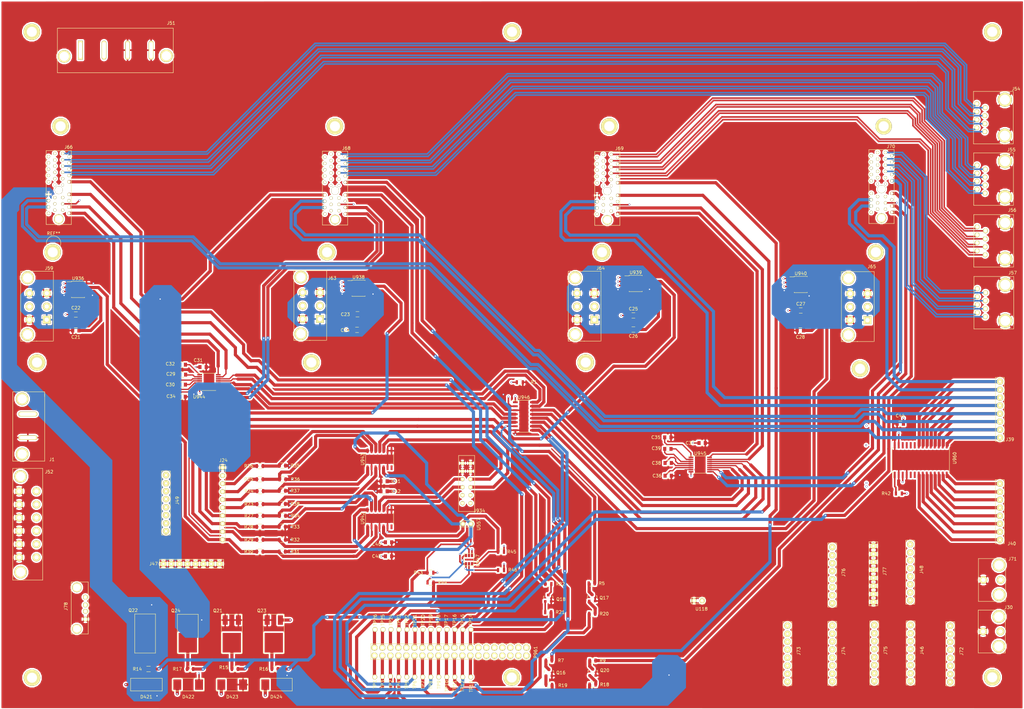
<source format=kicad_pcb>
(kicad_pcb (version 4) (host pcbnew 4.0.2+e4-6225~38~ubuntu16.04.1-stable)
  (layers (0 F.Cu signal) (1 In1.Cu power) (2 In2.Cu power) (31 B.Cu signal) (34 B.Paste user) (35 F.Paste user) (36 B.SilkS user) (37 F.SilkS user) (38 B.Mask user) (39 F.Mask user) (44 Edge.Cuts user))
  (net 0 "")
  (net 1 "Net-(C21-Pad1)")
  (net 2 CPump_GND)
  (net 3 5VCC)
  (net 4 "Net-(C23-Pad1)")
  (net 5 "Net-(C26-Pad1)")
  (net 6 "Net-(C28-Pad1)")
  (net 7 "Net-(C29-Pad1)")
  (net 8 "Net-(C29-Pad2)")
  (net 9 "Net-(C30-Pad1)")
  (net 10 "Net-(C30-Pad2)")
  (net 11 +3V3)
  (net 12 "Net-(C32-Pad1)")
  (net 13 "Net-(C34-Pad2)")
  (net 14 "Net-(C35-Pad1)")
  (net 15 "Net-(C36-Pad2)")
  (net 16 "Net-(C38-Pad1)")
  (net 17 "Net-(C38-Pad2)")
  (net 18 "Net-(C39-Pad1)")
  (net 19 "Net-(C39-Pad2)")
  (net 20 12VCC)
  (net 21 APump_GND)
  (net 22 BPump_GND)
  (net 23 DPump_GND)
  (net 24 24V_acdc)
  (net 25 CS_1)
  (net 26 CS_2)
  (net 27 CS_3)
  (net 28 "Net-(J24-Pad5)")
  (net 29 "Net-(J24-Pad6)")
  (net 30 "Net-(J24-Pad7)")
  (net 31 "Net-(J24-Pad8)")
  (net 32 APump_PWM)
  (net 33 APump_Sense)
  (net 34 BPump_PWM)
  (net 35 BPump_Sense)
  (net 36 CPump_PWM)
  (net 37 CPump_Sense)
  (net 38 DPump_PWM)
  (net 39 DPump_Sense)
  (net 40 GPA0)
  (net 41 GPA1)
  (net 42 GPA2)
  (net 43 GPA3)
  (net 44 GPA4)
  (net 45 GPA5)
  (net 46 GPA6)
  (net 47 GPA7)
  (net 48 "Net-(J49-Pad1)")
  (net 49 "Net-(J49-Pad2)")
  (net 50 "Net-(J49-Pad3)")
  (net 51 "Net-(J49-Pad4)")
  (net 52 "Net-(J49-Pad5)")
  (net 53 "Net-(J49-Pad6)")
  (net 54 "Net-(J49-Pad7)")
  (net 55 "Net-(J49-Pad8)")
  (net 56 A_TD0+)
  (net 57 A_TD1-)
  (net 58 A_TD0-)
  (net 59 A_TD2+)
  (net 60 A_TD1+)
  (net 61 A_TD3+)
  (net 62 A_TD2-)
  (net 63 A_TD3-)
  (net 64 B_TD0+)
  (net 65 B_TD1-)
  (net 66 B_TD0-)
  (net 67 B_TD2+)
  (net 68 B_TD1+)
  (net 69 B_TD3+)
  (net 70 B_TD2-)
  (net 71 B_TD3-)
  (net 72 C_TD0+)
  (net 73 C_TD1-)
  (net 74 C_TD0-)
  (net 75 C_TD2+)
  (net 76 C_TD1+)
  (net 77 C_TD3+)
  (net 78 C_TD2-)
  (net 79 C_TD3-)
  (net 80 D_TD0+)
  (net 81 D_TD1-)
  (net 82 D_TD0-)
  (net 83 D_TD2+)
  (net 84 D_TD1+)
  (net 85 D_TD3+)
  (net 86 D_TD2-)
  (net 87 D_TD3-)
  (net 88 24V_1)
  (net 89 "Net-(J59-Pad2)")
  (net 90 "Net-(J59-Pad5)")
  (net 91 24V_2)
  (net 92 "Net-(J63-Pad2)")
  (net 93 "Net-(J63-Pad5)")
  (net 94 24V_3)
  (net 95 "Net-(J64-Pad2)")
  (net 96 "Net-(J64-Pad5)")
  (net 97 24V_4)
  (net 98 "Net-(J65-Pad2)")
  (net 99 "Net-(J65-Pad5)")
  (net 100 "Net-(J66-Pad1)")
  (net 101 "Net-(J66-Pad13)")
  (net 102 "Net-(J66-Pad17)")
  (net 103 "Net-(J66-Pad3)")
  (net 104 "Net-(J66-Pad15)")
  (net 105 A_ON/OFF)
  (net 106 A_RESET)
  (net 107 A_TX)
  (net 108 A_RX)
  (net 109 "Net-(J66-Pad29)")
  (net 110 "Net-(J66-Pad33)")
  (net 111 "Net-(J66-Pad35)")
  (net 112 "Net-(J68-Pad1)")
  (net 113 "Net-(J68-Pad13)")
  (net 114 "Net-(J68-Pad17)")
  (net 115 "Net-(J68-Pad3)")
  (net 116 "Net-(J68-Pad15)")
  (net 117 B_ON/OFF)
  (net 118 B_RESET)
  (net 119 B_TX)
  (net 120 B_RX)
  (net 121 "Net-(J68-Pad29)")
  (net 122 "Net-(J68-Pad33)")
  (net 123 "Net-(J68-Pad35)")
  (net 124 "Net-(J69-Pad1)")
  (net 125 "Net-(J69-Pad13)")
  (net 126 "Net-(J69-Pad17)")
  (net 127 "Net-(J69-Pad3)")
  (net 128 "Net-(J69-Pad15)")
  (net 129 C_ON/OFF)
  (net 130 C_RESET)
  (net 131 C_TX)
  (net 132 C_RX)
  (net 133 "Net-(J69-Pad29)")
  (net 134 "Net-(J69-Pad33)")
  (net 135 "Net-(J69-Pad35)")
  (net 136 "Net-(J70-Pad1)")
  (net 137 "Net-(J70-Pad13)")
  (net 138 "Net-(J70-Pad17)")
  (net 139 "Net-(J70-Pad3)")
  (net 140 "Net-(J70-Pad15)")
  (net 141 D_ON/OFF)
  (net 142 D_RESET)
  (net 143 D_TX)
  (net 144 D_RX)
  (net 145 "Net-(J70-Pad29)")
  (net 146 "Net-(J70-Pad33)")
  (net 147 "Net-(J70-Pad35)")
  (net 148 "Net-(J72-Pad1)")
  (net 149 "Net-(J72-Pad2)")
  (net 150 "Net-(J72-Pad3)")
  (net 151 "Net-(J72-Pad4)")
  (net 152 "Net-(J72-Pad5)")
  (net 153 "Net-(J72-Pad6)")
  (net 154 "Net-(J72-Pad7)")
  (net 155 "Net-(J72-Pad8)")
  (net 156 "Net-(J73-Pad1)")
  (net 157 "Net-(J73-Pad2)")
  (net 158 "Net-(J73-Pad3)")
  (net 159 "Net-(J73-Pad4)")
  (net 160 "Net-(J73-Pad5)")
  (net 161 "Net-(J73-Pad6)")
  (net 162 "Net-(J73-Pad7)")
  (net 163 "Net-(J73-Pad8)")
  (net 164 "Net-(J74-Pad1)")
  (net 165 "Net-(J74-Pad2)")
  (net 166 "Net-(J74-Pad3)")
  (net 167 "Net-(J74-Pad4)")
  (net 168 "Net-(J74-Pad5)")
  (net 169 "Net-(J74-Pad6)")
  (net 170 "Net-(J74-Pad7)")
  (net 171 "Net-(J74-Pad8)")
  (net 172 "Net-(J75-Pad1)")
  (net 173 "Net-(J75-Pad2)")
  (net 174 "Net-(J75-Pad3)")
  (net 175 "Net-(J75-Pad4)")
  (net 176 "Net-(J75-Pad5)")
  (net 177 "Net-(J75-Pad6)")
  (net 178 "Net-(J75-Pad7)")
  (net 179 "Net-(J75-Pad8)")
  (net 180 "Net-(J76-Pad1)")
  (net 181 "Net-(J76-Pad2)")
  (net 182 "Net-(J76-Pad3)")
  (net 183 "Net-(J76-Pad4)")
  (net 184 "Net-(J76-Pad5)")
  (net 185 "Net-(J76-Pad6)")
  (net 186 "Net-(J76-Pad7)")
  (net 187 "Net-(J76-Pad8)")
  (net 188 "Net-(J78-Pad2)")
  (net 189 "Net-(J78-Pad3)")
  (net 190 A_Adr1)
  (net 191 A_Adr0)
  (net 192 B_Adr1)
  (net 193 B_Adr0)
  (net 194 "Net-(P961-Pad1)")
  (net 195 "Net-(P961-Pad4)")
  (net 196 "Net-(P961-Pad5)")
  (net 197 "Net-(P961-Pad7)")
  (net 198 "Net-(P961-Pad9)")
  (net 199 "Net-(P961-Pad10)")
  (net 200 "Net-(P961-Pad13)")
  (net 201 "Net-(P961-Pad14)")
  (net 202 "Net-(P961-Pad15)")
  (net 203 "Net-(P961-Pad16)")
  (net 204 "Net-(P961-Pad17)")
  (net 205 "Net-(P961-Pad18)")
  (net 206 "Net-(P961-Pad19)")
  (net 207 "Net-(P961-Pad20)")
  (net 208 "Net-(P961-Pad21)")
  (net 209 "Net-(P961-Pad22)")
  (net 210 "Net-(P961-Pad23)")
  (net 211 TXD)
  (net 212 RXD)
  (net 213 Pump1/2/3/4)
  (net 214 "Net-(P961-Pad27)")
  (net 215 "Net-(P961-Pad28)")
  (net 216 "Net-(P961-Pad29)")
  (net 217 "Net-(P961-Pad30)")
  (net 218 ComAdd1)
  (net 219 ComAdd0)
  (net 220 "Net-(P961-Pad33)")
  (net 221 "Net-(P961-Pad34)")
  (net 222 "Net-(P961-Pad35)")
  (net 223 "Net-(P961-Pad36)")
  (net 224 "Net-(P961-Pad37)")
  (net 225 "Net-(P961-Pad38)")
  (net 226 "Net-(P961-Pad39)")
  (net 227 "Net-(P961-Pad40)")
  (net 228 "Net-(Q16-Pad1)")
  (net 229 "Net-(Q16-Pad3)")
  (net 230 "Net-(Q17-Pad1)")
  (net 231 "Net-(Q17-Pad3)")
  (net 232 "Net-(Q18-Pad1)")
  (net 233 "Net-(Q18-Pad3)")
  (net 234 "Net-(Q20-Pad1)")
  (net 235 "Net-(Q20-Pad3)")
  (net 236 "Net-(Q21-Pad1)")
  (net 237 "Net-(Q22-Pad1)")
  (net 238 "Net-(Q23-Pad1)")
  (net 239 "Net-(Q24-Pad1)")
  (net 240 "Net-(R23-Pad2)")
  (net 241 "Net-(R24-Pad2)")
  (net 242 "Net-(R25-Pad2)")
  (net 243 "Net-(R26-Pad2)")
  (net 244 "Net-(R27-Pad2)")
  (net 245 "Net-(R28-Pad2)")
  (net 246 "Net-(R29-Pad2)")
  (net 247 "Net-(R30-Pad2)")
  (net 248 "Net-(R42-Pad2)")
  (net 249 A_TX_TTL)
  (net 250 A_RX_TTL)
  (net 251 B_TX_TTL)
  (net 252 B_RX_TTL)
  (net 253 C_TX_TTL)
  (net 254 C_RX_TTL)
  (net 255 D_TX_TTL)
  (net 256 D_RX_TTL)
  (net 257 "Net-(U960-Pad23)")
  (net 258 "Net-(U960-Pad24)")
  (net 259 "Net-(U960-Pad25)")
  (net 260 "Net-(U960-Pad26)")
  (net 261 "Net-(J66-Pad22)")
  (net 262 "Net-(J66-Pad26)")
  (net 263 "Net-(J66-Pad21)")
  (net 264 "Net-(J66-Pad19)")
  (net 265 "Net-(J66-Pad25)")
  (net 266 "Net-(J68-Pad22)")
  (net 267 "Net-(J68-Pad26)")
  (net 268 "Net-(J68-Pad21)")
  (net 269 "Net-(J68-Pad19)")
  (net 270 "Net-(J68-Pad25)")
  (net 271 "Net-(J69-Pad22)")
  (net 272 "Net-(J69-Pad26)")
  (net 273 "Net-(J69-Pad21)")
  (net 274 "Net-(J69-Pad19)")
  (net 275 "Net-(J69-Pad25)")
  (net 276 "Net-(J70-Pad22)")
  (net 277 "Net-(J70-Pad26)")
  (net 278 "Net-(J70-Pad21)")
  (net 279 "Net-(J70-Pad19)")
  (net 280 "Net-(J70-Pad25)")
  (net 281 SDA1)
  (net 282 SCL1)
  (net 283 "Net-(J66-Pad18)")
  (net 284 "Net-(J66-Pad5)")
  (net 285 "Net-(J66-Pad9)")
  (net 286 "Net-(J68-Pad18)")
  (net 287 "Net-(J68-Pad5)")
  (net 288 "Net-(J68-Pad9)")
  (net 289 "Net-(J69-Pad18)")
  (net 290 "Net-(J69-Pad5)")
  (net 291 "Net-(J69-Pad9)")
  (net 292 "Net-(J70-Pad18)")
  (net 293 "Net-(J70-Pad5)")
  (net 294 "Net-(J70-Pad9)")
  (net 295 "Net-(U960-Pad5)")
  (net 296 "Net-(U960-Pad6)")
  (net 297 CS_4)
  (net 298 "Net-(J66-Pad11)")
  (net 299 "Net-(J68-Pad11)")
  (net 300 "Net-(J69-Pad11)")
  (net 301 "Net-(J70-Pad11)")
  (net 302 "Net-(J66-Pad34)")
  (net 303 "Net-(J68-Pad34)")
  (net 304 "Net-(J69-Pad34)")
  (net 305 "Net-(J70-Pad34)")
  (net 306 "Net-(J66-Pad28)")
  (net 307 "Net-(J68-Pad28)")
  (net 308 "Net-(J69-Pad28)")
  (net 309 "Net-(J70-Pad28)")
  (net 310 "Net-(J66-Pad7)")
  (net 311 "Net-(J68-Pad7)")
  (net 312 "Net-(J69-Pad7)")
  (net 313 "Net-(J70-Pad7)")
  (net 314 "Net-(R44-Pad1)")
  (net 315 "Net-(R45-Pad1)")
  (net 316 "Net-(R46-Pad2)")
  (module Myfootprint:Molex172042-0402 (layer F.Cu) (at 75.77328 44.20108)
    (fp_text reference J51 (at 17.71396 -8.6614) (layer F.SilkS))
    (fp_text value MOLEX172042-0402 hide)
    (pad 1 thru_hole rect (at -11.1 -0.05) (size 1.5 6) (drill oval 1 5.15) (layers *.Cu *.Mask F.SilkS) (net 24 24V_acdc))
    (pad 2 thru_hole oval (at -3.61 -0.06) (size 1.5 6) (drill oval 1 5.15) (layers *.Cu *.Mask F.SilkS) (net 24 24V_acdc))
    (pad 3 thru_hole oval (at 3.88 -0.06) (size 1.5 6) (drill oval 1 5.15) (layers *.Cu *.Mask F.SilkS) (net 2 CPump_GND))
    (pad 4 thru_hole oval (at 11.35 -0.05) (size 1.5 6) (drill oval 1 5.15) (layers *.Cu *.Mask F.SilkS) (net 2 CPump_GND))
    (pad "" np_thru_hole circle (at -16.24 1.91) (size 4 4) (drill 3) (layers *.Cu *.Mask F.SilkS))
    (pad "" np_thru_hole circle (at 16.2 1.73) (size 4 4) (drill 3) (layers *.Cu *.Mask F.SilkS))
  )
  (module Connect:1pin (layer F.Cu) (at 354.53 242.06)
    (fp_text reference REF** hide)
    (fp_text value 1pin hide)
    (pad "" np_thru_hole circle (at -0.292 1.256) (size 5.2 5.2) (drill 3.2) (layers *.Cu *.Mask F.SilkS))
  )
  (module Connect:1pin (layer F.Cu) (at 202.51 240.9)
    (fp_text reference REF** hide)
    (fp_text value 1pin hide)
    (pad "" np_thru_hole circle (at -0.862 2.486) (size 5.2 5.2) (drill 3.2) (layers *.Cu *.Mask F.SilkS))
  )
  (module Connect:1pin (layer F.Cu) (at 45.13 247.58)
    (fp_text reference REF** hide)
    (fp_text value 1pin hide)
    (pad "" np_thru_hole circle (at 4.168 -4.134) (size 5.2 5.2) (drill 3.2) (layers *.Cu *.Mask F.SilkS))
  )
  (module Connect:1pin (layer F.Cu) (at 52.04 140.59)
    (fp_text reference REF** hide)
    (fp_text value 1pin hide)
    (pad "" np_thru_hole circle (at -1.16 2.726) (size 5.2 5.2) (drill 3.2) (layers *.Cu *.Mask F.SilkS))
  )
  (module Connect:1pin (layer F.Cu) (at 139.37 143.26)
    (fp_text reference REF** hide)
    (fp_text value 1pin hide)
    (pad "" np_thru_hole circle (at -1.36 0.056) (size 5.2 5.2) (drill 3.2) (layers *.Cu *.Mask F.SilkS))
  )
  (module Connect:1pin (layer F.Cu) (at 227.99 141.63)
    (fp_text reference REF** hide)
    (fp_text value 1pin hide)
    (pad "" np_thru_hole circle (at -2.85 1.686) (size 5.2 5.2) (drill 3.2) (layers *.Cu *.Mask F.SilkS))
  )
  (module Connect:1pin (layer F.Cu) (at 310.97 143.75)
    (fp_text reference REF** hide)
    (fp_text value 1pin hide)
    (pad "" np_thru_hole circle (at 1.3 1.566) (size 5.2 5.2) (drill 3.2) (layers *.Cu *.Mask F.SilkS))
  )
  (module Connect:1pin (layer F.Cu) (at 142.95 104.85)
    (fp_text reference REF** hide)
    (fp_text value 1pin hide)
    (pad "" np_thru_hole circle (at 0.06 3.466) (size 5.2 5.2) (drill 3.2) (layers *.Cu *.Mask F.SilkS))
  )
  (module Connect:1pin (layer F.Cu) (at 230.38 104.9)
    (fp_text reference REF** hide)
    (fp_text value 1pin hide)
    (pad "" np_thru_hole circle (at -0.066 3.416) (size 5.2 5.2) (drill 3.2) (layers *.Cu *.Mask F.SilkS))
  )
  (module Connect:1pin (layer F.Cu) (at 316.16 109.52)
    (fp_text reference REF** hide)
    (fp_text value 1pin hide)
    (pad "" np_thru_hole circle (at 1.11 -1.204) (size 5 5) (drill 3.2) (layers *.Cu *.Mask F.SilkS))
  )
  (module Connect:1pin (layer F.Cu) (at 320.8 67.99)
    (fp_text reference REF** hide)
    (fp_text value 1pin hide)
    (pad "" np_thru_hole circle (at -1.03 0.326) (size 5.2 5.2) (drill 3.2) (layers *.Cu *.Mask F.SilkS))
  )
  (module Connect:1pin (layer F.Cu) (at 233.05 66.42)
    (fp_text reference REF** hide)
    (fp_text value 1pin hide)
    (pad "" np_thru_hole circle (at -0.41 1.896) (size 5.2 5.2) (drill 3.2) (layers *.Cu *.Mask F.SilkS))
  )
  (module Connect:1pin (layer F.Cu) (at 146.94 67.95)
    (fp_text reference REF** hide)
    (fp_text value 1pin hide)
    (pad "" np_thru_hole circle (at -1.43 0.366) (size 5.2 5.2) (drill 3.2) (layers *.Cu *.Mask F.SilkS))
  )
  (module Connect:1pin (layer F.Cu) (at 57.95 70.35)
    (fp_text reference REF** hide)
    (fp_text value 1pin hide)
    (pad "" np_thru_hole circle (at 0.43 -2.034) (size 5.2 5.2) (drill 3.2) (layers *.Cu *.Mask F.SilkS))
  )
  (module Connect:1pin (layer F.Cu) (at 350.04 36.95)
    (fp_text reference REF** hide)
    (fp_text value 1pin hide)
    (pad "" np_thru_hole circle (at 4.198 1.366) (size 5.2 5.2) (drill 3.2) (layers *.Cu *.Mask F.SilkS))
  )
  (module Connect:1pin (layer F.Cu) (at 184.1 35.83)
    (fp_text reference REF** hide)
    (fp_text value 1pin hide)
    (pad "" np_thru_hole circle (at 17.638 2.486) (size 5.2 5.2) (drill 3.2) (layers *.Cu *.Mask F.SilkS))
  )
  (module Connect:1pin (layer F.Cu) (at 43.9 32.18)
    (fp_text reference REF** hide)
    (fp_text value 1pin hide)
    (pad "" np_thru_hole circle (at 5.338 6.136) (size 5.2 5.2) (drill 3.2) (layers *.Cu *.Mask F.SilkS))
  )
  (module Myfootprint:FCI_10018783-10000MLF (layer F.Cu) (at 57.8 88.6 270)
    (fp_text reference J66 (at -13.6652 -3.1242 360) (layer F.SilkS))
    (fp_text value FCI10018783-10000MLF hide)
    (pad "" np_thru_hole circle (at 0 0 270) (size 2.5 2.5) (drill 2.35) (layers *.Cu *.Mask F.SilkS))
    (pad "" np_thru_hole circle (at 9.15 0 270) (size 3 3) (drill 2.35) (layers *.Cu *.Mask F.SilkS))
    (pad 2 thru_hole circle (at -11.65 -1.25 270) (size 1 1) (drill 0.7) (layers *.Cu *.Mask F.SilkS) (net 63 A_TD3-))
    (pad 4 thru_hole circle (at -10.65 -3.25 270) (size 1 1) (drill 0.7) (layers *.Cu *.Mask F.SilkS) (net 61 A_TD3+))
    (pad 6 thru_hole circle (at -9.65 -1.25 270) (size 1 1) (drill 0.7) (layers *.Cu *.Mask F.SilkS) (net 62 A_TD2-))
    (pad 8 thru_hole circle (at -8.65 -3.25 270) (size 1 1) (drill 0.7) (layers *.Cu *.Mask F.SilkS) (net 59 A_TD2+))
    (pad 10 thru_hole circle (at -7.65 -1.25 270) (size 1 1) (drill 0.7) (layers *.Cu *.Mask F.SilkS) (net 57 A_TD1-))
    (pad 12 thru_hole circle (at -6.65 -3.25 270) (size 1 1) (drill 0.7) (layers *.Cu *.Mask F.SilkS) (net 60 A_TD1+))
    (pad 14 thru_hole circle (at -5.65 -1.25 270) (size 1 1) (drill 0.7) (layers *.Cu *.Mask F.SilkS) (net 58 A_TD0-))
    (pad 16 thru_hole circle (at -4.65 -3.25 270) (size 1 1) (drill 0.7) (layers *.Cu *.Mask F.SilkS) (net 56 A_TD0+))
    (pad 18 thru_hole circle (at -3.65 -1.25 270) (size 1 1) (drill 0.7) (layers *.Cu *.Mask F.SilkS) (net 283 "Net-(J66-Pad18)"))
    (pad 20 thru_hole circle (at -2.65 -3.25 270) (size 1 1) (drill 0.7) (layers *.Cu *.Mask F.SilkS) (net 105 A_ON/OFF))
    (pad 22 thru_hole circle (at -1.65 -1.25 270) (size 0.85 0.85) (drill 0.7) (layers *.Cu *.Mask F.SilkS) (net 261 "Net-(J66-Pad22)"))
    (pad 24 thru_hole circle (at 1.35 -3.2524 270) (size 1 1) (drill 0.7) (layers *.Cu *.Mask F.SilkS) (net 106 A_RESET))
    (pad 26 thru_hole circle (at 2.35 -1.25 270) (size 1 1) (drill 0.7) (layers *.Cu *.Mask F.SilkS) (net 262 "Net-(J66-Pad26)"))
    (pad 28 thru_hole circle (at 3.35 -3.25 270) (size 1 1) (drill 0.7) (layers *.Cu *.Mask F.SilkS) (net 306 "Net-(J66-Pad28)"))
    (pad 1 thru_hole circle (at -11.65 1.25 270) (size 1 1) (drill 0.7) (layers *.Cu *.Mask F.SilkS) (net 100 "Net-(J66-Pad1)"))
    (pad 5 thru_hole circle (at -9.56 1.25 270) (size 1 1) (drill 0.7) (layers *.Cu *.Mask F.SilkS) (net 284 "Net-(J66-Pad5)"))
    (pad 9 thru_hole circle (at -7.65 1.25 270) (size 1 1) (drill 0.7) (layers *.Cu *.Mask F.SilkS) (net 285 "Net-(J66-Pad9)"))
    (pad 13 thru_hole circle (at -5.65 1.25 270) (size 1 1) (drill 0.7) (layers *.Cu *.Mask F.SilkS) (net 101 "Net-(J66-Pad13)"))
    (pad 17 thru_hole circle (at -3.65 1.25 270) (size 1 1) (drill 0.7) (layers *.Cu *.Mask F.SilkS) (net 102 "Net-(J66-Pad17)"))
    (pad 21 thru_hole circle (at -1.65 1.25 270) (size 0.85 0.85) (drill 0.7) (layers *.Cu *.Mask F.SilkS) (net 263 "Net-(J66-Pad21)"))
    (pad 3 thru_hole circle (at -10.65 3.25 270) (size 1 1) (drill 0.7) (layers *.Cu *.Mask F.SilkS) (net 103 "Net-(J66-Pad3)"))
    (pad 7 thru_hole circle (at -8.65 3.25 270) (size 1 1) (drill 0.7) (layers *.Cu *.Mask F.SilkS) (net 310 "Net-(J66-Pad7)"))
    (pad 11 thru_hole circle (at -6.65 3.25 270) (size 1 1) (drill 0.7) (layers *.Cu *.Mask F.SilkS) (net 298 "Net-(J66-Pad11)"))
    (pad 15 thru_hole circle (at -4.65 3.25 270) (size 1 1) (drill 0.7) (layers *.Cu *.Mask F.SilkS) (net 104 "Net-(J66-Pad15)"))
    (pad 19 thru_hole circle (at -2.65 3.25 270) (size 1 1) (drill 0.7) (layers *.Cu *.Mask F.SilkS) (net 264 "Net-(J66-Pad19)"))
    (pad 30 thru_hole circle (at 4.35 -1.25 270) (size 1 1) (drill 0.7) (layers *.Cu *.Mask F.SilkS) (net 20 12VCC))
    (pad 32 thru_hole circle (at 5.35 -3.25 270) (size 1 1) (drill 0.7) (layers *.Cu *.Mask F.SilkS) (net 108 A_RX))
    (pad 36 thru_hole circle (at 7.35 -3.25 270) (size 1 1) (drill 0.7) (layers *.Cu *.Mask F.SilkS) (net 107 A_TX))
    (pad 34 thru_hole circle (at 6.35 -1.25 270) (size 1 1) (drill 0.7) (layers *.Cu *.Mask F.SilkS) (net 302 "Net-(J66-Pad34)"))
    (pad 25 thru_hole circle (at 2.35 1.25 270) (size 1 1) (drill 0.7) (layers *.Cu *.Mask F.SilkS) (net 265 "Net-(J66-Pad25)"))
    (pad 29 thru_hole circle (at 4.35 1.25 270) (size 1 1) (drill 0.7) (layers *.Cu *.Mask F.SilkS) (net 109 "Net-(J66-Pad29)"))
    (pad 33 thru_hole circle (at 6.35 1.25 270) (size 1 1) (drill 0.7) (layers *.Cu *.Mask F.SilkS) (net 110 "Net-(J66-Pad33)"))
    (pad 23 thru_hole circle (at 1.35 3.25 270) (size 1 1) (drill 0.7) (layers *.Cu *.Mask F.SilkS) (net 21 APump_GND))
    (pad 27 thru_hole circle (at 3.35 3.25 270) (size 1 1) (drill 0.7) (layers *.Cu *.Mask F.SilkS) (net 32 APump_PWM))
    (pad 31 thru_hole circle (at 5.35 3.25 270) (size 1 1) (drill 0.7) (layers *.Cu *.Mask F.SilkS) (net 33 APump_Sense))
    (pad 35 thru_hole circle (at 7.35 3.25 270) (size 1 1) (drill 0.7) (layers *.Cu *.Mask F.SilkS) (net 111 "Net-(J66-Pad35)"))
  )
  (module Myfootprint:FCI_10018783-10000MLF (layer F.Cu) (at 145.542 88.773 270)
    (fp_text reference J68 (at -13.483 -3.588 360) (layer F.SilkS))
    (fp_text value FCI10018783-10000MLF hide)
    (pad "" np_thru_hole circle (at 0 0 270) (size 2.5 2.5) (drill 2.35) (layers *.Cu *.Mask F.SilkS))
    (pad "" np_thru_hole circle (at 9.15 0 270) (size 3 3) (drill 2.35) (layers *.Cu *.Mask F.SilkS))
    (pad 2 thru_hole circle (at -11.65 -1.25 270) (size 1 1) (drill 0.7) (layers *.Cu *.Mask F.SilkS) (net 71 B_TD3-))
    (pad 4 thru_hole circle (at -10.65 -3.25 270) (size 1 1) (drill 0.7) (layers *.Cu *.Mask F.SilkS) (net 69 B_TD3+))
    (pad 6 thru_hole circle (at -9.65 -1.25 270) (size 1 1) (drill 0.7) (layers *.Cu *.Mask F.SilkS) (net 70 B_TD2-))
    (pad 8 thru_hole circle (at -8.65 -3.25 270) (size 1 1) (drill 0.7) (layers *.Cu *.Mask F.SilkS) (net 67 B_TD2+))
    (pad 10 thru_hole circle (at -7.65 -1.25 270) (size 1 1) (drill 0.7) (layers *.Cu *.Mask F.SilkS) (net 65 B_TD1-))
    (pad 12 thru_hole circle (at -6.65 -3.25 270) (size 1 1) (drill 0.7) (layers *.Cu *.Mask F.SilkS) (net 68 B_TD1+))
    (pad 14 thru_hole circle (at -5.65 -1.25 270) (size 1 1) (drill 0.7) (layers *.Cu *.Mask F.SilkS) (net 66 B_TD0-))
    (pad 16 thru_hole circle (at -4.65 -3.25 270) (size 1 1) (drill 0.7) (layers *.Cu *.Mask F.SilkS) (net 64 B_TD0+))
    (pad 18 thru_hole circle (at -3.65 -1.25 270) (size 1 1) (drill 0.7) (layers *.Cu *.Mask F.SilkS) (net 286 "Net-(J68-Pad18)"))
    (pad 20 thru_hole circle (at -2.65 -3.25 270) (size 1 1) (drill 0.7) (layers *.Cu *.Mask F.SilkS) (net 117 B_ON/OFF))
    (pad 22 thru_hole circle (at -1.65 -1.25 270) (size 0.85 0.85) (drill 0.7) (layers *.Cu *.Mask F.SilkS) (net 266 "Net-(J68-Pad22)"))
    (pad 24 thru_hole circle (at 1.35 -3.2524 270) (size 1 1) (drill 0.7) (layers *.Cu *.Mask F.SilkS) (net 118 B_RESET))
    (pad 26 thru_hole circle (at 2.35 -1.25 270) (size 1 1) (drill 0.7) (layers *.Cu *.Mask F.SilkS) (net 267 "Net-(J68-Pad26)"))
    (pad 28 thru_hole circle (at 3.35 -3.25 270) (size 1 1) (drill 0.7) (layers *.Cu *.Mask F.SilkS) (net 307 "Net-(J68-Pad28)"))
    (pad 1 thru_hole circle (at -11.65 1.25 270) (size 1 1) (drill 0.7) (layers *.Cu *.Mask F.SilkS) (net 112 "Net-(J68-Pad1)"))
    (pad 5 thru_hole circle (at -9.56 1.25 270) (size 1 1) (drill 0.7) (layers *.Cu *.Mask F.SilkS) (net 287 "Net-(J68-Pad5)"))
    (pad 9 thru_hole circle (at -7.65 1.25 270) (size 1 1) (drill 0.7) (layers *.Cu *.Mask F.SilkS) (net 288 "Net-(J68-Pad9)"))
    (pad 13 thru_hole circle (at -5.65 1.25 270) (size 1 1) (drill 0.7) (layers *.Cu *.Mask F.SilkS) (net 113 "Net-(J68-Pad13)"))
    (pad 17 thru_hole circle (at -3.65 1.25 270) (size 1 1) (drill 0.7) (layers *.Cu *.Mask F.SilkS) (net 114 "Net-(J68-Pad17)"))
    (pad 21 thru_hole circle (at -1.65 1.25 270) (size 0.85 0.85) (drill 0.7) (layers *.Cu *.Mask F.SilkS) (net 268 "Net-(J68-Pad21)"))
    (pad 3 thru_hole circle (at -10.65 3.25 270) (size 1 1) (drill 0.7) (layers *.Cu *.Mask F.SilkS) (net 115 "Net-(J68-Pad3)"))
    (pad 7 thru_hole circle (at -8.65 3.25 270) (size 1 1) (drill 0.7) (layers *.Cu *.Mask F.SilkS) (net 311 "Net-(J68-Pad7)"))
    (pad 11 thru_hole circle (at -6.65 3.25 270) (size 1 1) (drill 0.7) (layers *.Cu *.Mask F.SilkS) (net 299 "Net-(J68-Pad11)"))
    (pad 15 thru_hole circle (at -4.65 3.25 270) (size 1 1) (drill 0.7) (layers *.Cu *.Mask F.SilkS) (net 116 "Net-(J68-Pad15)"))
    (pad 19 thru_hole circle (at -2.65 3.25 270) (size 1 1) (drill 0.7) (layers *.Cu *.Mask F.SilkS) (net 269 "Net-(J68-Pad19)"))
    (pad 30 thru_hole circle (at 4.35 -1.25 270) (size 1 1) (drill 0.7) (layers *.Cu *.Mask F.SilkS) (net 20 12VCC))
    (pad 32 thru_hole circle (at 5.35 -3.25 270) (size 1 1) (drill 0.7) (layers *.Cu *.Mask F.SilkS) (net 120 B_RX))
    (pad 36 thru_hole circle (at 7.35 -3.25 270) (size 1 1) (drill 0.7) (layers *.Cu *.Mask F.SilkS) (net 119 B_TX))
    (pad 34 thru_hole circle (at 6.35 -1.25 270) (size 1 1) (drill 0.7) (layers *.Cu *.Mask F.SilkS) (net 303 "Net-(J68-Pad34)"))
    (pad 25 thru_hole circle (at 2.35 1.25 270) (size 1 1) (drill 0.7) (layers *.Cu *.Mask F.SilkS) (net 270 "Net-(J68-Pad25)"))
    (pad 29 thru_hole circle (at 4.35 1.25 270) (size 1 1) (drill 0.7) (layers *.Cu *.Mask F.SilkS) (net 121 "Net-(J68-Pad29)"))
    (pad 33 thru_hole circle (at 6.35 1.25 270) (size 1 1) (drill 0.7) (layers *.Cu *.Mask F.SilkS) (net 122 "Net-(J68-Pad33)"))
    (pad 23 thru_hole circle (at 1.35 3.25 270) (size 1 1) (drill 0.7) (layers *.Cu *.Mask F.SilkS) (net 22 BPump_GND))
    (pad 27 thru_hole circle (at 3.35 3.25 270) (size 1 1) (drill 0.7) (layers *.Cu *.Mask F.SilkS) (net 34 BPump_PWM))
    (pad 31 thru_hole circle (at 5.35 3.25 270) (size 1 1) (drill 0.7) (layers *.Cu *.Mask F.SilkS) (net 35 BPump_Sense))
    (pad 35 thru_hole circle (at 7.35 3.25 270) (size 1 1) (drill 0.7) (layers *.Cu *.Mask F.SilkS) (net 123 "Net-(J68-Pad35)"))
  )
  (module Myfootprint:FCI_10018783-10000MLF (layer F.Cu) (at 232 88.9 270)
    (fp_text reference J69 (at -13.54 -3.86 360) (layer F.SilkS))
    (fp_text value FCI10018783-10000MLF hide)
    (pad "" np_thru_hole circle (at 0 0 270) (size 2.5 2.5) (drill 2.35) (layers *.Cu *.Mask F.SilkS))
    (pad "" np_thru_hole circle (at 9.15 0 270) (size 3 3) (drill 2.35) (layers *.Cu *.Mask F.SilkS))
    (pad 2 thru_hole circle (at -11.65 -1.25 270) (size 1 1) (drill 0.7) (layers *.Cu *.Mask F.SilkS) (net 79 C_TD3-))
    (pad 4 thru_hole circle (at -10.65 -3.25 270) (size 1 1) (drill 0.7) (layers *.Cu *.Mask F.SilkS) (net 77 C_TD3+))
    (pad 6 thru_hole circle (at -9.65 -1.25 270) (size 1 1) (drill 0.7) (layers *.Cu *.Mask F.SilkS) (net 78 C_TD2-))
    (pad 8 thru_hole circle (at -8.65 -3.25 270) (size 1 1) (drill 0.7) (layers *.Cu *.Mask F.SilkS) (net 75 C_TD2+))
    (pad 10 thru_hole circle (at -7.65 -1.25 270) (size 1 1) (drill 0.7) (layers *.Cu *.Mask F.SilkS) (net 73 C_TD1-))
    (pad 12 thru_hole circle (at -6.65 -3.25 270) (size 1 1) (drill 0.7) (layers *.Cu *.Mask F.SilkS) (net 76 C_TD1+))
    (pad 14 thru_hole circle (at -5.65 -1.25 270) (size 1 1) (drill 0.7) (layers *.Cu *.Mask F.SilkS) (net 74 C_TD0-))
    (pad 16 thru_hole circle (at -4.65 -3.25 270) (size 1 1) (drill 0.7) (layers *.Cu *.Mask F.SilkS) (net 72 C_TD0+))
    (pad 18 thru_hole circle (at -3.65 -1.25 270) (size 1 1) (drill 0.7) (layers *.Cu *.Mask F.SilkS) (net 289 "Net-(J69-Pad18)"))
    (pad 20 thru_hole circle (at -2.65 -3.25 270) (size 1 1) (drill 0.7) (layers *.Cu *.Mask F.SilkS) (net 129 C_ON/OFF))
    (pad 22 thru_hole circle (at -1.65 -1.25 270) (size 0.85 0.85) (drill 0.7) (layers *.Cu *.Mask F.SilkS) (net 271 "Net-(J69-Pad22)"))
    (pad 24 thru_hole circle (at 1.35 -3.2524 270) (size 1 1) (drill 0.7) (layers *.Cu *.Mask F.SilkS) (net 130 C_RESET))
    (pad 26 thru_hole circle (at 2.35 -1.25 270) (size 1 1) (drill 0.7) (layers *.Cu *.Mask F.SilkS) (net 272 "Net-(J69-Pad26)"))
    (pad 28 thru_hole circle (at 3.35 -3.25 270) (size 1 1) (drill 0.7) (layers *.Cu *.Mask F.SilkS) (net 308 "Net-(J69-Pad28)"))
    (pad 1 thru_hole circle (at -11.65 1.25 270) (size 1 1) (drill 0.7) (layers *.Cu *.Mask F.SilkS) (net 124 "Net-(J69-Pad1)"))
    (pad 5 thru_hole circle (at -9.56 1.25 270) (size 1 1) (drill 0.7) (layers *.Cu *.Mask F.SilkS) (net 290 "Net-(J69-Pad5)"))
    (pad 9 thru_hole circle (at -7.65 1.25 270) (size 1 1) (drill 0.7) (layers *.Cu *.Mask F.SilkS) (net 291 "Net-(J69-Pad9)"))
    (pad 13 thru_hole circle (at -5.65 1.25 270) (size 1 1) (drill 0.7) (layers *.Cu *.Mask F.SilkS) (net 125 "Net-(J69-Pad13)"))
    (pad 17 thru_hole circle (at -3.65 1.25 270) (size 1 1) (drill 0.7) (layers *.Cu *.Mask F.SilkS) (net 126 "Net-(J69-Pad17)"))
    (pad 21 thru_hole circle (at -1.65 1.25 270) (size 0.85 0.85) (drill 0.7) (layers *.Cu *.Mask F.SilkS) (net 273 "Net-(J69-Pad21)"))
    (pad 3 thru_hole circle (at -10.65 3.25 270) (size 1 1) (drill 0.7) (layers *.Cu *.Mask F.SilkS) (net 127 "Net-(J69-Pad3)"))
    (pad 7 thru_hole circle (at -8.65 3.25 270) (size 1 1) (drill 0.7) (layers *.Cu *.Mask F.SilkS) (net 312 "Net-(J69-Pad7)"))
    (pad 11 thru_hole circle (at -6.65 3.25 270) (size 1 1) (drill 0.7) (layers *.Cu *.Mask F.SilkS) (net 300 "Net-(J69-Pad11)"))
    (pad 15 thru_hole circle (at -4.65 3.25 270) (size 1 1) (drill 0.7) (layers *.Cu *.Mask F.SilkS) (net 128 "Net-(J69-Pad15)"))
    (pad 19 thru_hole circle (at -2.65 3.25 270) (size 1 1) (drill 0.7) (layers *.Cu *.Mask F.SilkS) (net 274 "Net-(J69-Pad19)"))
    (pad 30 thru_hole circle (at 4.35 -1.25 270) (size 1 1) (drill 0.7) (layers *.Cu *.Mask F.SilkS) (net 20 12VCC))
    (pad 32 thru_hole circle (at 5.35 -3.25 270) (size 1 1) (drill 0.7) (layers *.Cu *.Mask F.SilkS) (net 132 C_RX))
    (pad 36 thru_hole circle (at 7.35 -3.25 270) (size 1 1) (drill 0.7) (layers *.Cu *.Mask F.SilkS) (net 131 C_TX))
    (pad 34 thru_hole circle (at 6.35 -1.25 270) (size 1 1) (drill 0.7) (layers *.Cu *.Mask F.SilkS) (net 304 "Net-(J69-Pad34)"))
    (pad 25 thru_hole circle (at 2.35 1.25 270) (size 1 1) (drill 0.7) (layers *.Cu *.Mask F.SilkS) (net 275 "Net-(J69-Pad25)"))
    (pad 29 thru_hole circle (at 4.35 1.25 270) (size 1 1) (drill 0.7) (layers *.Cu *.Mask F.SilkS) (net 133 "Net-(J69-Pad29)"))
    (pad 33 thru_hole circle (at 6.35 1.25 270) (size 1 1) (drill 0.7) (layers *.Cu *.Mask F.SilkS) (net 134 "Net-(J69-Pad33)"))
    (pad 23 thru_hole circle (at 1.35 3.25 270) (size 1 1) (drill 0.7) (layers *.Cu *.Mask F.SilkS) (net 2 CPump_GND))
    (pad 27 thru_hole circle (at 3.35 3.25 270) (size 1 1) (drill 0.7) (layers *.Cu *.Mask F.SilkS) (net 36 CPump_PWM))
    (pad 31 thru_hole circle (at 5.35 3.25 270) (size 1 1) (drill 0.7) (layers *.Cu *.Mask F.SilkS) (net 37 CPump_Sense))
    (pad 35 thru_hole circle (at 7.35 3.25 270) (size 1 1) (drill 0.7) (layers *.Cu *.Mask F.SilkS) (net 135 "Net-(J69-Pad35)"))
  )
  (module Myfootprint:FCI_10018783-10000MLF (layer F.Cu) (at 319.0875 88.2904 270)
    (fp_text reference J70 (at -13.5804 -2.9925 360) (layer F.SilkS))
    (fp_text value FCI10018783-10000MLF hide)
    (pad "" np_thru_hole circle (at 0 0 270) (size 2.5 2.5) (drill 2.35) (layers *.Cu *.Mask F.SilkS))
    (pad "" np_thru_hole circle (at 9.15 0 270) (size 3 3) (drill 2.35) (layers *.Cu *.Mask F.SilkS))
    (pad 2 thru_hole circle (at -11.65 -1.25 270) (size 1 1) (drill 0.7) (layers *.Cu *.Mask F.SilkS) (net 87 D_TD3-))
    (pad 4 thru_hole circle (at -10.65 -3.25 270) (size 1 1) (drill 0.7) (layers *.Cu *.Mask F.SilkS) (net 85 D_TD3+))
    (pad 6 thru_hole circle (at -9.65 -1.25 270) (size 1 1) (drill 0.7) (layers *.Cu *.Mask F.SilkS) (net 86 D_TD2-))
    (pad 8 thru_hole circle (at -8.65 -3.25 270) (size 1 1) (drill 0.7) (layers *.Cu *.Mask F.SilkS) (net 83 D_TD2+))
    (pad 10 thru_hole circle (at -7.65 -1.25 270) (size 1 1) (drill 0.7) (layers *.Cu *.Mask F.SilkS) (net 81 D_TD1-))
    (pad 12 thru_hole circle (at -6.65 -3.25 270) (size 1 1) (drill 0.7) (layers *.Cu *.Mask F.SilkS) (net 84 D_TD1+))
    (pad 14 thru_hole circle (at -5.65 -1.25 270) (size 1 1) (drill 0.7) (layers *.Cu *.Mask F.SilkS) (net 82 D_TD0-))
    (pad 16 thru_hole circle (at -4.65 -3.25 270) (size 1 1) (drill 0.7) (layers *.Cu *.Mask F.SilkS) (net 80 D_TD0+))
    (pad 18 thru_hole circle (at -3.65 -1.25 270) (size 1 1) (drill 0.7) (layers *.Cu *.Mask F.SilkS) (net 292 "Net-(J70-Pad18)"))
    (pad 20 thru_hole circle (at -2.65 -3.25 270) (size 1 1) (drill 0.7) (layers *.Cu *.Mask F.SilkS) (net 141 D_ON/OFF))
    (pad 22 thru_hole circle (at -1.65 -1.25 270) (size 0.85 0.85) (drill 0.7) (layers *.Cu *.Mask F.SilkS) (net 276 "Net-(J70-Pad22)"))
    (pad 24 thru_hole circle (at 1.35 -3.2524 270) (size 1 1) (drill 0.7) (layers *.Cu *.Mask F.SilkS) (net 142 D_RESET))
    (pad 26 thru_hole circle (at 2.35 -1.25 270) (size 1 1) (drill 0.7) (layers *.Cu *.Mask F.SilkS) (net 277 "Net-(J70-Pad26)"))
    (pad 28 thru_hole circle (at 3.35 -3.25 270) (size 1 1) (drill 0.7) (layers *.Cu *.Mask F.SilkS) (net 309 "Net-(J70-Pad28)"))
    (pad 1 thru_hole circle (at -11.65 1.25 270) (size 1 1) (drill 0.7) (layers *.Cu *.Mask F.SilkS) (net 136 "Net-(J70-Pad1)"))
    (pad 5 thru_hole circle (at -9.56 1.25 270) (size 1 1) (drill 0.7) (layers *.Cu *.Mask F.SilkS) (net 293 "Net-(J70-Pad5)"))
    (pad 9 thru_hole circle (at -7.65 1.25 270) (size 1 1) (drill 0.7) (layers *.Cu *.Mask F.SilkS) (net 294 "Net-(J70-Pad9)"))
    (pad 13 thru_hole circle (at -5.65 1.25 270) (size 1 1) (drill 0.7) (layers *.Cu *.Mask F.SilkS) (net 137 "Net-(J70-Pad13)"))
    (pad 17 thru_hole circle (at -3.65 1.25 270) (size 1 1) (drill 0.7) (layers *.Cu *.Mask F.SilkS) (net 138 "Net-(J70-Pad17)"))
    (pad 21 thru_hole circle (at -1.65 1.25 270) (size 0.85 0.85) (drill 0.7) (layers *.Cu *.Mask F.SilkS) (net 278 "Net-(J70-Pad21)"))
    (pad 3 thru_hole circle (at -10.65 3.25 270) (size 1 1) (drill 0.7) (layers *.Cu *.Mask F.SilkS) (net 139 "Net-(J70-Pad3)"))
    (pad 7 thru_hole circle (at -8.65 3.25 270) (size 1 1) (drill 0.7) (layers *.Cu *.Mask F.SilkS) (net 313 "Net-(J70-Pad7)"))
    (pad 11 thru_hole circle (at -6.65 3.25 270) (size 1 1) (drill 0.7) (layers *.Cu *.Mask F.SilkS) (net 301 "Net-(J70-Pad11)"))
    (pad 15 thru_hole circle (at -4.65 3.25 270) (size 1 1) (drill 0.7) (layers *.Cu *.Mask F.SilkS) (net 140 "Net-(J70-Pad15)"))
    (pad 19 thru_hole circle (at -2.65 3.25 270) (size 1 1) (drill 0.7) (layers *.Cu *.Mask F.SilkS) (net 279 "Net-(J70-Pad19)"))
    (pad 30 thru_hole circle (at 4.35 -1.25 270) (size 1 1) (drill 0.7) (layers *.Cu *.Mask F.SilkS) (net 20 12VCC))
    (pad 32 thru_hole circle (at 5.35 -3.25 270) (size 1 1) (drill 0.7) (layers *.Cu *.Mask F.SilkS) (net 144 D_RX))
    (pad 36 thru_hole circle (at 7.35 -3.25 270) (size 1 1) (drill 0.7) (layers *.Cu *.Mask F.SilkS) (net 143 D_TX))
    (pad 34 thru_hole circle (at 6.35 -1.25 270) (size 1 1) (drill 0.7) (layers *.Cu *.Mask F.SilkS) (net 305 "Net-(J70-Pad34)"))
    (pad 25 thru_hole circle (at 2.35 1.25 270) (size 1 1) (drill 0.7) (layers *.Cu *.Mask F.SilkS) (net 280 "Net-(J70-Pad25)"))
    (pad 29 thru_hole circle (at 4.35 1.25 270) (size 1 1) (drill 0.7) (layers *.Cu *.Mask F.SilkS) (net 145 "Net-(J70-Pad29)"))
    (pad 33 thru_hole circle (at 6.35 1.25 270) (size 1 1) (drill 0.7) (layers *.Cu *.Mask F.SilkS) (net 146 "Net-(J70-Pad33)"))
    (pad 23 thru_hole circle (at 1.35 3.25 270) (size 1 1) (drill 0.7) (layers *.Cu *.Mask F.SilkS) (net 23 DPump_GND))
    (pad 27 thru_hole circle (at 3.35 3.25 270) (size 1 1) (drill 0.7) (layers *.Cu *.Mask F.SilkS) (net 38 DPump_PWM))
    (pad 31 thru_hole circle (at 5.35 3.25 270) (size 1 1) (drill 0.7) (layers *.Cu *.Mask F.SilkS) (net 39 DPump_Sense))
    (pad 35 thru_hole circle (at 7.35 3.25 270) (size 1 1) (drill 0.7) (layers *.Cu *.Mask F.SilkS) (net 147 "Net-(J70-Pad35)"))
  )
  (module Myfootprint:Molex172042-0201 (layer F.Cu) (at 48.33112 163.449 270)
    (fp_text reference J1 (at 10.6934 -7.30504 360) (layer F.SilkS))
    (fp_text value Molex-1720420201 hide)
    (pad 1 thru_hole oval (at -3.74 0.35 270) (size 1.5 6) (drill oval 1 5.15) (layers *.Cu *.Mask F.SilkS) (net 24 24V_acdc))
    (pad 2 thru_hole oval (at 3.75 0.35 270) (size 1.5 6) (drill oval 1 5.15) (layers *.Cu *.Mask F.SilkS) (net 2 CPump_GND))
    (pad "" np_thru_hole circle (at 8.96 2.155 270) (size 4 4) (drill 3) (layers *.Cu *.Mask F.SilkS))
    (pad "" np_thru_hole circle (at -8.54 2.155 270) (size 4 4) (drill 3) (layers *.Cu *.Mask F.SilkS))
  )
  (module Capacitors_SMD:C_0805 (layer F.Cu) (at 63.2206 133.1722 180)
    (fp_text reference C21 (at 0 -2.1 180) (layer F.SilkS))
    (fp_text value 1n hide)
    (pad 1 smd rect (at -1 0 180) (size 1 1.25) (layers F.Cu F.Paste F.Mask) (net 1 "Net-(C21-Pad1)"))
    (pad 2 smd rect (at 1 0 180) (size 1 1.25) (layers F.Cu F.Paste F.Mask) (net 2 CPump_GND))
  )
  (module Capacitors_SMD:C_0805 (layer F.Cu) (at 63.2206 128.0922)
    (fp_text reference C22 (at 0 -2.1) (layer F.SilkS))
    (fp_text value 0.1u hide)
    (pad 1 smd rect (at -1 0) (size 1 1.25) (layers F.Cu F.Paste F.Mask) (net 3 5VCC))
    (pad 2 smd rect (at 1 0) (size 1 1.25) (layers F.Cu F.Paste F.Mask) (net 2 CPump_GND))
  )
  (module Capacitors_SMD:C_0805 (layer F.Cu) (at 152.66416 128.016 180)
    (fp_text reference C23 (at 3.84556 -0.04572 180) (layer F.SilkS))
    (fp_text value 1n hide)
    (pad 1 smd rect (at -1 0 180) (size 1 1.25) (layers F.Cu F.Paste F.Mask) (net 4 "Net-(C23-Pad1)"))
    (pad 2 smd rect (at 1 0 180) (size 1 1.25) (layers F.Cu F.Paste F.Mask) (net 2 CPump_GND))
  )
  (module Capacitors_SMD:C_0805 (layer F.Cu) (at 152.527 132.969)
    (fp_text reference C24 (at -3.7846 0.12192) (layer F.SilkS))
    (fp_text value 0.1u hide)
    (pad 1 smd rect (at -1 0) (size 1 1.25) (layers F.Cu F.Paste F.Mask) (net 3 5VCC))
    (pad 2 smd rect (at 1 0) (size 1 1.25) (layers F.Cu F.Paste F.Mask) (net 2 CPump_GND))
  )
  (module Capacitors_SMD:C_0805 (layer F.Cu) (at 240.284 128.397)
    (fp_text reference C25 (at 0 -2.1) (layer F.SilkS))
    (fp_text value 0.1u hide)
    (pad 1 smd rect (at -1 0) (size 1 1.25) (layers F.Cu F.Paste F.Mask) (net 3 5VCC))
    (pad 2 smd rect (at 1 0) (size 1 1.25) (layers F.Cu F.Paste F.Mask) (net 2 CPump_GND))
  )
  (module Capacitors_SMD:C_0805 (layer F.Cu) (at 240.284 132.85724 180)
    (fp_text reference C26 (at 0 -2.1 180) (layer F.SilkS))
    (fp_text value 1n hide)
    (pad 1 smd rect (at -1 0 180) (size 1 1.25) (layers F.Cu F.Paste F.Mask) (net 5 "Net-(C26-Pad1)"))
    (pad 2 smd rect (at 1 0 180) (size 1 1.25) (layers F.Cu F.Paste F.Mask) (net 2 CPump_GND))
  )
  (module Capacitors_SMD:C_0805 (layer F.Cu) (at 293.43604 126.8222)
    (fp_text reference C27 (at 0 -2.1) (layer F.SilkS))
    (fp_text value 0.1u hide)
    (pad 1 smd rect (at -1 0) (size 1 1.25) (layers F.Cu F.Paste F.Mask) (net 3 5VCC))
    (pad 2 smd rect (at 1 0) (size 1 1.25) (layers F.Cu F.Paste F.Mask) (net 2 CPump_GND))
  )
  (module Capacitors_SMD:C_0805 (layer F.Cu) (at 293.31412 133.16204 180)
    (fp_text reference C28 (at 0 -2.1 180) (layer F.SilkS))
    (fp_text value 1n hide)
    (pad 1 smd rect (at -1 0 180) (size 1 1.25) (layers F.Cu F.Paste F.Mask) (net 6 "Net-(C28-Pad1)"))
    (pad 2 smd rect (at 1 0 180) (size 1 1.25) (layers F.Cu F.Paste F.Mask) (net 2 CPump_GND))
  )
  (module Capacitors_SMD:C_0805 (layer F.Cu) (at 97.0915 147.18792 180)
    (fp_text reference C29 (at 3.71602 0.19558 180) (layer F.SilkS))
    (fp_text value 0.1u hide)
    (pad 1 smd rect (at -1 0 180) (size 1 1.25) (layers F.Cu F.Paste F.Mask) (net 7 "Net-(C29-Pad1)"))
    (pad 2 smd rect (at 1 0 180) (size 1 1.25) (layers F.Cu F.Paste F.Mask) (net 8 "Net-(C29-Pad2)"))
  )
  (module Capacitors_SMD:C_0805 (layer F.Cu) (at 97.028 150.368)
    (fp_text reference C30 (at -3.81 0) (layer F.SilkS))
    (fp_text value 0.1u hide)
    (pad 1 smd rect (at -1 0) (size 1 1.25) (layers F.Cu F.Paste F.Mask) (net 9 "Net-(C30-Pad1)"))
    (pad 2 smd rect (at 1 0) (size 1 1.25) (layers F.Cu F.Paste F.Mask) (net 10 "Net-(C30-Pad2)"))
  )
  (module Capacitors_SMD:C_0805 (layer F.Cu) (at 103.62946 144.78508)
    (fp_text reference C31 (at -1.54686 -2.16662) (layer F.SilkS))
    (fp_text value 0.1u hide)
    (pad 1 smd rect (at -1 0) (size 1 1.25) (layers F.Cu F.Paste F.Mask) (net 11 +3V3))
    (pad 2 smd rect (at 1 0) (size 1 1.25) (layers F.Cu F.Paste F.Mask) (net 2 CPump_GND))
  )
  (module Capacitors_SMD:C_0805 (layer F.Cu) (at 97.03562 144.0307 180)
    (fp_text reference C32 (at 3.82778 0.25146 180) (layer F.SilkS))
    (fp_text value 0.1u hide)
    (pad 1 smd rect (at -1 0 180) (size 1 1.25) (layers F.Cu F.Paste F.Mask) (net 12 "Net-(C32-Pad1)"))
    (pad 2 smd rect (at 1 0 180) (size 1 1.25) (layers F.Cu F.Paste F.Mask) (net 2 CPump_GND))
  )
  (module Capacitors_SMD:C_0805 (layer F.Cu) (at 97 154.2 180)
    (fp_text reference C34 (at 3.56616 0.12446 180) (layer F.SilkS))
    (fp_text value 0.1u hide)
    (pad 1 smd rect (at -1 0 180) (size 1 1.25) (layers F.Cu F.Paste F.Mask) (net 2 CPump_GND))
    (pad 2 smd rect (at 1 0 180) (size 1 1.25) (layers F.Cu F.Paste F.Mask) (net 13 "Net-(C34-Pad2)"))
  )
  (module Capacitors_SMD:C_0805 (layer F.Cu) (at 251.2314 167.1066)
    (fp_text reference C35 (at -3.81 0) (layer F.SilkS))
    (fp_text value 0.1u hide)
    (pad 1 smd rect (at -1 0) (size 1 1.25) (layers F.Cu F.Paste F.Mask) (net 14 "Net-(C35-Pad1)"))
    (pad 2 smd rect (at 1 0) (size 1 1.25) (layers F.Cu F.Paste F.Mask) (net 2 CPump_GND))
  )
  (module Capacitors_SMD:C_0805 (layer F.Cu) (at 251.34824 179.29098 180)
    (fp_text reference C36 (at 3.54838 -0.02794 180) (layer F.SilkS))
    (fp_text value 0.1u hide)
    (pad 1 smd rect (at -1 0 180) (size 1 1.25) (layers F.Cu F.Paste F.Mask) (net 2 CPump_GND))
    (pad 2 smd rect (at 1 0 180) (size 1 1.25) (layers F.Cu F.Paste F.Mask) (net 15 "Net-(C36-Pad2)"))
  )
  (module Capacitors_SMD:C_0805 (layer F.Cu) (at 262.128 168.91)
    (fp_text reference C37 (at -3.81 0) (layer F.SilkS))
    (fp_text value 0.1u hide)
    (pad 1 smd rect (at -1 0) (size 1 1.25) (layers F.Cu F.Paste F.Mask) (net 11 +3V3))
    (pad 2 smd rect (at 1 0) (size 1 1.25) (layers F.Cu F.Paste F.Mask) (net 2 CPump_GND))
  )
  (module Capacitors_SMD:C_0805 (layer F.Cu) (at 251.34824 175.23968 180)
    (fp_text reference C38 (at 3.74396 -0.02794 180) (layer F.SilkS))
    (fp_text value 0.1u hide)
    (pad 1 smd rect (at -1 0 180) (size 1 1.25) (layers F.Cu F.Paste F.Mask) (net 16 "Net-(C38-Pad1)"))
    (pad 2 smd rect (at 1 0 180) (size 1 1.25) (layers F.Cu F.Paste F.Mask) (net 17 "Net-(C38-Pad2)"))
  )
  (module Capacitors_SMD:C_0805 (layer F.Cu) (at 251.23648 170.76928 180)
    (fp_text reference C39 (at 3.68808 0.16764 180) (layer F.SilkS))
    (fp_text value 0.1u hide)
    (pad 1 smd rect (at -1 0 180) (size 1 1.25) (layers F.Cu F.Paste F.Mask) (net 18 "Net-(C39-Pad1)"))
    (pad 2 smd rect (at 1 0 180) (size 1 1.25) (layers F.Cu F.Paste F.Mask) (net 19 "Net-(C39-Pad2)"))
  )
  (module Capacitors_SMD:C_0805 (layer F.Cu) (at 162.52952 200.42124)
    (fp_text reference C40 (at -3.81 0.635) (layer F.SilkS))
    (fp_text value 0.1u hide)
    (pad 1 smd rect (at -1 0) (size 1 1.25) (layers F.Cu F.Paste F.Mask) (net 3 5VCC))
    (pad 2 smd rect (at 1 0) (size 1 1.25) (layers F.Cu F.Paste F.Mask) (net 2 CPump_GND))
  )
  (module Capacitors_SMD:C_0805 (layer F.Cu) (at 161.10204 181.0512 180)
    (fp_text reference C41 (at -3.81 0 180) (layer F.SilkS))
    (fp_text value 10u hide)
    (pad 1 smd rect (at -1 0 180) (size 1 1.25) (layers F.Cu F.Paste F.Mask) (net 3 5VCC))
    (pad 2 smd rect (at 1 0 180) (size 1 1.25) (layers F.Cu F.Paste F.Mask) (net 2 CPump_GND))
  )
  (module Capacitors_SMD:C_0805 (layer F.Cu) (at 161.10204 184.23636 180)
    (fp_text reference C42 (at -3.81 0 180) (layer F.SilkS))
    (fp_text value 10u hide)
    (pad 1 smd rect (at -1 0 180) (size 1 1.25) (layers F.Cu F.Paste F.Mask) (net 3 5VCC))
    (pad 2 smd rect (at 1 0 180) (size 1 1.25) (layers F.Cu F.Paste F.Mask) (net 2 CPump_GND))
  )
  (module Capacitors_SMD:C_0805 (layer F.Cu) (at 162.52952 204.86624)
    (fp_text reference C43 (at -3.81 0) (layer F.SilkS))
    (fp_text value 0.1u hide)
    (pad 1 smd rect (at -1 0) (size 1 1.25) (layers F.Cu F.Paste F.Mask) (net 3 5VCC))
    (pad 2 smd rect (at 1 0) (size 1 1.25) (layers F.Cu F.Paste F.Mask) (net 2 CPump_GND))
  )
  (module Capacitors_SMD:C_0805 (layer F.Cu) (at 325.0438 162.79876 180)
    (fp_text reference C44 (at 0 2.54 180) (layer F.SilkS))
    (fp_text value 100n hide)
    (pad 1 smd rect (at -1 0 180) (size 1 1.25) (layers F.Cu F.Paste F.Mask) (net 3 5VCC))
    (pad 2 smd rect (at 1 0 180) (size 1 1.25) (layers F.Cu F.Paste F.Mask) (net 2 CPump_GND))
  )
  (module Myfootprint:B520C (layer F.Cu) (at 82.10804 245.63324)
    (fp_text reference D421 (at 3.49 3.88) (layer F.SilkS))
    (fp_text value B520C-13-F hide)
    (pad 1 smd rect (at 0 0) (size 2.5 3.3) (layers F.Cu F.Paste F.Mask) (net 20 12VCC))
    (pad 2 smd rect (at 6.9 0) (size 2.5 3.3) (layers F.Cu F.Paste F.Mask) (net 21 APump_GND))
  )
  (module Myfootprint:B520C (layer F.Cu) (at 95.4532 245.63324)
    (fp_text reference D422 (at 3.49 3.88) (layer F.SilkS))
    (fp_text value B520C-13-F hide)
    (pad 1 smd rect (at 0 0) (size 2.5 3.3) (layers F.Cu F.Paste F.Mask) (net 20 12VCC))
    (pad 2 smd rect (at 6.9 0) (size 2.5 3.3) (layers F.Cu F.Paste F.Mask) (net 22 BPump_GND))
  )
  (module Myfootprint:B520C (layer F.Cu) (at 109.4232 245.63324)
    (fp_text reference D423 (at 3.49 3.88) (layer F.SilkS))
    (fp_text value B520C-13-F hide)
    (pad 1 smd rect (at 0 0) (size 2.5 3.3) (layers F.Cu F.Paste F.Mask) (net 20 12VCC))
    (pad 2 smd rect (at 6.9 0) (size 2.5 3.3) (layers F.Cu F.Paste F.Mask) (net 2 CPump_GND))
  )
  (module Myfootprint:B520C (layer F.Cu) (at 123.3932 245.63324)
    (fp_text reference D424 (at 3.49 3.88) (layer F.SilkS))
    (fp_text value B520C-13-F hide)
    (pad 1 smd rect (at 0 0) (size 2.5 3.3) (layers F.Cu F.Paste F.Mask) (net 20 12VCC))
    (pad 2 smd rect (at 6.9 0) (size 2.5 3.3) (layers F.Cu F.Paste F.Mask) (net 23 DPump_GND))
  )
  (module Myfootprint:XG8V-1031 (layer F.Cu) (at 109.8804 188.468 90)
    (fp_text reference J24 (at 14.06652 0.2032 180) (layer F.SilkS))
    (fp_text value 10_Pin_Header hide)
    (pad 1 thru_hole circle (at -11.12 -0.05 90) (size 1.5 1.5) (drill 0.8) (layers *.Cu *.Mask F.SilkS) (net 25 CS_1))
    (pad 2 thru_hole circle (at -8.58 -0.05 90) (size 1.5 1.5) (drill 0.8) (layers *.Cu *.Mask F.SilkS) (net 26 CS_2))
    (pad 3 thru_hole circle (at -6.04 -0.05 90) (size 1.5 1.5) (drill 0.8) (layers *.Cu *.Mask F.SilkS) (net 27 CS_3))
    (pad 4 thru_hole circle (at -3.5 -0.05 90) (size 1.5 1.5) (drill 0.8) (layers *.Cu *.Mask F.SilkS) (net 297 CS_4))
    (pad 5 thru_hole circle (at -0.96 -0.05 90) (size 1.5 1.5) (drill 0.8) (layers *.Cu *.Mask F.SilkS) (net 28 "Net-(J24-Pad5)"))
    (pad 6 thru_hole circle (at 1.58 -0.05 90) (size 1.5 1.5) (drill 0.8) (layers *.Cu *.Mask F.SilkS) (net 29 "Net-(J24-Pad6)"))
    (pad 7 thru_hole circle (at 4.12 -0.05 90) (size 1.5 1.5) (drill 0.8) (layers *.Cu *.Mask F.SilkS) (net 30 "Net-(J24-Pad7)"))
    (pad 8 thru_hole circle (at 6.66 -0.05 90) (size 1.5 1.5) (drill 0.8) (layers *.Cu *.Mask F.SilkS) (net 31 "Net-(J24-Pad8)"))
    (pad 9 thru_hole circle (at 9.2 -0.05 90) (size 1.5 1.5) (drill 0.8) (layers *.Cu *.Mask F.SilkS) (net 3 5VCC))
    (pad 10 thru_hole circle (at 11.74 -0.05 90) (size 1.5 1.5) (drill 0.8) (layers *.Cu *.Mask F.SilkS) (net 2 CPump_GND))
  )
  (module Myfootprint:Molex46999-0126 (layer F.Cu) (at 356.49916 228.77272 90)
    (fp_text reference J30 (at 7.67588 2.93116 180) (layer F.SilkS))
    (fp_text value Molex-46999-0126 hide)
    (pad 1 thru_hole circle (at 0.02 0.34 90) (size 2.5 2.5) (drill 1.4) (layers *.Cu *.Mask F.SilkS) (net 20 12VCC))
    (pad 2 thru_hole circle (at 0.02 -5.16 90) (size 2.5 2.5) (drill 1.4) (layers *.Cu *.Mask F.SilkS) (net 2 CPump_GND))
    (pad "" np_thru_hole circle (at -4.68 -0.16 90) (size 4 4) (drill 3) (layers *.Cu *.Mask F.SilkS))
    (pad "" np_thru_hole circle (at 4.72 -0.16 90) (size 4 4) (drill 3) (layers *.Cu *.Mask F.SilkS))
  )
  (module Myfootprint:XG8 (layer F.Cu) (at 356.68204 158.25216 90)
    (fp_text reference J39 (at -9.525 3.175 180) (layer F.SilkS))
    (fp_text value SWITCH hide)
    (pad 1 thru_hole circle (at -8.94 0.02 90) (size 2 2) (drill 0.8) (layers *.Cu *.Mask F.SilkS) (net 32 APump_PWM))
    (pad 2 thru_hole circle (at -6.44 0.02 90) (size 2 2) (drill 0.8) (layers *.Cu *.Mask F.SilkS) (net 33 APump_Sense))
    (pad 3 thru_hole circle (at -3.84 0.02 90) (size 2 2) (drill 0.8) (layers *.Cu *.Mask F.SilkS) (net 34 BPump_PWM))
    (pad 4 thru_hole circle (at -1.34 0.02 90) (size 2 2) (drill 0.8) (layers *.Cu *.Mask F.SilkS) (net 35 BPump_Sense))
    (pad 5 thru_hole circle (at 1.26 0.02 90) (size 2 2) (drill 0.8) (layers *.Cu *.Mask F.SilkS) (net 36 CPump_PWM))
    (pad 6 thru_hole circle (at 3.76 0.02 90) (size 2 2) (drill 0.8) (layers *.Cu *.Mask F.SilkS) (net 37 CPump_Sense))
    (pad 7 thru_hole circle (at 6.26 0.02 90) (size 2 2) (drill 0.8) (layers *.Cu *.Mask F.SilkS) (net 38 DPump_PWM))
    (pad 8 thru_hole circle (at 8.86 0.02 90) (size 2 2) (drill 0.8) (layers *.Cu *.Mask F.SilkS) (net 39 DPump_Sense))
  )
  (module Myfootprint:XG8 (layer F.Cu) (at 356.65664 190.69304 90)
    (fp_text reference J40 (at -10.16 3.81 180) (layer F.SilkS))
    (fp_text value SWITCH hide)
    (pad 1 thru_hole circle (at -8.94 0.02 90) (size 2 2) (drill 0.8) (layers *.Cu *.Mask F.SilkS) (net 40 GPA0))
    (pad 2 thru_hole circle (at -6.44 0.02 90) (size 2 2) (drill 0.8) (layers *.Cu *.Mask F.SilkS) (net 41 GPA1))
    (pad 3 thru_hole circle (at -3.84 0.02 90) (size 2 2) (drill 0.8) (layers *.Cu *.Mask F.SilkS) (net 42 GPA2))
    (pad 4 thru_hole circle (at -1.34 0.02 90) (size 2 2) (drill 0.8) (layers *.Cu *.Mask F.SilkS) (net 43 GPA3))
    (pad 5 thru_hole circle (at 1.26 0.02 90) (size 2 2) (drill 0.8) (layers *.Cu *.Mask F.SilkS) (net 44 GPA4))
    (pad 6 thru_hole circle (at 3.76 0.02 90) (size 2 2) (drill 0.8) (layers *.Cu *.Mask F.SilkS) (net 45 GPA5))
    (pad 7 thru_hole circle (at 6.26 0.02 90) (size 2 2) (drill 0.8) (layers *.Cu *.Mask F.SilkS) (net 46 GPA6))
    (pad 8 thru_hole circle (at 8.86 0.02 90) (size 2 2) (drill 0.8) (layers *.Cu *.Mask F.SilkS) (net 47 GPA7))
  )
  (module Myfootprint:XG8 (layer F.Cu) (at 328.3204 235.585 90)
    (fp_text reference J46 (at 0.8 3.6 90) (layer F.SilkS))
    (fp_text value SWITCH hide)
    (pad 1 thru_hole circle (at -8.94 0.02 90) (size 2 2) (drill 0.8) (layers *.Cu *.Mask F.SilkS) (net 3 5VCC))
    (pad 2 thru_hole circle (at -6.44 0.02 90) (size 2 2) (drill 0.8) (layers *.Cu *.Mask F.SilkS) (net 3 5VCC))
    (pad 3 thru_hole circle (at -3.84 0.02 90) (size 2 2) (drill 0.8) (layers *.Cu *.Mask F.SilkS) (net 3 5VCC))
    (pad 4 thru_hole circle (at -1.34 0.02 90) (size 2 2) (drill 0.8) (layers *.Cu *.Mask F.SilkS) (net 3 5VCC))
    (pad 5 thru_hole circle (at 1.26 0.02 90) (size 2 2) (drill 0.8) (layers *.Cu *.Mask F.SilkS) (net 3 5VCC))
    (pad 6 thru_hole circle (at 3.76 0.02 90) (size 2 2) (drill 0.8) (layers *.Cu *.Mask F.SilkS) (net 3 5VCC))
    (pad 7 thru_hole circle (at 6.26 0.02 90) (size 2 2) (drill 0.8) (layers *.Cu *.Mask F.SilkS) (net 3 5VCC))
    (pad 8 thru_hole circle (at 8.86 0.02 90) (size 2 2) (drill 0.8) (layers *.Cu *.Mask F.SilkS) (net 3 5VCC))
  )
  (module Myfootprint:XG8 (layer F.Cu) (at 99.9744 207.264)
    (fp_text reference J47 (at -12.065 0) (layer F.SilkS))
    (fp_text value SWITCH hide)
    (pad 1 thru_hole circle (at -8.94 0.02) (size 2 2) (drill 0.8) (layers *.Cu *.Mask F.SilkS) (net 2 CPump_GND))
    (pad 2 thru_hole circle (at -6.44 0.02) (size 2 2) (drill 0.8) (layers *.Cu *.Mask F.SilkS) (net 2 CPump_GND))
    (pad 3 thru_hole circle (at -3.84 0.02) (size 2 2) (drill 0.8) (layers *.Cu *.Mask F.SilkS) (net 2 CPump_GND))
    (pad 4 thru_hole circle (at -1.34 0.02) (size 2 2) (drill 0.8) (layers *.Cu *.Mask F.SilkS) (net 2 CPump_GND))
    (pad 5 thru_hole circle (at 1.26 0.02) (size 2 2) (drill 0.8) (layers *.Cu *.Mask F.SilkS) (net 2 CPump_GND))
    (pad 6 thru_hole circle (at 3.76 0.02) (size 2 2) (drill 0.8) (layers *.Cu *.Mask F.SilkS) (net 2 CPump_GND))
    (pad 7 thru_hole circle (at 6.26 0.02) (size 2 2) (drill 0.8) (layers *.Cu *.Mask F.SilkS) (net 2 CPump_GND))
    (pad 8 thru_hole circle (at 8.86 0.02) (size 2 2) (drill 0.8) (layers *.Cu *.Mask F.SilkS) (net 2 CPump_GND))
  )
  (module Myfootprint:XG8 (layer F.Cu) (at 328.1934 209.931 90)
    (fp_text reference J48 (at 0.8 3.6 90) (layer F.SilkS))
    (fp_text value SWITCH hide)
    (pad 1 thru_hole circle (at -8.94 0.02 90) (size 2 2) (drill 0.8) (layers *.Cu *.Mask F.SilkS) (net 20 12VCC))
    (pad 2 thru_hole circle (at -6.44 0.02 90) (size 2 2) (drill 0.8) (layers *.Cu *.Mask F.SilkS) (net 20 12VCC))
    (pad 3 thru_hole circle (at -3.84 0.02 90) (size 2 2) (drill 0.8) (layers *.Cu *.Mask F.SilkS) (net 20 12VCC))
    (pad 4 thru_hole circle (at -1.34 0.02 90) (size 2 2) (drill 0.8) (layers *.Cu *.Mask F.SilkS) (net 20 12VCC))
    (pad 5 thru_hole circle (at 1.26 0.02 90) (size 2 2) (drill 0.8) (layers *.Cu *.Mask F.SilkS) (net 20 12VCC))
    (pad 6 thru_hole circle (at 3.76 0.02 90) (size 2 2) (drill 0.8) (layers *.Cu *.Mask F.SilkS) (net 20 12VCC))
    (pad 7 thru_hole circle (at 6.26 0.02 90) (size 2 2) (drill 0.8) (layers *.Cu *.Mask F.SilkS) (net 20 12VCC))
    (pad 8 thru_hole circle (at 8.86 0.02 90) (size 2 2) (drill 0.8) (layers *.Cu *.Mask F.SilkS) (net 20 12VCC))
  )
  (module Myfootprint:XG8 (layer F.Cu) (at 91.8464 187.96 90)
    (fp_text reference J49 (at 0.8 3.6 90) (layer F.SilkS))
    (fp_text value SWITCH hide)
    (pad 1 thru_hole circle (at -8.94 0.02 90) (size 2 2) (drill 0.8) (layers *.Cu *.Mask F.SilkS) (net 48 "Net-(J49-Pad1)"))
    (pad 2 thru_hole circle (at -6.44 0.02 90) (size 2 2) (drill 0.8) (layers *.Cu *.Mask F.SilkS) (net 49 "Net-(J49-Pad2)"))
    (pad 3 thru_hole circle (at -3.84 0.02 90) (size 2 2) (drill 0.8) (layers *.Cu *.Mask F.SilkS) (net 50 "Net-(J49-Pad3)"))
    (pad 4 thru_hole circle (at -1.34 0.02 90) (size 2 2) (drill 0.8) (layers *.Cu *.Mask F.SilkS) (net 51 "Net-(J49-Pad4)"))
    (pad 5 thru_hole circle (at 1.26 0.02 90) (size 2 2) (drill 0.8) (layers *.Cu *.Mask F.SilkS) (net 52 "Net-(J49-Pad5)"))
    (pad 6 thru_hole circle (at 3.76 0.02 90) (size 2 2) (drill 0.8) (layers *.Cu *.Mask F.SilkS) (net 53 "Net-(J49-Pad6)"))
    (pad 7 thru_hole circle (at 6.26 0.02 90) (size 2 2) (drill 0.8) (layers *.Cu *.Mask F.SilkS) (net 54 "Net-(J49-Pad7)"))
    (pad 8 thru_hole circle (at 8.86 0.02 90) (size 2 2) (drill 0.8) (layers *.Cu *.Mask F.SilkS) (net 55 "Net-(J49-Pad8)"))
  )
  (module Myfootprint:Molex_39-28-9128 (layer F.Cu) (at 45.59808 193.929 90)
    (fp_text reference J52 (at 15.875 9.13384 180) (layer F.SilkS))
    (fp_text value MOLEX-39-28-9128 hide)
    (pad "" np_thru_hole circle (at -15.99 0.08 90) (size 4 4) (drill 3) (layers *.Cu *.Mask F.SilkS))
    (pad "" np_thru_hole circle (at 14.41 0.08 90) (size 4 4) (drill 3) (layers *.Cu *.Mask F.SilkS))
    (pad 1 thru_hole circle (at 9.71 5.12 90) (size 2.5 2.5) (drill 1.4) (layers *.Cu *.Mask F.SilkS) (net 3 5VCC))
    (pad 2 thru_hole circle (at 5.51 5.12 90) (size 2.5 2.5) (drill 1.4) (layers *.Cu *.Mask F.SilkS) (net 20 12VCC))
    (pad 3 thru_hole circle (at 1.31 5.12 90) (size 2.5 2.5) (drill 1.4) (layers *.Cu *.Mask F.SilkS) (net 3 5VCC))
    (pad 4 thru_hole circle (at -2.89 5.12 90) (size 2.5 2.5) (drill 1.4) (layers *.Cu *.Mask F.SilkS) (net 20 12VCC))
    (pad 5 thru_hole circle (at -7.09 5.12 90) (size 2.5 2.5) (drill 1.4) (layers *.Cu *.Mask F.SilkS) (net 3 5VCC))
    (pad 6 thru_hole circle (at -11.29 5.12 90) (size 2.5 2.5) (drill 1.4) (layers *.Cu *.Mask F.SilkS) (net 20 12VCC))
    (pad 7 thru_hole circle (at 9.71 -0.38 90) (size 2.5 2.5) (drill 1.4) (layers *.Cu *.Mask F.SilkS) (net 2 CPump_GND))
    (pad 8 thru_hole circle (at 5.51 -0.38 90) (size 2.5 2.5) (drill 1.4) (layers *.Cu *.Mask F.SilkS) (net 2 CPump_GND))
    (pad 9 thru_hole circle (at 1.31 -0.38 90) (size 2.5 2.5) (drill 1.4) (layers *.Cu *.Mask F.SilkS) (net 2 CPump_GND))
    (pad 10 thru_hole circle (at -2.89 -0.38 90) (size 2.5 2.5) (drill 1.4) (layers *.Cu *.Mask F.SilkS) (net 2 CPump_GND))
    (pad 11 thru_hole circle (at -7.09 -0.38 90) (size 2.5 2.5) (drill 1.4) (layers *.Cu *.Mask F.SilkS) (net 2 CPump_GND))
    (pad 12 thru_hole circle (at -11.29 -0.38 90) (size 2.5 2.5) (drill 1.4) (layers *.Cu *.Mask F.SilkS) (net 2 CPump_GND))
  )
  (module Myfootprint:Molex_85506-5001 (layer F.Cu) (at 354.8507 66.04 90)
    (fp_text reference J54 (at 9.6012 6.9596 180) (layer F.SilkS))
    (fp_text value MOLEX_85506-5001 hide)
    (pad 9 thru_hole circle (at -5.26 3.4 90) (size 4.5 4.5) (drill 3.25) (layers *.Cu *.Mask F.SilkS) (net 2 CPump_GND))
    (pad 10 thru_hole circle (at 6.17 3.4 90) (size 4.5 4.5) (drill 3.25) (layers *.Cu *.Mask F.SilkS) (net 2 CPump_GND))
    (pad 1 thru_hole circle (at -3.99 -2.95 90) (size 1.5 1.5) (drill 0.9) (layers *.Cu *.Mask F.SilkS) (net 56 A_TD0+))
    (pad 5 thru_hole circle (at -2.72 -5.49 90) (size 1.5 1.5) (drill 0.9) (layers *.Cu *.Mask F.SilkS) (net 58 A_TD0-))
    (pad 2 thru_hole circle (at -1.45 -2.95 90) (size 1.5 1.5) (drill 0.9) (layers *.Cu *.Mask F.SilkS) (net 60 A_TD1+))
    (pad 6 thru_hole circle (at -0.18 -5.49 90) (size 1.5 1.5) (drill 0.9) (layers *.Cu *.Mask F.SilkS) (net 57 A_TD1-))
    (pad 3 thru_hole circle (at 1.09 -2.95 90) (size 1.5 1.5) (drill 0.9) (layers *.Cu *.Mask F.SilkS) (net 59 A_TD2+))
    (pad 7 thru_hole circle (at 2.36 -5.49 90) (size 1.5 1.5) (drill 0.9) (layers *.Cu *.Mask F.SilkS) (net 62 A_TD2-))
    (pad 4 thru_hole circle (at 3.63 -2.85 90) (size 1.5 1.5) (drill 0.9) (layers *.Cu *.Mask F.SilkS) (net 61 A_TD3+))
    (pad 8 thru_hole circle (at 4.9 -5.49 90) (size 1.5 1.5) (drill 0.9) (layers *.Cu *.Mask F.SilkS) (net 63 A_TD3-))
  )
  (module Myfootprint:Molex_85506-5001 (layer F.Cu) (at 354.9015 85.5726 90)
    (fp_text reference J55 (at 9.8044 5.4229 180) (layer F.SilkS))
    (fp_text value MOLEX_85506-5001 hide)
    (pad 9 thru_hole circle (at -5.26 3.4 90) (size 4.5 4.5) (drill 3.25) (layers *.Cu *.Mask F.SilkS) (net 2 CPump_GND))
    (pad 10 thru_hole circle (at 6.17 3.4 90) (size 4.5 4.5) (drill 3.25) (layers *.Cu *.Mask F.SilkS) (net 2 CPump_GND))
    (pad 1 thru_hole circle (at -3.99 -2.95 90) (size 1.5 1.5) (drill 0.9) (layers *.Cu *.Mask F.SilkS) (net 64 B_TD0+))
    (pad 5 thru_hole circle (at -2.72 -5.49 90) (size 1.5 1.5) (drill 0.9) (layers *.Cu *.Mask F.SilkS) (net 66 B_TD0-))
    (pad 2 thru_hole circle (at -1.45 -2.95 90) (size 1.5 1.5) (drill 0.9) (layers *.Cu *.Mask F.SilkS) (net 68 B_TD1+))
    (pad 6 thru_hole circle (at -0.18 -5.49 90) (size 1.5 1.5) (drill 0.9) (layers *.Cu *.Mask F.SilkS) (net 65 B_TD1-))
    (pad 3 thru_hole circle (at 1.09 -2.95 90) (size 1.5 1.5) (drill 0.9) (layers *.Cu *.Mask F.SilkS) (net 67 B_TD2+))
    (pad 7 thru_hole circle (at 2.36 -5.49 90) (size 1.5 1.5) (drill 0.9) (layers *.Cu *.Mask F.SilkS) (net 70 B_TD2-))
    (pad 4 thru_hole circle (at 3.63 -2.85 90) (size 1.5 1.5) (drill 0.9) (layers *.Cu *.Mask F.SilkS) (net 69 B_TD3+))
    (pad 8 thru_hole circle (at 4.9 -5.49 90) (size 1.5 1.5) (drill 0.9) (layers *.Cu *.Mask F.SilkS) (net 71 B_TD3-))
  )
  (module Myfootprint:Molex_85506-5001 (layer F.Cu) (at 354.9396 105.156 90)
    (fp_text reference J56 (at 10.2108 5.6388 180) (layer F.SilkS))
    (fp_text value MOLEX_85506-5001 hide)
    (pad 9 thru_hole circle (at -5.26 3.4 90) (size 4.5 4.5) (drill 3.25) (layers *.Cu *.Mask F.SilkS) (net 2 CPump_GND))
    (pad 10 thru_hole circle (at 6.17 3.4 90) (size 4.5 4.5) (drill 3.25) (layers *.Cu *.Mask F.SilkS) (net 2 CPump_GND))
    (pad 1 thru_hole circle (at -3.99 -2.95 90) (size 1.5 1.5) (drill 0.9) (layers *.Cu *.Mask F.SilkS) (net 72 C_TD0+))
    (pad 5 thru_hole circle (at -2.72 -5.49 90) (size 1.5 1.5) (drill 0.9) (layers *.Cu *.Mask F.SilkS) (net 74 C_TD0-))
    (pad 2 thru_hole circle (at -1.45 -2.95 90) (size 1.5 1.5) (drill 0.9) (layers *.Cu *.Mask F.SilkS) (net 76 C_TD1+))
    (pad 6 thru_hole circle (at -0.18 -5.49 90) (size 1.5 1.5) (drill 0.9) (layers *.Cu *.Mask F.SilkS) (net 73 C_TD1-))
    (pad 3 thru_hole circle (at 1.09 -2.95 90) (size 1.5 1.5) (drill 0.9) (layers *.Cu *.Mask F.SilkS) (net 75 C_TD2+))
    (pad 7 thru_hole circle (at 2.36 -5.49 90) (size 1.5 1.5) (drill 0.9) (layers *.Cu *.Mask F.SilkS) (net 78 C_TD2-))
    (pad 4 thru_hole circle (at 3.63 -2.85 90) (size 1.5 1.5) (drill 0.9) (layers *.Cu *.Mask F.SilkS) (net 77 C_TD3+))
    (pad 8 thru_hole circle (at 4.9 -5.49 90) (size 1.5 1.5) (drill 0.9) (layers *.Cu *.Mask F.SilkS) (net 79 C_TD3-))
  )
  (module Myfootprint:Molex_85506-5001 (layer F.Cu) (at 354.9904 124.8156 90)
    (fp_text reference J57 (at 9.9568 5.7277 180) (layer F.SilkS))
    (fp_text value MOLEX_85506-5001 hide)
    (pad 9 thru_hole circle (at -5.26 3.4 90) (size 4.5 4.5) (drill 3.25) (layers *.Cu *.Mask F.SilkS) (net 2 CPump_GND))
    (pad 10 thru_hole circle (at 6.17 3.4 90) (size 4.5 4.5) (drill 3.25) (layers *.Cu *.Mask F.SilkS) (net 2 CPump_GND))
    (pad 1 thru_hole circle (at -3.99 -2.95 90) (size 1.5 1.5) (drill 0.9) (layers *.Cu *.Mask F.SilkS) (net 80 D_TD0+))
    (pad 5 thru_hole circle (at -2.72 -5.49 90) (size 1.5 1.5) (drill 0.9) (layers *.Cu *.Mask F.SilkS) (net 82 D_TD0-))
    (pad 2 thru_hole circle (at -1.45 -2.95 90) (size 1.5 1.5) (drill 0.9) (layers *.Cu *.Mask F.SilkS) (net 84 D_TD1+))
    (pad 6 thru_hole circle (at -0.18 -5.49 90) (size 1.5 1.5) (drill 0.9) (layers *.Cu *.Mask F.SilkS) (net 81 D_TD1-))
    (pad 3 thru_hole circle (at 1.09 -2.95 90) (size 1.5 1.5) (drill 0.9) (layers *.Cu *.Mask F.SilkS) (net 83 D_TD2+))
    (pad 7 thru_hole circle (at 2.36 -5.49 90) (size 1.5 1.5) (drill 0.9) (layers *.Cu *.Mask F.SilkS) (net 86 D_TD2-))
    (pad 4 thru_hole circle (at 3.63 -2.85 90) (size 1.5 1.5) (drill 0.9) (layers *.Cu *.Mask F.SilkS) (net 85 D_TD3+))
    (pad 8 thru_hole circle (at 4.9 -5.49 90) (size 1.5 1.5) (drill 0.9) (layers *.Cu *.Mask F.SilkS) (net 87 D_TD3-))
  )
  (module Myfootprint:MOLEX15247060 (layer F.Cu) (at 50.9016 125.45568 90)
    (fp_text reference J59 (at 12.065 3.81 180) (layer F.SilkS))
    (fp_text value 15-24-7060Molex hide)
    (pad 1 thru_hole rect (at -4.3 3.08 90) (size 2.5 2.5) (drill 1.4) (layers *.Cu *.Mask F.SilkS) (net 88 24V_1))
    (pad 2 thru_hole circle (at -0.1 3.09 90) (size 2.5 2.5) (drill 1.4) (layers *.Cu *.Mask F.SilkS) (net 89 "Net-(J59-Pad2)"))
    (pad 3 thru_hole circle (at 4.11 3.09 90) (size 2.5 2.5) (drill 1.4) (layers *.Cu *.Mask F.SilkS) (net 2 CPump_GND))
    (pad 4 thru_hole circle (at 4.11 -2.42 90) (size 2.5 2.5) (drill 1.4) (layers *.Cu *.Mask F.SilkS) (net 88 24V_1))
    (pad 5 thru_hole circle (at -0.1 -2.42 90) (size 2.5 2.5) (drill 1.4) (layers *.Cu *.Mask F.SilkS) (net 90 "Net-(J59-Pad5)"))
    (pad 6 thru_hole circle (at -4.3 -2.42 90) (size 2.5 2.5) (drill 1.4) (layers *.Cu *.Mask F.SilkS) (net 2 CPump_GND))
    (pad "" np_thru_hole circle (at -8.99 -2.99 90) (size 4 4) (drill 3) (layers *.Cu *.Mask F.SilkS))
    (pad "" np_thru_hole circle (at 9.01 -2.98 90) (size 4 4) (drill 3) (layers *.Cu *.Mask F.SilkS))
  )
  (module Myfootprint:MOLEX15247060 (layer F.Cu) (at 137.668 125.222 90)
    (fp_text reference J63 (at 8.6741 6.9723 180) (layer F.SilkS))
    (fp_text value 15-24-7060Molex hide)
    (pad 1 thru_hole rect (at -4.3 3.08 90) (size 2.5 2.5) (drill 1.4) (layers *.Cu *.Mask F.SilkS) (net 91 24V_2))
    (pad 2 thru_hole circle (at -0.1 3.09 90) (size 2.5 2.5) (drill 1.4) (layers *.Cu *.Mask F.SilkS) (net 92 "Net-(J63-Pad2)"))
    (pad 3 thru_hole circle (at 4.11 3.09 90) (size 2.5 2.5) (drill 1.4) (layers *.Cu *.Mask F.SilkS) (net 2 CPump_GND))
    (pad 4 thru_hole circle (at 4.11 -2.42 90) (size 2.5 2.5) (drill 1.4) (layers *.Cu *.Mask F.SilkS) (net 91 24V_2))
    (pad 5 thru_hole circle (at -0.1 -2.42 90) (size 2.5 2.5) (drill 1.4) (layers *.Cu *.Mask F.SilkS) (net 93 "Net-(J63-Pad5)"))
    (pad 6 thru_hole circle (at -4.3 -2.42 90) (size 2.5 2.5) (drill 1.4) (layers *.Cu *.Mask F.SilkS) (net 2 CPump_GND))
    (pad "" np_thru_hole circle (at -8.99 -2.99 90) (size 4 4) (drill 3) (layers *.Cu *.Mask F.SilkS))
    (pad "" np_thru_hole circle (at 9.01 -2.98 90) (size 4 4) (drill 3) (layers *.Cu *.Mask F.SilkS))
  )
  (module Myfootprint:MOLEX15247060 (layer F.Cu) (at 224.80524 125.45568 90)
    (fp_text reference J64 (at 12.065 5.08 180) (layer F.SilkS))
    (fp_text value 15-24-7060Molex hide)
    (pad 1 thru_hole rect (at -4.3 3.08 90) (size 2.5 2.5) (drill 1.4) (layers *.Cu *.Mask F.SilkS) (net 94 24V_3))
    (pad 2 thru_hole circle (at -0.1 3.09 90) (size 2.5 2.5) (drill 1.4) (layers *.Cu *.Mask F.SilkS) (net 95 "Net-(J64-Pad2)"))
    (pad 3 thru_hole circle (at 4.11 3.09 90) (size 2.5 2.5) (drill 1.4) (layers *.Cu *.Mask F.SilkS) (net 2 CPump_GND))
    (pad 4 thru_hole circle (at 4.11 -2.42 90) (size 2.5 2.5) (drill 1.4) (layers *.Cu *.Mask F.SilkS) (net 94 24V_3))
    (pad 5 thru_hole circle (at -0.1 -2.42 90) (size 2.5 2.5) (drill 1.4) (layers *.Cu *.Mask F.SilkS) (net 96 "Net-(J64-Pad5)"))
    (pad 6 thru_hole circle (at -4.3 -2.42 90) (size 2.5 2.5) (drill 1.4) (layers *.Cu *.Mask F.SilkS) (net 2 CPump_GND))
    (pad "" np_thru_hole circle (at -8.99 -2.99 90) (size 4 4) (drill 3) (layers *.Cu *.Mask F.SilkS))
    (pad "" np_thru_hole circle (at 9.01 -2.98 90) (size 4 4) (drill 3) (layers *.Cu *.Mask F.SilkS))
  )
  (module Myfootprint:MOLEX15247060 (layer F.Cu) (at 311.5564 125.5776 90)
    (fp_text reference J65 (at 12.7 4.445 180) (layer F.SilkS))
    (fp_text value 15-24-7060Molex hide)
    (pad 1 thru_hole rect (at -4.3 3.08 90) (size 2.5 2.5) (drill 1.4) (layers *.Cu *.Mask F.SilkS) (net 97 24V_4))
    (pad 2 thru_hole circle (at -0.1 3.09 90) (size 2.5 2.5) (drill 1.4) (layers *.Cu *.Mask F.SilkS) (net 98 "Net-(J65-Pad2)"))
    (pad 3 thru_hole circle (at 4.11 3.09 90) (size 2.5 2.5) (drill 1.4) (layers *.Cu *.Mask F.SilkS) (net 2 CPump_GND))
    (pad 4 thru_hole circle (at 4.11 -2.42 90) (size 2.5 2.5) (drill 1.4) (layers *.Cu *.Mask F.SilkS) (net 97 24V_4))
    (pad 5 thru_hole circle (at -0.1 -2.42 90) (size 2.5 2.5) (drill 1.4) (layers *.Cu *.Mask F.SilkS) (net 99 "Net-(J65-Pad5)"))
    (pad 6 thru_hole circle (at -4.3 -2.42 90) (size 2.5 2.5) (drill 1.4) (layers *.Cu *.Mask F.SilkS) (net 2 CPump_GND))
    (pad "" np_thru_hole circle (at -8.99 -2.99 90) (size 4 4) (drill 3) (layers *.Cu *.Mask F.SilkS))
    (pad "" np_thru_hole circle (at 9.01 -2.98 90) (size 4 4) (drill 3) (layers *.Cu *.Mask F.SilkS))
  )
  (module Myfootprint:Molex46999-0126 (layer F.Cu) (at 356.57536 212.40496 90)
    (fp_text reference J71 (at 6.69036 4.1402 180) (layer F.SilkS))
    (fp_text value Molex-46999-0126 hide)
    (pad 1 thru_hole circle (at 0.02 0.34 90) (size 2.5 2.5) (drill 1.4) (layers *.Cu *.Mask F.SilkS) (net 3 5VCC))
    (pad 2 thru_hole circle (at 0.02 -5.16 90) (size 2.5 2.5) (drill 1.4) (layers *.Cu *.Mask F.SilkS) (net 2 CPump_GND))
    (pad "" np_thru_hole circle (at -4.68 -0.16 90) (size 4 4) (drill 3) (layers *.Cu *.Mask F.SilkS))
    (pad "" np_thru_hole circle (at 4.72 -0.16 90) (size 4 4) (drill 3) (layers *.Cu *.Mask F.SilkS))
  )
  (module Myfootprint:XG8 (layer F.Cu) (at 340.8934 235.839 90)
    (fp_text reference J72 (at 0.8 3.6 90) (layer F.SilkS))
    (fp_text value SWITCH hide)
    (pad 1 thru_hole circle (at -8.94 0.02 90) (size 2 2) (drill 0.8) (layers *.Cu *.Mask F.SilkS) (net 148 "Net-(J72-Pad1)"))
    (pad 2 thru_hole circle (at -6.44 0.02 90) (size 2 2) (drill 0.8) (layers *.Cu *.Mask F.SilkS) (net 149 "Net-(J72-Pad2)"))
    (pad 3 thru_hole circle (at -3.84 0.02 90) (size 2 2) (drill 0.8) (layers *.Cu *.Mask F.SilkS) (net 150 "Net-(J72-Pad3)"))
    (pad 4 thru_hole circle (at -1.34 0.02 90) (size 2 2) (drill 0.8) (layers *.Cu *.Mask F.SilkS) (net 151 "Net-(J72-Pad4)"))
    (pad 5 thru_hole circle (at 1.26 0.02 90) (size 2 2) (drill 0.8) (layers *.Cu *.Mask F.SilkS) (net 152 "Net-(J72-Pad5)"))
    (pad 6 thru_hole circle (at 3.76 0.02 90) (size 2 2) (drill 0.8) (layers *.Cu *.Mask F.SilkS) (net 153 "Net-(J72-Pad6)"))
    (pad 7 thru_hole circle (at 6.26 0.02 90) (size 2 2) (drill 0.8) (layers *.Cu *.Mask F.SilkS) (net 154 "Net-(J72-Pad7)"))
    (pad 8 thru_hole circle (at 8.86 0.02 90) (size 2 2) (drill 0.8) (layers *.Cu *.Mask F.SilkS) (net 155 "Net-(J72-Pad8)"))
  )
  (module Myfootprint:XG8 (layer F.Cu) (at 289.19424 235.7628 90)
    (fp_text reference J73 (at 0.8 3.6 90) (layer F.SilkS))
    (fp_text value SWITCH hide)
    (pad 1 thru_hole circle (at -8.94 0.02 90) (size 2 2) (drill 0.8) (layers *.Cu *.Mask F.SilkS) (net 156 "Net-(J73-Pad1)"))
    (pad 2 thru_hole circle (at -6.44 0.02 90) (size 2 2) (drill 0.8) (layers *.Cu *.Mask F.SilkS) (net 157 "Net-(J73-Pad2)"))
    (pad 3 thru_hole circle (at -3.84 0.02 90) (size 2 2) (drill 0.8) (layers *.Cu *.Mask F.SilkS) (net 158 "Net-(J73-Pad3)"))
    (pad 4 thru_hole circle (at -1.34 0.02 90) (size 2 2) (drill 0.8) (layers *.Cu *.Mask F.SilkS) (net 159 "Net-(J73-Pad4)"))
    (pad 5 thru_hole circle (at 1.26 0.02 90) (size 2 2) (drill 0.8) (layers *.Cu *.Mask F.SilkS) (net 160 "Net-(J73-Pad5)"))
    (pad 6 thru_hole circle (at 3.76 0.02 90) (size 2 2) (drill 0.8) (layers *.Cu *.Mask F.SilkS) (net 161 "Net-(J73-Pad6)"))
    (pad 7 thru_hole circle (at 6.26 0.02 90) (size 2 2) (drill 0.8) (layers *.Cu *.Mask F.SilkS) (net 162 "Net-(J73-Pad7)"))
    (pad 8 thru_hole circle (at 8.86 0.02 90) (size 2 2) (drill 0.8) (layers *.Cu *.Mask F.SilkS) (net 163 "Net-(J73-Pad8)"))
  )
  (module Myfootprint:XG8 (layer F.Cu) (at 303.4284 235.712 90)
    (fp_text reference J74 (at 0.8 3.6 90) (layer F.SilkS))
    (fp_text value SWITCH hide)
    (pad 1 thru_hole circle (at -8.94 0.02 90) (size 2 2) (drill 0.8) (layers *.Cu *.Mask F.SilkS) (net 164 "Net-(J74-Pad1)"))
    (pad 2 thru_hole circle (at -6.44 0.02 90) (size 2 2) (drill 0.8) (layers *.Cu *.Mask F.SilkS) (net 165 "Net-(J74-Pad2)"))
    (pad 3 thru_hole circle (at -3.84 0.02 90) (size 2 2) (drill 0.8) (layers *.Cu *.Mask F.SilkS) (net 166 "Net-(J74-Pad3)"))
    (pad 4 thru_hole circle (at -1.34 0.02 90) (size 2 2) (drill 0.8) (layers *.Cu *.Mask F.SilkS) (net 167 "Net-(J74-Pad4)"))
    (pad 5 thru_hole circle (at 1.26 0.02 90) (size 2 2) (drill 0.8) (layers *.Cu *.Mask F.SilkS) (net 168 "Net-(J74-Pad5)"))
    (pad 6 thru_hole circle (at 3.76 0.02 90) (size 2 2) (drill 0.8) (layers *.Cu *.Mask F.SilkS) (net 169 "Net-(J74-Pad6)"))
    (pad 7 thru_hole circle (at 6.26 0.02 90) (size 2 2) (drill 0.8) (layers *.Cu *.Mask F.SilkS) (net 170 "Net-(J74-Pad7)"))
    (pad 8 thru_hole circle (at 8.86 0.02 90) (size 2 2) (drill 0.8) (layers *.Cu *.Mask F.SilkS) (net 171 "Net-(J74-Pad8)"))
  )
  (module Myfootprint:XG8 (layer F.Cu) (at 316.7634 235.585 90)
    (fp_text reference J75 (at 0.8 3.6 90) (layer F.SilkS))
    (fp_text value SWITCH hide)
    (pad 1 thru_hole circle (at -8.94 0.02 90) (size 2 2) (drill 0.8) (layers *.Cu *.Mask F.SilkS) (net 172 "Net-(J75-Pad1)"))
    (pad 2 thru_hole circle (at -6.44 0.02 90) (size 2 2) (drill 0.8) (layers *.Cu *.Mask F.SilkS) (net 173 "Net-(J75-Pad2)"))
    (pad 3 thru_hole circle (at -3.84 0.02 90) (size 2 2) (drill 0.8) (layers *.Cu *.Mask F.SilkS) (net 174 "Net-(J75-Pad3)"))
    (pad 4 thru_hole circle (at -1.34 0.02 90) (size 2 2) (drill 0.8) (layers *.Cu *.Mask F.SilkS) (net 175 "Net-(J75-Pad4)"))
    (pad 5 thru_hole circle (at 1.26 0.02 90) (size 2 2) (drill 0.8) (layers *.Cu *.Mask F.SilkS) (net 176 "Net-(J75-Pad5)"))
    (pad 6 thru_hole circle (at 3.76 0.02 90) (size 2 2) (drill 0.8) (layers *.Cu *.Mask F.SilkS) (net 177 "Net-(J75-Pad6)"))
    (pad 7 thru_hole circle (at 6.26 0.02 90) (size 2 2) (drill 0.8) (layers *.Cu *.Mask F.SilkS) (net 178 "Net-(J75-Pad7)"))
    (pad 8 thru_hole circle (at 8.86 0.02 90) (size 2 2) (drill 0.8) (layers *.Cu *.Mask F.SilkS) (net 179 "Net-(J75-Pad8)"))
  )
  (module Myfootprint:XG8 (layer F.Cu) (at 303.4284 210.82 90)
    (fp_text reference J76 (at 0.8 3.6 90) (layer F.SilkS))
    (fp_text value SWITCH hide)
    (pad 1 thru_hole circle (at -8.94 0.02 90) (size 2 2) (drill 0.8) (layers *.Cu *.Mask F.SilkS) (net 180 "Net-(J76-Pad1)"))
    (pad 2 thru_hole circle (at -6.44 0.02 90) (size 2 2) (drill 0.8) (layers *.Cu *.Mask F.SilkS) (net 181 "Net-(J76-Pad2)"))
    (pad 3 thru_hole circle (at -3.84 0.02 90) (size 2 2) (drill 0.8) (layers *.Cu *.Mask F.SilkS) (net 182 "Net-(J76-Pad3)"))
    (pad 4 thru_hole circle (at -1.34 0.02 90) (size 2 2) (drill 0.8) (layers *.Cu *.Mask F.SilkS) (net 183 "Net-(J76-Pad4)"))
    (pad 5 thru_hole circle (at 1.26 0.02 90) (size 2 2) (drill 0.8) (layers *.Cu *.Mask F.SilkS) (net 184 "Net-(J76-Pad5)"))
    (pad 6 thru_hole circle (at 3.76 0.02 90) (size 2 2) (drill 0.8) (layers *.Cu *.Mask F.SilkS) (net 185 "Net-(J76-Pad6)"))
    (pad 7 thru_hole circle (at 6.26 0.02 90) (size 2 2) (drill 0.8) (layers *.Cu *.Mask F.SilkS) (net 186 "Net-(J76-Pad7)"))
    (pad 8 thru_hole circle (at 8.86 0.02 90) (size 2 2) (drill 0.8) (layers *.Cu *.Mask F.SilkS) (net 187 "Net-(J76-Pad8)"))
  )
  (module Myfootprint:XG8 (layer F.Cu) (at 316.5094 210.439 90)
    (fp_text reference J77 (at 0.8 3.6 90) (layer F.SilkS))
    (fp_text value SWITCH hide)
    (pad 1 thru_hole circle (at -8.94 0.02 90) (size 2 2) (drill 0.8) (layers *.Cu *.Mask F.SilkS) (net 2 CPump_GND))
    (pad 2 thru_hole circle (at -6.44 0.02 90) (size 2 2) (drill 0.8) (layers *.Cu *.Mask F.SilkS) (net 2 CPump_GND))
    (pad 3 thru_hole circle (at -3.84 0.02 90) (size 2 2) (drill 0.8) (layers *.Cu *.Mask F.SilkS) (net 2 CPump_GND))
    (pad 4 thru_hole circle (at -1.34 0.02 90) (size 2 2) (drill 0.8) (layers *.Cu *.Mask F.SilkS) (net 2 CPump_GND))
    (pad 5 thru_hole circle (at 1.26 0.02 90) (size 2 2) (drill 0.8) (layers *.Cu *.Mask F.SilkS) (net 2 CPump_GND))
    (pad 6 thru_hole circle (at 3.76 0.02 90) (size 2 2) (drill 0.8) (layers *.Cu *.Mask F.SilkS) (net 2 CPump_GND))
    (pad 7 thru_hole circle (at 6.26 0.02 90) (size 2 2) (drill 0.8) (layers *.Cu *.Mask F.SilkS) (net 2 CPump_GND))
    (pad 8 thru_hole circle (at 8.86 0.02 90) (size 2 2) (drill 0.8) (layers *.Cu *.Mask F.SilkS) (net 2 CPump_GND))
  )
  (module Myfootprint:1734366-1USB (layer F.Cu) (at 65.21196 221.8436 270)
    (fp_text reference J78 (at -1.05 5.14 270) (layer F.SilkS))
    (fp_text value 1734366-1 hide)
    (pad 1 thru_hole circle (at -4 -1.04 270) (size 1.5 1.5) (drill 0.92) (layers *.Cu *.Mask F.SilkS) (net 3 5VCC))
    (pad 2 thru_hole circle (at -1.5 -1.04 270) (size 1.5 1.5) (drill 0.92) (layers *.Cu *.Mask F.SilkS) (net 188 "Net-(J78-Pad2)"))
    (pad 3 thru_hole circle (at 0.5 -1.04 270) (size 1.5 1.5) (drill 0.92) (layers *.Cu *.Mask F.SilkS) (net 189 "Net-(J78-Pad3)"))
    (pad 4 thru_hole circle (at 3 -1.04 270) (size 1.5 1.5) (drill 0.92) (layers *.Cu *.Mask F.SilkS) (net 2 CPump_GND))
    (pad "" np_thru_hole circle (at -7.07 1.67 270) (size 3 3) (drill 2.3) (layers *.Cu *.Mask F.SilkS))
    (pad "" np_thru_hole circle (at 6.07 1.67 270) (size 3 3) (drill 2.3) (layers *.Cu *.Mask F.SilkS))
  )
  (module Myfootprint:FCI861400122YO2 (layer F.Cu) (at 187.31484 188.1124 90)
    (fp_text reference J934 (at -2.28092 4.07924 180) (layer F.SilkS))
    (fp_text value SWITCH934 hide)
    (pad 1 thru_hole circle (at 0.09 1.24 90) (size 1.3 1.3) (drill 0.63) (layers *.Cu *.Mask F.SilkS) (net 3 5VCC))
    (pad 2 thru_hole circle (at 2.63 1.24 90) (size 1.3 1.3) (drill 0.63) (layers *.Cu *.Mask F.SilkS) (net 3 5VCC))
    (pad 3 thru_hole circle (at 5.17 1.24 90) (size 1.3 1.3) (drill 0.63) (layers *.Cu *.Mask F.SilkS) (net 193 B_Adr0))
    (pad 4 thru_hole circle (at 7.71 1.24 90) (size 1.3 1.3) (drill 0.63) (layers *.Cu *.Mask F.SilkS) (net 192 B_Adr1))
    (pad 5 thru_hole circle (at 10.25 1.24 90) (size 1.3 1.3) (drill 0.63) (layers *.Cu *.Mask F.SilkS) (net 2 CPump_GND))
    (pad 6 thru_hole circle (at 12.79 1.24 90) (size 1.3 1.3) (drill 0.63) (layers *.Cu *.Mask F.SilkS) (net 2 CPump_GND))
    (pad 7 thru_hole circle (at 0.09 -1.3 90) (size 1.3 1.3) (drill 0.63) (layers *.Cu *.Mask F.SilkS) (net 3 5VCC))
    (pad 8 thru_hole circle (at 2.63 -1.3 90) (size 1.3 1.3) (drill 0.63) (layers *.Cu *.Mask F.SilkS) (net 3 5VCC))
    (pad 9 thru_hole circle (at 5.17 -1.3 90) (size 1.3 1.3) (drill 0.63) (layers *.Cu *.Mask F.SilkS) (net 190 A_Adr1))
    (pad 10 thru_hole circle (at 7.71 -1.3 90) (size 1.3 1.3) (drill 0.63) (layers *.Cu *.Mask F.SilkS) (net 191 A_Adr0))
    (pad 11 thru_hole circle (at 10.25 -1.3 90) (size 1.3 1.3) (drill 0.63) (layers *.Cu *.Mask F.SilkS) (net 2 CPump_GND))
    (pad 12 thru_hole circle (at 12.79 -1.3 90) (size 1.3 1.3) (drill 0.63) (layers *.Cu *.Mask F.SilkS) (net 2 CPump_GND))
  )
  (module Myfootprint:FCI702464001 (layer F.Cu) (at 182.2196 235.1532)
    (fp_text reference P961 (at 27.00528 0.2032 90) (layer F.SilkS))
    (fp_text value 0702464001 hide)
    (pad 1 thru_hole circle (at -24.19 1.27) (size 2 2) (drill 1.14) (layers *.Cu *.Mask F.SilkS) (net 194 "Net-(P961-Pad1)"))
    (pad 2 thru_hole circle (at -21.65 1.27) (size 2 2) (drill 1.14) (layers *.Cu *.Mask F.SilkS) (net 282 SCL1))
    (pad 3 thru_hole circle (at -19.11 1.27) (size 2 2) (drill 1.14) (layers *.Cu *.Mask F.SilkS) (net 281 SDA1))
    (pad 4 thru_hole circle (at -16.57 1.27) (size 2 2) (drill 1.14) (layers *.Cu *.Mask F.SilkS) (net 195 "Net-(P961-Pad4)"))
    (pad 5 thru_hole circle (at -14.03 1.27) (size 2 2) (drill 1.14) (layers *.Cu *.Mask F.SilkS) (net 196 "Net-(P961-Pad5)"))
    (pad 6 thru_hole circle (at -11.49 1.27) (size 2 2) (drill 1.14) (layers *.Cu *.Mask F.SilkS) (net 142 D_RESET))
    (pad 7 thru_hole circle (at -8.95 1.27) (size 2 2) (drill 1.14) (layers *.Cu *.Mask F.SilkS) (net 197 "Net-(P961-Pad7)"))
    (pad 8 thru_hole circle (at -6.41 1.27) (size 2 2) (drill 1.14) (layers *.Cu *.Mask F.SilkS) (net 130 C_RESET))
    (pad 9 thru_hole circle (at -3.87 1.27) (size 2 2) (drill 1.14) (layers *.Cu *.Mask F.SilkS) (net 198 "Net-(P961-Pad9)"))
    (pad 10 thru_hole circle (at -1.33 1.27) (size 2 2) (drill 1.14) (layers *.Cu *.Mask F.SilkS) (net 199 "Net-(P961-Pad10)"))
    (pad 11 thru_hole circle (at 1.21 1.27) (size 2 2) (drill 1.14) (layers *.Cu *.Mask F.SilkS) (net 118 B_RESET))
    (pad 12 thru_hole circle (at 3.75 1.27) (size 2 2) (drill 1.14) (layers *.Cu *.Mask F.SilkS) (net 106 A_RESET))
    (pad 13 thru_hole circle (at 6.29 1.27) (size 2 2) (drill 1.14) (layers *.Cu *.Mask F.SilkS) (net 200 "Net-(P961-Pad13)"))
    (pad 14 thru_hole circle (at 8.83 1.27) (size 2 2) (drill 1.14) (layers *.Cu *.Mask F.SilkS) (net 201 "Net-(P961-Pad14)"))
    (pad 15 thru_hole circle (at 11.37 1.27) (size 2 2) (drill 1.14) (layers *.Cu *.Mask F.SilkS) (net 202 "Net-(P961-Pad15)"))
    (pad 16 thru_hole circle (at 13.91 1.27) (size 2 2) (drill 1.14) (layers *.Cu *.Mask F.SilkS) (net 203 "Net-(P961-Pad16)"))
    (pad 17 thru_hole circle (at 16.45 1.27) (size 2 2) (drill 1.14) (layers *.Cu *.Mask F.SilkS) (net 204 "Net-(P961-Pad17)"))
    (pad 18 thru_hole circle (at 18.99 1.27) (size 2 2) (drill 1.14) (layers *.Cu *.Mask F.SilkS) (net 205 "Net-(P961-Pad18)"))
    (pad 19 thru_hole circle (at 21.53 1.27) (size 2 2) (drill 1.14) (layers *.Cu *.Mask F.SilkS) (net 206 "Net-(P961-Pad19)"))
    (pad 20 thru_hole circle (at 24.07 1.27) (size 2 2) (drill 1.14) (layers *.Cu *.Mask F.SilkS) (net 207 "Net-(P961-Pad20)"))
    (pad 21 thru_hole circle (at -24.19 -1.27) (size 2 2) (drill 1.14) (layers *.Cu *.Mask F.SilkS) (net 208 "Net-(P961-Pad21)"))
    (pad 22 thru_hole circle (at -21.65 -1.27) (size 2 2) (drill 1.14) (layers *.Cu *.Mask F.SilkS) (net 209 "Net-(P961-Pad22)"))
    (pad 23 thru_hole circle (at -19.11 -1.27) (size 2 2) (drill 1.14) (layers *.Cu *.Mask F.SilkS) (net 210 "Net-(P961-Pad23)"))
    (pad 24 thru_hole circle (at -16.57 -1.27) (size 2 2) (drill 1.14) (layers *.Cu *.Mask F.SilkS) (net 211 TXD))
    (pad 25 thru_hole circle (at -14.03 -1.27) (size 2 2) (drill 1.14) (layers *.Cu *.Mask F.SilkS) (net 212 RXD))
    (pad 26 thru_hole circle (at -11.49 -1.27) (size 2 2) (drill 1.14) (layers *.Cu *.Mask F.SilkS) (net 213 Pump1/2/3/4))
    (pad 27 thru_hole circle (at -8.95 -1.27) (size 2 2) (drill 1.14) (layers *.Cu *.Mask F.SilkS) (net 214 "Net-(P961-Pad27)"))
    (pad 28 thru_hole circle (at -6.41 -1.27) (size 2 2) (drill 1.14) (layers *.Cu *.Mask F.SilkS) (net 215 "Net-(P961-Pad28)"))
    (pad 29 thru_hole circle (at -3.87 -1.27) (size 2 2) (drill 1.14) (layers *.Cu *.Mask F.SilkS) (net 216 "Net-(P961-Pad29)"))
    (pad 30 thru_hole circle (at -1.33 -1.27) (size 2 2) (drill 1.14) (layers *.Cu *.Mask F.SilkS) (net 217 "Net-(P961-Pad30)"))
    (pad 31 thru_hole circle (at 1.21 -1.27) (size 2 2) (drill 1.14) (layers *.Cu *.Mask F.SilkS) (net 218 ComAdd1))
    (pad 32 thru_hole circle (at 3.75 -1.27) (size 2 2) (drill 1.14) (layers *.Cu *.Mask F.SilkS) (net 219 ComAdd0))
    (pad 33 thru_hole circle (at 6.29 -1.27) (size 2 2) (drill 1.14) (layers *.Cu *.Mask F.SilkS) (net 220 "Net-(P961-Pad33)"))
    (pad 34 thru_hole circle (at 8.83 -1.27) (size 2 2) (drill 1.14) (layers *.Cu *.Mask F.SilkS) (net 221 "Net-(P961-Pad34)"))
    (pad 35 thru_hole circle (at 11.37 -1.27) (size 2 2) (drill 1.14) (layers *.Cu *.Mask F.SilkS) (net 222 "Net-(P961-Pad35)"))
    (pad 36 thru_hole circle (at 13.91 -1.27) (size 2 2) (drill 1.14) (layers *.Cu *.Mask F.SilkS) (net 223 "Net-(P961-Pad36)"))
    (pad 37 thru_hole circle (at 16.45 -1.27) (size 2 2) (drill 1.14) (layers *.Cu *.Mask F.SilkS) (net 224 "Net-(P961-Pad37)"))
    (pad 38 thru_hole circle (at 18.99 -1.27) (size 2 2) (drill 1.14) (layers *.Cu *.Mask F.SilkS) (net 225 "Net-(P961-Pad38)"))
    (pad 39 thru_hole circle (at 21.53 -1.27) (size 2 2) (drill 1.14) (layers *.Cu *.Mask F.SilkS) (net 226 "Net-(P961-Pad39)"))
    (pad 40 thru_hole circle (at 24.07 -1.27) (size 2 2) (drill 1.14) (layers *.Cu *.Mask F.SilkS) (net 227 "Net-(P961-Pad40)"))
  )
  (module TO_SOT_Packages_SMD:SOT-23 (layer F.Cu) (at 213.4616 241.84864)
    (fp_text reference Q16 (at 3.81 0) (layer F.SilkS))
    (fp_text value bsr14 hide)
    (pad 1 smd rect (at -0.95 1.00076) (size 0.8001 0.8001) (layers F.Cu F.Paste F.Mask) (net 228 "Net-(Q16-Pad1)"))
    (pad 2 smd rect (at 0.95 1.00076) (size 0.8001 0.8001) (layers F.Cu F.Paste F.Mask) (net 2 CPump_GND))
    (pad 3 smd rect (at 0 -0.99822) (size 0.8001 0.8001) (layers F.Cu F.Paste F.Mask) (net 229 "Net-(Q16-Pad3)"))
  )
  (module TO_SOT_Packages_SMD:SOT-23 (layer F.Cu) (at 227.19792 218.07424)
    (fp_text reference Q17 (at 3.81 0) (layer F.SilkS))
    (fp_text value bsr14 hide)
    (pad 1 smd rect (at -0.95 1.00076) (size 0.8001 0.8001) (layers F.Cu F.Paste F.Mask) (net 230 "Net-(Q17-Pad1)"))
    (pad 2 smd rect (at 0.95 1.00076) (size 0.8001 0.8001) (layers F.Cu F.Paste F.Mask) (net 2 CPump_GND))
    (pad 3 smd rect (at 0 -0.99822) (size 0.8001 0.8001) (layers F.Cu F.Paste F.Mask) (net 231 "Net-(Q17-Pad3)"))
  )
  (module TO_SOT_Packages_SMD:SOT-23 (layer F.Cu) (at 213.233 218.186)
    (fp_text reference Q18 (at 4.04368 0.33782) (layer F.SilkS))
    (fp_text value bsr14 hide)
    (pad 1 smd rect (at -0.95 1.00076) (size 0.8001 0.8001) (layers F.Cu F.Paste F.Mask) (net 232 "Net-(Q18-Pad1)"))
    (pad 2 smd rect (at 0.95 1.00076) (size 0.8001 0.8001) (layers F.Cu F.Paste F.Mask) (net 2 CPump_GND))
    (pad 3 smd rect (at 0 -0.99822) (size 0.8001 0.8001) (layers F.Cu F.Paste F.Mask) (net 233 "Net-(Q18-Pad3)"))
  )
  (module TO_SOT_Packages_SMD:SOT-23 (layer F.Cu) (at 227.37572 241.73688)
    (fp_text reference Q20 (at 3.81 -0.635) (layer F.SilkS))
    (fp_text value bsr14 hide)
    (pad 1 smd rect (at -0.95 1.00076) (size 0.8001 0.8001) (layers F.Cu F.Paste F.Mask) (net 234 "Net-(Q20-Pad1)"))
    (pad 2 smd rect (at 0.95 1.00076) (size 0.8001 0.8001) (layers F.Cu F.Paste F.Mask) (net 2 CPump_GND))
    (pad 3 smd rect (at 0 -0.99822) (size 0.8001 0.8001) (layers F.Cu F.Paste F.Mask) (net 235 "Net-(Q20-Pad3)"))
  )
  (module Myfootprint:MJD112 (layer F.Cu) (at 112.7506 232.3084 90)
    (fp_text reference Q21 (at 10.16 -4.445 180) (layer F.SilkS))
    (fp_text value MJD112TF hide)
    (pad 1 smd rect (at 0 0 90) (size 6.2 5.8) (layers F.Cu F.Paste F.Mask) (net 236 "Net-(Q21-Pad1)"))
    (pad 2 smd rect (at 7.18 -2.1 90) (size 3 1.6) (layers F.Cu F.Paste F.Mask) (net 2 CPump_GND))
    (pad 3 smd rect (at 7.18 2.1 90) (size 3 1.6) (layers F.Cu F.Paste F.Mask) (net 2 CPump_GND))
  )
  (module Myfootprint:MJD112 (layer F.Cu) (at 85.217 232.2068 90)
    (fp_text reference Q22 (at 10.16 -3.81 180) (layer F.SilkS))
    (fp_text value MJD112TF hide)
    (pad 1 smd rect (at 0 0 90) (size 6.2 5.8) (layers F.Cu F.Paste F.Mask) (net 237 "Net-(Q22-Pad1)"))
    (pad 2 smd rect (at 7.18 -2.1 90) (size 3 1.6) (layers F.Cu F.Paste F.Mask) (net 2 CPump_GND))
    (pad 3 smd rect (at 7.18 2.1 90) (size 3 1.6) (layers F.Cu F.Paste F.Mask) (net 21 APump_GND))
  )
  (module Myfootprint:MJD112 (layer F.Cu) (at 126.0856 232.3084 90)
    (fp_text reference Q23 (at 10.16 -3.81 180) (layer F.SilkS))
    (fp_text value MJD112TF hide)
    (pad 1 smd rect (at 0 0 90) (size 6.2 5.8) (layers F.Cu F.Paste F.Mask) (net 238 "Net-(Q23-Pad1)"))
    (pad 2 smd rect (at 7.18 -2.1 90) (size 3 1.6) (layers F.Cu F.Paste F.Mask) (net 2 CPump_GND))
    (pad 3 smd rect (at 7.18 2.1 90) (size 3 1.6) (layers F.Cu F.Paste F.Mask) (net 23 DPump_GND))
  )
  (module Myfootprint:MJD112 (layer F.Cu) (at 98.7806 232.3084 90)
    (fp_text reference Q24 (at 10.16 -3.81 180) (layer F.SilkS))
    (fp_text value MJD112TF hide)
    (pad 1 smd rect (at 0 0 90) (size 6.2 5.8) (layers F.Cu F.Paste F.Mask) (net 239 "Net-(Q24-Pad1)"))
    (pad 2 smd rect (at 7.18 -2.1 90) (size 3 1.6) (layers F.Cu F.Paste F.Mask) (net 2 CPump_GND))
    (pad 3 smd rect (at 7.18 2.1 90) (size 3 1.6) (layers F.Cu F.Paste F.Mask) (net 22 BPump_GND))
  )
  (module Resistors_SMD:R_0805 (layer F.Cu) (at 204.216 149.606)
    (fp_text reference R1 (at 4.445 0) (layer F.SilkS))
    (fp_text value 51 hide)
    (pad 1 smd rect (at -0.95 0) (size 0.7 1.3) (layers F.Cu F.Paste F.Mask) (net 11 +3V3))
    (pad 2 smd rect (at 0.95 0) (size 0.7 1.3) (layers F.Cu F.Paste F.Mask) (net 2 CPump_GND))
  )
  (module Resistors_SMD:R_0805 (layer F.Cu) (at 227.0506 213.487)
    (fp_text reference R5 (at 3.175 0) (layer F.SilkS))
    (fp_text value 470 hide)
    (pad 1 smd rect (at -0.95 0) (size 0.7 1.3) (layers F.Cu F.Paste F.Mask) (net 231 "Net-(Q17-Pad3)"))
    (pad 2 smd rect (at 0.95 0) (size 0.7 1.3) (layers F.Cu F.Paste F.Mask) (net 117 B_ON/OFF))
  )
  (module Resistors_SMD:R_0805 (layer F.Cu) (at 213.4489 237.9853)
    (fp_text reference R7 (at 3.81 0) (layer F.SilkS))
    (fp_text value 470 hide)
    (pad 1 smd rect (at -0.95 0) (size 0.7 1.3) (layers F.Cu F.Paste F.Mask) (net 229 "Net-(Q16-Pad3)"))
    (pad 2 smd rect (at 0.95 0) (size 0.7 1.3) (layers F.Cu F.Paste F.Mask) (net 129 C_ON/OFF))
  )
  (module Resistors_SMD:R_0805 (layer F.Cu) (at 227.33 237.998)
    (fp_text reference R9 (at 3.175 0) (layer F.SilkS))
    (fp_text value 470 hide)
    (pad 1 smd rect (at -0.95 0) (size 0.7 1.3) (layers F.Cu F.Paste F.Mask) (net 235 "Net-(Q20-Pad3)"))
    (pad 2 smd rect (at 0.95 0) (size 0.7 1.3) (layers F.Cu F.Paste F.Mask) (net 141 D_ON/OFF))
  )
  (module Resistors_SMD:R_0805 (layer F.Cu) (at 86.3092 240.68024)
    (fp_text reference R14 (at -3.556 0) (layer F.SilkS))
    (fp_text value 1K hide)
    (pad 1 smd rect (at -0.95 0) (size 0.7 1.3) (layers F.Cu F.Paste F.Mask) (net 237 "Net-(Q22-Pad1)"))
    (pad 2 smd rect (at 0.95 0) (size 0.7 1.3) (layers F.Cu F.Paste F.Mask) (net 213 Pump1/2/3/4))
  )
  (module Resistors_SMD:R_0805 (layer F.Cu) (at 113.7412 240.68024)
    (fp_text reference R15 (at -3.556 -0.508) (layer F.SilkS))
    (fp_text value 1K hide)
    (pad 1 smd rect (at -0.95 0) (size 0.7 1.3) (layers F.Cu F.Paste F.Mask) (net 236 "Net-(Q21-Pad1)"))
    (pad 2 smd rect (at 0.95 0) (size 0.7 1.3) (layers F.Cu F.Paste F.Mask) (net 213 Pump1/2/3/4))
  )
  (module Resistors_SMD:R_0805 (layer F.Cu) (at 126.4412 240.68024)
    (fp_text reference R16 (at -3.556 0) (layer F.SilkS))
    (fp_text value 1K hide)
    (pad 1 smd rect (at -0.95 0) (size 0.7 1.3) (layers F.Cu F.Paste F.Mask) (net 238 "Net-(Q23-Pad1)"))
    (pad 2 smd rect (at 0.95 0) (size 0.7 1.3) (layers F.Cu F.Paste F.Mask) (net 213 Pump1/2/3/4))
  )
  (module Resistors_SMD:R_0805 (layer F.Cu) (at 99.5172 240.68024)
    (fp_text reference R17 (at -4.064 0) (layer F.SilkS))
    (fp_text value 1K hide)
    (pad 1 smd rect (at -0.95 0) (size 0.7 1.3) (layers F.Cu F.Paste F.Mask) (net 239 "Net-(Q24-Pad1)"))
    (pad 2 smd rect (at 0.95 0) (size 0.7 1.3) (layers F.Cu F.Paste F.Mask) (net 213 Pump1/2/3/4))
  )
  (module Resistors_SMD:R_0805 (layer F.Cu) (at 227.33 245.618)
    (fp_text reference R18 (at 3.81 0) (layer F.SilkS))
    (fp_text value 2K hide)
    (pad 1 smd rect (at -0.95 0) (size 0.7 1.3) (layers F.Cu F.Paste F.Mask) (net 195 "Net-(P961-Pad4)"))
    (pad 2 smd rect (at 0.95 0) (size 0.7 1.3) (layers F.Cu F.Paste F.Mask) (net 234 "Net-(Q20-Pad1)"))
  )
  (module Resistors_SMD:R_0805 (layer F.Cu) (at 213.51748 245.70436 180)
    (fp_text reference R19 (at -4.3561 -0.1778 180) (layer F.SilkS))
    (fp_text value 2K hide)
    (pad 1 smd rect (at -0.95 0 180) (size 0.7 1.3) (layers F.Cu F.Paste F.Mask) (net 197 "Net-(P961-Pad7)"))
    (pad 2 smd rect (at 0.95 0 180) (size 0.7 1.3) (layers F.Cu F.Paste F.Mask) (net 228 "Net-(Q16-Pad1)"))
  )
  (module Resistors_SMD:R_0805 (layer F.Cu) (at 227.203 223.139)
    (fp_text reference R20 (at 3.81 0) (layer F.SilkS))
    (fp_text value 2K hide)
    (pad 1 smd rect (at -0.95 0) (size 0.7 1.3) (layers F.Cu F.Paste F.Mask) (net 199 "Net-(P961-Pad10)"))
    (pad 2 smd rect (at 0.95 0) (size 0.7 1.3) (layers F.Cu F.Paste F.Mask) (net 230 "Net-(Q17-Pad1)"))
  )
  (module Resistors_SMD:R_0805 (layer F.Cu) (at 213.233 222.631)
    (fp_text reference R21 (at 3.81 0) (layer F.SilkS))
    (fp_text value 2K hide)
    (pad 1 smd rect (at -0.95 0) (size 0.7 1.3) (layers F.Cu F.Paste F.Mask) (net 232 "Net-(Q18-Pad1)"))
    (pad 2 smd rect (at 0.95 0) (size 0.7 1.3) (layers F.Cu F.Paste F.Mask) (net 220 "Net-(P961-Pad33)"))
  )
  (module Resistors_SMD:R_0805 (layer F.Cu) (at 213.2838 213.6902)
    (fp_text reference R22 (at 3.81 0) (layer F.SilkS))
    (fp_text value 470 hide)
    (pad 1 smd rect (at -0.95 0) (size 0.7 1.3) (layers F.Cu F.Paste F.Mask) (net 105 A_ON/OFF))
    (pad 2 smd rect (at 0.95 0) (size 0.7 1.3) (layers F.Cu F.Paste F.Mask) (net 233 "Net-(Q18-Pad3)"))
  )
  (module Resistors_SMD:R_0805 (layer F.Cu) (at 121.72188 188.3156)
    (fp_text reference R23 (at -3.556 0) (layer F.SilkS))
    (fp_text value 10k hide)
    (pad 1 smd rect (at -0.95 0) (size 0.7 1.3) (layers F.Cu F.Paste F.Mask) (net 28 "Net-(J24-Pad5)"))
    (pad 2 smd rect (at 0.95 0) (size 0.7 1.3) (layers F.Cu F.Paste F.Mask) (net 240 "Net-(R23-Pad2)"))
  )
  (module Resistors_SMD:R_0805 (layer F.Cu) (at 121.75236 184.18556)
    (fp_text reference R24 (at -3.556 0) (layer F.SilkS))
    (fp_text value 10k hide)
    (pad 1 smd rect (at -0.95 0) (size 0.7 1.3) (layers F.Cu F.Paste F.Mask) (net 29 "Net-(J24-Pad6)"))
    (pad 2 smd rect (at 0.95 0) (size 0.7 1.3) (layers F.Cu F.Paste F.Mask) (net 241 "Net-(R24-Pad2)"))
  )
  (module Resistors_SMD:R_0805 (layer F.Cu) (at 121.666 180.42636)
    (fp_text reference R25 (at -3.556 0) (layer F.SilkS))
    (fp_text value 10k hide)
    (pad 1 smd rect (at -0.95 0) (size 0.7 1.3) (layers F.Cu F.Paste F.Mask) (net 30 "Net-(J24-Pad7)"))
    (pad 2 smd rect (at 0.95 0) (size 0.7 1.3) (layers F.Cu F.Paste F.Mask) (net 242 "Net-(R25-Pad2)"))
  )
  (module Resistors_SMD:R_0805 (layer F.Cu) (at 121.666 176.2252)
    (fp_text reference R26 (at -3.556 0) (layer F.SilkS))
    (fp_text value 10k hide)
    (pad 1 smd rect (at -0.95 0) (size 0.7 1.3) (layers F.Cu F.Paste F.Mask) (net 31 "Net-(J24-Pad8)"))
    (pad 2 smd rect (at 0.95 0) (size 0.7 1.3) (layers F.Cu F.Paste F.Mask) (net 243 "Net-(R26-Pad2)"))
  )
  (module Resistors_SMD:R_0805 (layer F.Cu) (at 121.72188 192.03416)
    (fp_text reference R27 (at -3.556 0) (layer F.SilkS))
    (fp_text value 10k hide)
    (pad 1 smd rect (at -0.95 0) (size 0.7 1.3) (layers F.Cu F.Paste F.Mask) (net 297 CS_4))
    (pad 2 smd rect (at 0.95 0) (size 0.7 1.3) (layers F.Cu F.Paste F.Mask) (net 244 "Net-(R27-Pad2)"))
  )
  (module Resistors_SMD:R_0805 (layer F.Cu) (at 121.666 195.51904)
    (fp_text reference R28 (at -3.556 0) (layer F.SilkS))
    (fp_text value 10k hide)
    (pad 1 smd rect (at -0.95 0) (size 0.7 1.3) (layers F.Cu F.Paste F.Mask) (net 27 CS_3))
    (pad 2 smd rect (at 0.95 0) (size 0.7 1.3) (layers F.Cu F.Paste F.Mask) (net 245 "Net-(R28-Pad2)"))
  )
  (module Resistors_SMD:R_0805 (layer F.Cu) (at 121.70156 199.62876)
    (fp_text reference R29 (at -3.556 0) (layer F.SilkS))
    (fp_text value 10k hide)
    (pad 1 smd rect (at -0.95 0) (size 0.7 1.3) (layers F.Cu F.Paste F.Mask) (net 26 CS_2))
    (pad 2 smd rect (at 0.95 0) (size 0.7 1.3) (layers F.Cu F.Paste F.Mask) (net 246 "Net-(R29-Pad2)"))
  )
  (module Resistors_SMD:R_0805 (layer F.Cu) (at 121.666 203.4032)
    (fp_text reference R30 (at -3.556 0) (layer F.SilkS))
    (fp_text value 10k hide)
    (pad 1 smd rect (at -0.95 0) (size 0.7 1.3) (layers F.Cu F.Paste F.Mask) (net 25 CS_1))
    (pad 2 smd rect (at 0.95 0) (size 0.7 1.3) (layers F.Cu F.Paste F.Mask) (net 247 "Net-(R30-Pad2)"))
  )
  (module Resistors_SMD:R_0805 (layer F.Cu) (at 128.778 203.4032)
    (fp_text reference R31 (at 4.064 0) (layer F.SilkS))
    (fp_text value 10k hide)
    (pad 1 smd rect (at -0.95 0) (size 0.7 1.3) (layers F.Cu F.Paste F.Mask) (net 247 "Net-(R30-Pad2)"))
    (pad 2 smd rect (at 0.95 0) (size 0.7 1.3) (layers F.Cu F.Paste F.Mask) (net 2 CPump_GND))
  )
  (module Resistors_SMD:R_0805 (layer F.Cu) (at 128.81356 199.62876)
    (fp_text reference R32 (at 4.064 0) (layer F.SilkS))
    (fp_text value 10k hide)
    (pad 1 smd rect (at -0.95 0) (size 0.7 1.3) (layers F.Cu F.Paste F.Mask) (net 246 "Net-(R29-Pad2)"))
    (pad 2 smd rect (at 0.95 0) (size 0.7 1.3) (layers F.Cu F.Paste F.Mask) (net 2 CPump_GND))
  )
  (module Resistors_SMD:R_0805 (layer F.Cu) (at 128.778 195.51904)
    (fp_text reference R33 (at 4.064 0) (layer F.SilkS))
    (fp_text value 10k hide)
    (pad 1 smd rect (at -0.95 0) (size 0.7 1.3) (layers F.Cu F.Paste F.Mask) (net 245 "Net-(R28-Pad2)"))
    (pad 2 smd rect (at 0.95 0) (size 0.7 1.3) (layers F.Cu F.Paste F.Mask) (net 2 CPump_GND))
  )
  (module Resistors_SMD:R_0805 (layer F.Cu) (at 128.83388 192.03416)
    (fp_text reference R34 (at 4.064 0) (layer F.SilkS))
    (fp_text value 10k hide)
    (pad 1 smd rect (at -0.95 0) (size 0.7 1.3) (layers F.Cu F.Paste F.Mask) (net 244 "Net-(R27-Pad2)"))
    (pad 2 smd rect (at 0.95 0) (size 0.7 1.3) (layers F.Cu F.Paste F.Mask) (net 2 CPump_GND))
  )
  (module Resistors_SMD:R_0805 (layer F.Cu) (at 128.81864 176.0982)
    (fp_text reference R35 (at 4.064 0) (layer F.SilkS))
    (fp_text value 10k hide)
    (pad 1 smd rect (at -0.95 0) (size 0.7 1.3) (layers F.Cu F.Paste F.Mask) (net 243 "Net-(R26-Pad2)"))
    (pad 2 smd rect (at 0.95 0) (size 0.7 1.3) (layers F.Cu F.Paste F.Mask) (net 2 CPump_GND))
  )
  (module Resistors_SMD:R_0805 (layer F.Cu) (at 128.8923 180.4416)
    (fp_text reference R36 (at 4.064 0) (layer F.SilkS))
    (fp_text value 10k hide)
    (pad 1 smd rect (at -0.95 0) (size 0.7 1.3) (layers F.Cu F.Paste F.Mask) (net 242 "Net-(R25-Pad2)"))
    (pad 2 smd rect (at 0.95 0) (size 0.7 1.3) (layers F.Cu F.Paste F.Mask) (net 2 CPump_GND))
  )
  (module Resistors_SMD:R_0805 (layer F.Cu) (at 128.8034 184.06872)
    (fp_text reference R37 (at 4.064 0) (layer F.SilkS))
    (fp_text value 10k hide)
    (pad 1 smd rect (at -0.95 0) (size 0.7 1.3) (layers F.Cu F.Paste F.Mask) (net 241 "Net-(R24-Pad2)"))
    (pad 2 smd rect (at 0.95 0) (size 0.7 1.3) (layers F.Cu F.Paste F.Mask) (net 2 CPump_GND))
  )
  (module Resistors_SMD:R_0805 (layer F.Cu) (at 128.778 188.2521)
    (fp_text reference R38 (at 4.064 0) (layer F.SilkS))
    (fp_text value 10k hide)
    (pad 1 smd rect (at -0.95 0) (size 0.7 1.3) (layers F.Cu F.Paste F.Mask) (net 240 "Net-(R23-Pad2)"))
    (pad 2 smd rect (at 0.95 0) (size 0.7 1.3) (layers F.Cu F.Paste F.Mask) (net 2 CPump_GND))
  )
  (module Resistors_SMD:R_0805 (layer F.Cu) (at 324.60692 184.9374 180)
    (fp_text reference R42 (at 4.064 0 180) (layer F.SilkS))
    (fp_text value 10k hide)
    (pad 1 smd rect (at -0.95 0 180) (size 0.7 1.3) (layers F.Cu F.Paste F.Mask) (net 3 5VCC))
    (pad 2 smd rect (at 0.95 0 180) (size 0.7 1.3) (layers F.Cu F.Paste F.Mask) (net 248 "Net-(R42-Pad2)"))
  )
  (module Resistors_SMD:R_0805 (layer F.Cu) (at 175.8 210.1 180)
    (fp_text reference R43 (at 3.81 0 180) (layer F.SilkS))
    (fp_text value 2.2K hide)
    (pad 1 smd rect (at -0.95 0 180) (size 0.7 1.3) (layers F.Cu F.Paste F.Mask) (net 11 +3V3))
    (pad 2 smd rect (at 0.95 0 180) (size 0.7 1.3) (layers F.Cu F.Paste F.Mask) (net 281 SDA1))
  )
  (module Resistors_SMD:R_0805 (layer F.Cu) (at 175.8632 213.19364)
    (fp_text reference R44 (at 3.81 0) (layer F.SilkS))
    (fp_text value 2.2K hide)
    (pad 1 smd rect (at -0.95 0) (size 0.7 1.3) (layers F.Cu F.Paste F.Mask) (net 314 "Net-(R44-Pad1)"))
    (pad 2 smd rect (at 0.95 0) (size 0.7 1.3) (layers F.Cu F.Paste F.Mask) (net 282 SCL1))
  )
  (module Resistors_SMD:R_0805 (layer F.Cu) (at 198.247 203.454)
    (fp_text reference R45 (at 3.40868 -0.01016) (layer F.SilkS))
    (fp_text value 2.2K hide)
    (pad 1 smd rect (at -0.95 0) (size 0.7 1.3) (layers F.Cu F.Paste F.Mask) (net 315 "Net-(R45-Pad1)"))
    (pad 2 smd rect (at 0.95 0) (size 0.7 1.3) (layers F.Cu F.Paste F.Mask) (net 3 5VCC))
  )
  (module Resistors_SMD:R_0805 (layer F.Cu) (at 198.25462 209.27314 180)
    (fp_text reference R46 (at -3.70586 0.07874 180) (layer F.SilkS))
    (fp_text value 2.2K hide)
    (pad 1 smd rect (at -0.95 0 180) (size 0.7 1.3) (layers F.Cu F.Paste F.Mask) (net 3 5VCC))
    (pad 2 smd rect (at 0.95 0 180) (size 0.7 1.3) (layers F.Cu F.Paste F.Mask) (net 316 "Net-(R46-Pad2)"))
  )
  (module Myfootprint:XG8V-0231 (layer F.Cu) (at 260.92912 219.0496)
    (fp_text reference U118 (at 0.99 2.55) (layer F.SilkS))
    (fp_text value Controler_Rasberry hide)
    (pad 1 thru_hole circle (at -1.37 -0.08) (size 1.5 1.5) (drill 0.8) (layers *.Cu *.Mask F.SilkS) (net 2 CPump_GND))
    (pad 2 thru_hole circle (at 1.17 -0.08) (size 1.5 1.5) (drill 0.8) (layers *.Cu *.Mask F.SilkS) (net 3 5VCC))
  )
  (module Myfootprint:XG8V-0231 (layer F.Cu) (at 187.2996 194.5005 180)
    (fp_text reference U557 (at -3.85572 -0.22352 270) (layer F.SilkS))
    (fp_text value Controler_Rasberry hide)
    (pad 1 thru_hole circle (at -1.37 -0.08 180) (size 1.5 1.5) (drill 0.8) (layers *.Cu *.Mask F.SilkS) (net 316 "Net-(R46-Pad2)"))
    (pad 2 thru_hole circle (at 1.17 -0.08 180) (size 1.5 1.5) (drill 0.8) (layers *.Cu *.Mask F.SilkS) (net 315 "Net-(R45-Pad1)"))
  )
  (module Housings_SOIC:SOIC-8_3.9x4.9mm_Pitch1.27mm (layer F.Cu) (at 63.91656 120.13692)
    (fp_text reference U936 (at 0 -3.5) (layer F.SilkS))
    (fp_text value ACS712ELCTR-20A-T hide)
    (pad 1 smd rect (at -2.7 -1.905) (size 1.55 0.6) (layers F.Cu F.Paste F.Mask) (net 3 5VCC))
    (pad 2 smd rect (at -2.7 -0.635) (size 1.55 0.6) (layers F.Cu F.Paste F.Mask) (net 24 24V_acdc))
    (pad 3 smd rect (at -2.7 0.635) (size 1.55 0.6) (layers F.Cu F.Paste F.Mask) (net 24 24V_acdc))
    (pad 4 smd rect (at -2.7 1.905) (size 1.55 0.6) (layers F.Cu F.Paste F.Mask) (net 88 24V_1))
    (pad 5 smd rect (at 2.7 1.905) (size 1.55 0.6) (layers F.Cu F.Paste F.Mask) (net 88 24V_1))
    (pad 6 smd rect (at 2.7 0.635) (size 1.55 0.6) (layers F.Cu F.Paste F.Mask) (net 1 "Net-(C21-Pad1)"))
    (pad 7 smd rect (at 2.7 -0.635) (size 1.55 0.6) (layers F.Cu F.Paste F.Mask) (net 25 CS_1))
    (pad 8 smd rect (at 2.7 -1.905) (size 1.55 0.6) (layers F.Cu F.Paste F.Mask) (net 2 CPump_GND))
  )
  (module Housings_SOIC:SOIC-8_3.9x4.9mm_Pitch1.27mm (layer F.Cu) (at 152.99944 119.75084)
    (fp_text reference U938 (at 0 -3.5) (layer F.SilkS))
    (fp_text value ACS712ELCTR-20A-T hide)
    (pad 1 smd rect (at -2.7 -1.905) (size 1.55 0.6) (layers F.Cu F.Paste F.Mask) (net 3 5VCC))
    (pad 2 smd rect (at -2.7 -0.635) (size 1.55 0.6) (layers F.Cu F.Paste F.Mask) (net 24 24V_acdc))
    (pad 3 smd rect (at -2.7 0.635) (size 1.55 0.6) (layers F.Cu F.Paste F.Mask) (net 24 24V_acdc))
    (pad 4 smd rect (at -2.7 1.905) (size 1.55 0.6) (layers F.Cu F.Paste F.Mask) (net 91 24V_2))
    (pad 5 smd rect (at 2.7 1.905) (size 1.55 0.6) (layers F.Cu F.Paste F.Mask) (net 91 24V_2))
    (pad 6 smd rect (at 2.7 0.635) (size 1.55 0.6) (layers F.Cu F.Paste F.Mask) (net 4 "Net-(C23-Pad1)"))
    (pad 7 smd rect (at 2.7 -0.635) (size 1.55 0.6) (layers F.Cu F.Paste F.Mask) (net 26 CS_2))
    (pad 8 smd rect (at 2.7 -1.905) (size 1.55 0.6) (layers F.Cu F.Paste F.Mask) (net 2 CPump_GND))
  )
  (module Housings_SOIC:SOIC-8_3.9x4.9mm_Pitch1.27mm (layer F.Cu) (at 241.01044 118.24208)
    (fp_text reference U939 (at 0 -3.5) (layer F.SilkS))
    (fp_text value ACS712ELCTR-20A-T hide)
    (pad 1 smd rect (at -2.7 -1.905) (size 1.55 0.6) (layers F.Cu F.Paste F.Mask) (net 3 5VCC))
    (pad 2 smd rect (at -2.7 -0.635) (size 1.55 0.6) (layers F.Cu F.Paste F.Mask) (net 24 24V_acdc))
    (pad 3 smd rect (at -2.7 0.635) (size 1.55 0.6) (layers F.Cu F.Paste F.Mask) (net 24 24V_acdc))
    (pad 4 smd rect (at -2.7 1.905) (size 1.55 0.6) (layers F.Cu F.Paste F.Mask) (net 94 24V_3))
    (pad 5 smd rect (at 2.7 1.905) (size 1.55 0.6) (layers F.Cu F.Paste F.Mask) (net 94 24V_3))
    (pad 6 smd rect (at 2.7 0.635) (size 1.55 0.6) (layers F.Cu F.Paste F.Mask) (net 5 "Net-(C26-Pad1)"))
    (pad 7 smd rect (at 2.7 -0.635) (size 1.55 0.6) (layers F.Cu F.Paste F.Mask) (net 27 CS_3))
    (pad 8 smd rect (at 2.7 -1.905) (size 1.55 0.6) (layers F.Cu F.Paste F.Mask) (net 2 CPump_GND))
  )
  (module Housings_SOIC:SOIC-8_3.9x4.9mm_Pitch1.27mm (layer F.Cu) (at 293.43604 118.5672)
    (fp_text reference U940 (at 0 -3.5) (layer F.SilkS))
    (fp_text value ACS712ELCTR-20A-T hide)
    (pad 1 smd rect (at -2.7 -1.905) (size 1.55 0.6) (layers F.Cu F.Paste F.Mask) (net 3 5VCC))
    (pad 2 smd rect (at -2.7 -0.635) (size 1.55 0.6) (layers F.Cu F.Paste F.Mask) (net 24 24V_acdc))
    (pad 3 smd rect (at -2.7 0.635) (size 1.55 0.6) (layers F.Cu F.Paste F.Mask) (net 24 24V_acdc))
    (pad 4 smd rect (at -2.7 1.905) (size 1.55 0.6) (layers F.Cu F.Paste F.Mask) (net 97 24V_4))
    (pad 5 smd rect (at 2.7 1.905) (size 1.55 0.6) (layers F.Cu F.Paste F.Mask) (net 97 24V_4))
    (pad 6 smd rect (at 2.7 0.635) (size 1.55 0.6) (layers F.Cu F.Paste F.Mask) (net 6 "Net-(C28-Pad1)"))
    (pad 7 smd rect (at 2.7 -0.635) (size 1.55 0.6) (layers F.Cu F.Paste F.Mask) (net 297 CS_4))
    (pad 8 smd rect (at 2.7 -1.905) (size 1.55 0.6) (layers F.Cu F.Paste F.Mask) (net 2 CPump_GND))
  )
  (module Housings_SOIC:SOIC-14_3.9x8.7mm_Pitch1.27mm (layer F.Cu) (at 159.6644 192.8241 90)
    (fp_text reference U942 (at 0 -5.375 90) (layer F.SilkS))
    (fp_text value MCP3424)
    (pad 1 smd rect (at -2.7 -3.81 90) (size 1.5 0.6) (layers F.Cu F.Paste F.Mask) (net 246 "Net-(R29-Pad2)"))
    (pad 2 smd rect (at -2.7 -2.54 90) (size 1.5 0.6) (layers F.Cu F.Paste F.Mask) (net 2 CPump_GND))
    (pad 3 smd rect (at -2.7 -1.27 90) (size 1.5 0.6) (layers F.Cu F.Paste F.Mask) (net 247 "Net-(R30-Pad2)"))
    (pad 4 smd rect (at -2.7 0 90) (size 1.5 0.6) (layers F.Cu F.Paste F.Mask) (net 2 CPump_GND))
    (pad 5 smd rect (at -2.7 1.27 90) (size 1.5 0.6) (layers F.Cu F.Paste F.Mask) (net 315 "Net-(R45-Pad1)"))
    (pad 6 smd rect (at -2.7 2.54 90) (size 1.5 0.6) (layers F.Cu F.Paste F.Mask) (net 2 CPump_GND))
    (pad 7 smd rect (at -2.7 3.81 90) (size 1.5 0.6) (layers F.Cu F.Paste F.Mask))
    (pad 8 smd rect (at 2.7 3.81 90) (size 1.5 0.6) (layers F.Cu F.Paste F.Mask) (net 2 CPump_GND))
    (pad 9 smd rect (at 2.7 2.54 90) (size 1.5 0.6) (layers F.Cu F.Paste F.Mask) (net 2 CPump_GND))
    (pad 10 smd rect (at 2.7 1.27 90) (size 1.5 0.6) (layers F.Cu F.Paste F.Mask) (net 190 A_Adr1))
    (pad 11 smd rect (at 2.7 0 90) (size 1.5 0.6) (layers F.Cu F.Paste F.Mask) (net 191 A_Adr0))
    (pad 12 smd rect (at 2.7 -1.27 90) (size 1.5 0.6) (layers F.Cu F.Paste F.Mask) (net 244 "Net-(R27-Pad2)"))
    (pad 13 smd rect (at 2.7 -2.54 90) (size 1.5 0.6) (layers F.Cu F.Paste F.Mask) (net 245 "Net-(R28-Pad2)"))
    (pad 14 smd rect (at 2.7 -3.81 90) (size 1.5 0.6) (layers F.Cu F.Paste F.Mask) (net 316 "Net-(R46-Pad2)"))
  )
  (module Housings_SOIC:SOIC-14_3.9x8.7mm_Pitch1.27mm (layer F.Cu) (at 159.6771 174.0662 90)
    (fp_text reference U943 (at 0 -5.375 90) (layer F.SilkS))
    (fp_text value MCP3424)
    (pad 1 smd rect (at -2.7 -3.81 90) (size 1.5 0.6) (layers F.Cu F.Paste F.Mask) (net 241 "Net-(R24-Pad2)"))
    (pad 2 smd rect (at -2.7 -2.54 90) (size 1.5 0.6) (layers F.Cu F.Paste F.Mask) (net 2 CPump_GND))
    (pad 3 smd rect (at -2.7 -1.27 90) (size 1.5 0.6) (layers F.Cu F.Paste F.Mask) (net 240 "Net-(R23-Pad2)"))
    (pad 4 smd rect (at -2.7 0 90) (size 1.5 0.6) (layers F.Cu F.Paste F.Mask) (net 2 CPump_GND))
    (pad 5 smd rect (at -2.7 1.27 90) (size 1.5 0.6) (layers F.Cu F.Paste F.Mask) (net 315 "Net-(R45-Pad1)"))
    (pad 6 smd rect (at -2.7 2.54 90) (size 1.5 0.6) (layers F.Cu F.Paste F.Mask) (net 2 CPump_GND))
    (pad 7 smd rect (at -2.7 3.81 90) (size 1.5 0.6) (layers F.Cu F.Paste F.Mask))
    (pad 8 smd rect (at 2.7 3.81 90) (size 1.5 0.6) (layers F.Cu F.Paste F.Mask) (net 2 CPump_GND))
    (pad 9 smd rect (at 2.7 2.54 90) (size 1.5 0.6) (layers F.Cu F.Paste F.Mask) (net 2 CPump_GND))
    (pad 10 smd rect (at 2.7 1.27 90) (size 1.5 0.6) (layers F.Cu F.Paste F.Mask) (net 192 B_Adr1))
    (pad 11 smd rect (at 2.7 0 90) (size 1.5 0.6) (layers F.Cu F.Paste F.Mask) (net 193 B_Adr0))
    (pad 12 smd rect (at 2.7 -1.27 90) (size 1.5 0.6) (layers F.Cu F.Paste F.Mask) (net 243 "Net-(R26-Pad2)"))
    (pad 13 smd rect (at 2.7 -2.54 90) (size 1.5 0.6) (layers F.Cu F.Paste F.Mask) (net 242 "Net-(R25-Pad2)"))
    (pad 14 smd rect (at 2.7 -3.81 90) (size 1.5 0.6) (layers F.Cu F.Paste F.Mask) (net 316 "Net-(R46-Pad2)"))
  )
  (module Housings_SSOP:TSSOP-16_4.4x5mm_Pitch0.65mm (layer F.Cu) (at 105.5 149.5)
    (fp_text reference U944 (at -3.12674 4.75488) (layer F.SilkS))
    (fp_text value MAX3232)
    (pad 1 smd rect (at -2.95 -2.275) (size 1.5 0.45) (layers F.Cu F.Paste F.Mask) (net 12 "Net-(C32-Pad1)"))
    (pad 2 smd rect (at -2.95 -1.625) (size 1.5 0.45) (layers F.Cu F.Paste F.Mask) (net 7 "Net-(C29-Pad1)"))
    (pad 3 smd rect (at -2.95 -0.975) (size 1.5 0.45) (layers F.Cu F.Paste F.Mask) (net 8 "Net-(C29-Pad2)"))
    (pad 4 smd rect (at -2.95 -0.325) (size 1.5 0.45) (layers F.Cu F.Paste F.Mask) (net 10 "Net-(C30-Pad2)"))
    (pad 5 smd rect (at -2.95 0.325) (size 1.5 0.45) (layers F.Cu F.Paste F.Mask) (net 9 "Net-(C30-Pad1)"))
    (pad 6 smd rect (at -2.95 0.975) (size 1.5 0.45) (layers F.Cu F.Paste F.Mask) (net 13 "Net-(C34-Pad2)"))
    (pad 7 smd rect (at -2.95 1.625) (size 1.5 0.45) (layers F.Cu F.Paste F.Mask) (net 2 CPump_GND))
    (pad 8 smd rect (at -2.95 2.275) (size 1.5 0.45) (layers F.Cu F.Paste F.Mask) (net 11 +3V3))
    (pad 9 smd rect (at 2.95 2.275) (size 1.5 0.45) (layers F.Cu F.Paste F.Mask) (net 120 B_RX))
    (pad 10 smd rect (at 2.95 1.625) (size 1.5 0.45) (layers F.Cu F.Paste F.Mask) (net 119 B_TX))
    (pad 11 smd rect (at 2.95 0.975) (size 1.5 0.45) (layers F.Cu F.Paste F.Mask) (net 252 B_RX_TTL))
    (pad 12 smd rect (at 2.95 0.325) (size 1.5 0.45) (layers F.Cu F.Paste F.Mask) (net 251 B_TX_TTL))
    (pad 13 smd rect (at 2.95 -0.325) (size 1.5 0.45) (layers F.Cu F.Paste F.Mask) (net 250 A_RX_TTL))
    (pad 14 smd rect (at 2.95 -0.975) (size 1.5 0.45) (layers F.Cu F.Paste F.Mask) (net 249 A_TX_TTL))
    (pad 15 smd rect (at 2.95 -1.625) (size 1.5 0.45) (layers F.Cu F.Paste F.Mask) (net 108 A_RX))
    (pad 16 smd rect (at 2.95 -2.275) (size 1.5 0.45) (layers F.Cu F.Paste F.Mask) (net 107 A_TX))
  )
  (module Housings_SSOP:TSSOP-16_4.4x5mm_Pitch0.65mm (layer F.Cu) (at 261.5184 175.74768)
    (fp_text reference U945 (at 0 -3.55) (layer F.SilkS))
    (fp_text value MAX3232)
    (pad 1 smd rect (at -2.95 -2.275) (size 1.5 0.45) (layers F.Cu F.Paste F.Mask) (net 14 "Net-(C35-Pad1)"))
    (pad 2 smd rect (at -2.95 -1.625) (size 1.5 0.45) (layers F.Cu F.Paste F.Mask) (net 18 "Net-(C39-Pad1)"))
    (pad 3 smd rect (at -2.95 -0.975) (size 1.5 0.45) (layers F.Cu F.Paste F.Mask) (net 19 "Net-(C39-Pad2)"))
    (pad 4 smd rect (at -2.95 -0.325) (size 1.5 0.45) (layers F.Cu F.Paste F.Mask) (net 17 "Net-(C38-Pad2)"))
    (pad 5 smd rect (at -2.95 0.325) (size 1.5 0.45) (layers F.Cu F.Paste F.Mask) (net 16 "Net-(C38-Pad1)"))
    (pad 6 smd rect (at -2.95 0.975) (size 1.5 0.45) (layers F.Cu F.Paste F.Mask) (net 15 "Net-(C36-Pad2)"))
    (pad 7 smd rect (at -2.95 1.625) (size 1.5 0.45) (layers F.Cu F.Paste F.Mask) (net 2 CPump_GND))
    (pad 8 smd rect (at -2.95 2.275) (size 1.5 0.45) (layers F.Cu F.Paste F.Mask) (net 11 +3V3))
    (pad 9 smd rect (at 2.95 2.275) (size 1.5 0.45) (layers F.Cu F.Paste F.Mask) (net 144 D_RX))
    (pad 10 smd rect (at 2.95 1.625) (size 1.5 0.45) (layers F.Cu F.Paste F.Mask) (net 143 D_TX))
    (pad 11 smd rect (at 2.95 0.975) (size 1.5 0.45) (layers F.Cu F.Paste F.Mask) (net 256 D_RX_TTL))
    (pad 12 smd rect (at 2.95 0.325) (size 1.5 0.45) (layers F.Cu F.Paste F.Mask) (net 255 D_TX_TTL))
    (pad 13 smd rect (at 2.95 -0.325) (size 1.5 0.45) (layers F.Cu F.Paste F.Mask) (net 254 C_RX_TTL))
    (pad 14 smd rect (at 2.95 -0.975) (size 1.5 0.45) (layers F.Cu F.Paste F.Mask) (net 253 C_TX_TTL))
    (pad 15 smd rect (at 2.95 -1.625) (size 1.5 0.45) (layers F.Cu F.Paste F.Mask) (net 132 C_RX))
    (pad 16 smd rect (at 2.95 -2.275) (size 1.5 0.45) (layers F.Cu F.Paste F.Mask) (net 131 C_TX))
  )
  (module Housings_SOIC:SOIC-16_3.9x9.9mm_Pitch1.27mm (layer F.Cu) (at 205.5 160.4)
    (fp_text reference U946 (at 0 -6) (layer F.SilkS))
    (fp_text value MAX399)
    (pad 1 smd rect (at -2.7 -4.445) (size 1.5 0.6) (layers F.Cu F.Paste F.Mask) (net 11 +3V3))
    (pad 2 smd rect (at -2.7 -3.175) (size 1.5 0.6) (layers F.Cu F.Paste F.Mask) (net 11 +3V3))
    (pad 3 smd rect (at -2.7 -1.905) (size 1.5 0.6) (layers F.Cu F.Paste F.Mask) (net 2 CPump_GND))
    (pad 4 smd rect (at -2.7 -0.635) (size 1.5 0.6) (layers F.Cu F.Paste F.Mask) (net 251 B_TX_TTL))
    (pad 5 smd rect (at -2.7 0.635) (size 1.5 0.6) (layers F.Cu F.Paste F.Mask) (net 252 B_RX_TTL))
    (pad 6 smd rect (at -2.7 1.905) (size 1.5 0.6) (layers F.Cu F.Paste F.Mask) (net 211 TXD))
    (pad 7 smd rect (at -2.7 3.175) (size 1.5 0.6) (layers F.Cu F.Paste F.Mask) (net 212 RXD))
    (pad 8 smd rect (at -2.7 4.445) (size 1.5 0.6) (layers F.Cu F.Paste F.Mask) (net 2 CPump_GND))
    (pad 9 smd rect (at 2.7 4.445) (size 1.5 0.6) (layers F.Cu F.Paste F.Mask) (net 218 ComAdd1))
    (pad 10 smd rect (at 2.7 3.175) (size 1.5 0.6) (layers F.Cu F.Paste F.Mask) (net 219 ComAdd0))
    (pad 11 smd rect (at 2.7 1.905) (size 1.5 0.6) (layers F.Cu F.Paste F.Mask) (net 253 C_TX_TTL))
    (pad 12 smd rect (at 2.7 0.635) (size 1.5 0.6) (layers F.Cu F.Paste F.Mask) (net 254 C_RX_TTL))
    (pad 13 smd rect (at 2.7 -0.635) (size 1.5 0.6) (layers F.Cu F.Paste F.Mask) (net 255 D_TX_TTL))
    (pad 14 smd rect (at 2.7 -1.905) (size 1.5 0.6) (layers F.Cu F.Paste F.Mask) (net 256 D_RX_TTL))
    (pad 15 smd rect (at 2.7 -3.175) (size 1.5 0.6) (layers F.Cu F.Paste F.Mask) (net 249 A_TX_TTL))
    (pad 16 smd rect (at 2.7 -4.445) (size 1.5 0.6) (layers F.Cu F.Paste F.Mask) (net 250 A_RX_TTL))
  )
  (module Myfootprint:FDC6301N (layer F.Cu) (at 188.10224 205.96352)
    (fp_text reference U947 (at 2.74574 0.2794 90) (layer F.SilkS))
    (fp_text value FDC6301N hide)
    (pad 2 smd rect (at -0.03 -1.32) (size 0.69 0.99) (layers F.Cu F.Paste F.Mask) (net 281 SDA1))
    (pad 3 smd rect (at 0.92 -1.32) (size 0.69 0.99) (layers F.Cu F.Paste F.Mask) (net 11 +3V3))
    (pad 1 smd rect (at -0.98 -1.32) (size 0.69 0.99) (layers F.Cu F.Paste F.Mask) (net 314 "Net-(R44-Pad1)"))
    (pad 4 smd rect (at -0.98 1.27) (size 0.69 0.99) (layers F.Cu F.Paste F.Mask) (net 316 "Net-(R46-Pad2)"))
    (pad 5 smd rect (at -0.03 1.27) (size 0.69 0.99) (layers F.Cu F.Paste F.Mask) (net 282 SCL1))
    (pad 6 smd rect (at 0.92 1.27) (size 0.69 0.99) (layers F.Cu F.Paste F.Mask) (net 315 "Net-(R45-Pad1)"))
  )
  (module Housings_SOIC:SOIC-28_7.5x17.9mm_Pitch1.27mm (layer F.Cu) (at 331.5335 174.3202 90)
    (fp_text reference U960 (at 0.635 10.795 90) (layer F.SilkS))
    (fp_text value MCP23017 hide)
    (pad 1 smd rect (at -4.7 -8.255 90) (size 2 0.6) (layers F.Cu F.Paste F.Mask) (net 248 "Net-(R42-Pad2)"))
    (pad 2 smd rect (at -4.7 -6.985 90) (size 2 0.6) (layers F.Cu F.Paste F.Mask) (net 2 CPump_GND))
    (pad 3 smd rect (at -4.7 -5.715 90) (size 2 0.6) (layers F.Cu F.Paste F.Mask) (net 3 5VCC))
    (pad 4 smd rect (at -4.7 -4.445 90) (size 2 0.6) (layers F.Cu F.Paste F.Mask) (net 2 CPump_GND))
    (pad 5 smd rect (at -4.7 -3.175 90) (size 2 0.6) (layers F.Cu F.Paste F.Mask) (net 295 "Net-(U960-Pad5)"))
    (pad 6 smd rect (at -4.7 -1.905 90) (size 2 0.6) (layers F.Cu F.Paste F.Mask) (net 296 "Net-(U960-Pad6)"))
    (pad 7 smd rect (at -4.7 -0.635 90) (size 2 0.6) (layers F.Cu F.Paste F.Mask) (net 40 GPA0))
    (pad 8 smd rect (at -4.7 0.635 90) (size 2 0.6) (layers F.Cu F.Paste F.Mask) (net 41 GPA1))
    (pad 9 smd rect (at -4.7 1.905 90) (size 2 0.6) (layers F.Cu F.Paste F.Mask) (net 42 GPA2))
    (pad 10 smd rect (at -4.7 3.175 90) (size 2 0.6) (layers F.Cu F.Paste F.Mask) (net 43 GPA3))
    (pad 11 smd rect (at -4.7 4.445 90) (size 2 0.6) (layers F.Cu F.Paste F.Mask) (net 44 GPA4))
    (pad 12 smd rect (at -4.7 5.715 90) (size 2 0.6) (layers F.Cu F.Paste F.Mask) (net 45 GPA5))
    (pad 13 smd rect (at -4.7 6.985 90) (size 2 0.6) (layers F.Cu F.Paste F.Mask) (net 46 GPA6))
    (pad 14 smd rect (at -4.7 8.255 90) (size 2 0.6) (layers F.Cu F.Paste F.Mask) (net 47 GPA7))
    (pad 15 smd rect (at 4.7 8.255 90) (size 2 0.6) (layers F.Cu F.Paste F.Mask) (net 32 APump_PWM))
    (pad 16 smd rect (at 4.7 6.985 90) (size 2 0.6) (layers F.Cu F.Paste F.Mask) (net 33 APump_Sense))
    (pad 17 smd rect (at 4.7 5.715 90) (size 2 0.6) (layers F.Cu F.Paste F.Mask) (net 34 BPump_PWM))
    (pad 18 smd rect (at 4.7 4.445 90) (size 2 0.6) (layers F.Cu F.Paste F.Mask) (net 35 BPump_Sense))
    (pad 19 smd rect (at 4.7 3.175 90) (size 2 0.6) (layers F.Cu F.Paste F.Mask) (net 36 CPump_PWM))
    (pad 20 smd rect (at 4.7 1.905 90) (size 2 0.6) (layers F.Cu F.Paste F.Mask) (net 37 CPump_Sense))
    (pad 21 smd rect (at 4.7 0.635 90) (size 2 0.6) (layers F.Cu F.Paste F.Mask) (net 38 DPump_PWM))
    (pad 22 smd rect (at 4.7 -0.635 90) (size 2 0.6) (layers F.Cu F.Paste F.Mask) (net 39 DPump_Sense))
    (pad 23 smd rect (at 4.7 -1.905 90) (size 2 0.6) (layers F.Cu F.Paste F.Mask) (net 257 "Net-(U960-Pad23)"))
    (pad 24 smd rect (at 4.7 -3.175 90) (size 2 0.6) (layers F.Cu F.Paste F.Mask) (net 258 "Net-(U960-Pad24)"))
    (pad 25 smd rect (at 4.7 -4.445 90) (size 2 0.6) (layers F.Cu F.Paste F.Mask) (net 259 "Net-(U960-Pad25)"))
    (pad 26 smd rect (at 4.7 -5.715 90) (size 2 0.6) (layers F.Cu F.Paste F.Mask) (net 260 "Net-(U960-Pad26)"))
    (pad 27 smd rect (at 4.7 -6.985 90) (size 2 0.6) (layers F.Cu F.Paste F.Mask) (net 3 5VCC))
    (pad 28 smd rect (at 4.7 -8.255 90) (size 2 0.6) (layers F.Cu F.Paste F.Mask) (net 2 CPump_GND))
  )
  (module Myfootprint:TP (layer F.Cu) (at 158.15564 243.21516)
    (fp_text reference TP1 (at 0.03302 2.3241 90) (layer F.SilkS))
    (fp_text value TP hide)
    (pad 1 thru_hole circle (at 0 0) (size 1.524 1.524) (drill 1) (layers *.Cu *.Mask F.SilkS) (net 194 "Net-(P961-Pad1)"))
  )
  (module Myfootprint:TP (layer F.Cu) (at 160.6 243.11)
    (fp_text reference TP3 (at 0.1 2.4 90) (layer F.SilkS))
    (fp_text value TP hide)
    (pad 1 thru_hole circle (at 0 0) (size 1.524 1.524) (drill 1) (layers *.Cu *.Mask F.SilkS) (net 282 SCL1))
  )
  (module Myfootprint:TP (layer F.Cu) (at 163.14 242.99)
    (fp_text reference TP2 (at 0.12 2.52 90) (layer F.SilkS))
    (fp_text value TP hide)
    (pad 1 thru_hole circle (at 0 0) (size 1.524 1.524) (drill 1) (layers *.Cu *.Mask F.SilkS) (net 281 SDA1))
  )
  (module Myfootprint:TP (layer F.Cu) (at 165.77564 243.21516)
    (fp_text reference TP4 (at 0.01016 2.5146 90) (layer F.SilkS))
    (fp_text value TP hide)
    (pad 1 thru_hole circle (at 0 0) (size 1.524 1.524) (drill 1) (layers *.Cu *.Mask F.SilkS) (net 195 "Net-(P961-Pad4)"))
  )
  (module Myfootprint:TP (layer F.Cu) (at 168.31564 243.21516)
    (fp_text reference TP5 (at 0.01016 2.45364 90) (layer F.SilkS))
    (fp_text value TP hide)
    (pad 1 thru_hole circle (at 0 0) (size 1.524 1.524) (drill 1) (layers *.Cu *.Mask F.SilkS) (net 196 "Net-(P961-Pad5)"))
  )
  (module Myfootprint:TP (layer F.Cu) (at 170.85564 243.21516)
    (fp_text reference TP6 (at -0.03048 2.45364 90) (layer F.SilkS))
    (fp_text value TP hide)
    (pad 1 thru_hole circle (at 0 0) (size 1.524 1.524) (drill 1) (layers *.Cu *.Mask F.SilkS) (net 142 D_RESET))
  )
  (module Myfootprint:TP (layer F.Cu) (at 173.39564 243.21516)
    (fp_text reference TP7 (at 0.0508 2.53492 90) (layer F.SilkS))
    (fp_text value TP hide)
    (pad 1 thru_hole circle (at 0 0) (size 1.524 1.524) (drill 1) (layers *.Cu *.Mask F.SilkS) (net 197 "Net-(P961-Pad7)"))
  )
  (module Myfootprint:TP (layer F.Cu) (at 175.93564 243.21516)
    (fp_text reference TP8 (at -0.01016 2.5146 90) (layer F.SilkS))
    (fp_text value TP hide)
    (pad 1 thru_hole circle (at 0 0) (size 1.524 1.524) (drill 1) (layers *.Cu *.Mask F.SilkS) (net 130 C_RESET))
  )
  (module Myfootprint:TP (layer F.Cu) (at 178.47564 243.21516)
    (fp_text reference TP9 (at 0.06858 2.46126 90) (layer F.SilkS))
    (fp_text value TP hide)
    (pad 1 thru_hole circle (at 0 0) (size 1.524 1.524) (drill 1) (layers *.Cu *.Mask F.SilkS) (net 198 "Net-(P961-Pad9)"))
  )
  (module Myfootprint:TP (layer F.Cu) (at 181.01564 243.21516)
    (fp_text reference TP10 (at 0.03048 2.83972 90) (layer F.SilkS))
    (fp_text value TP hide)
    (pad 1 thru_hole circle (at 0 0) (size 1.524 1.524) (drill 1) (layers *.Cu *.Mask F.SilkS) (net 199 "Net-(P961-Pad10)"))
  )
  (module Myfootprint:TP (layer F.Cu) (at 183.55564 243.21516)
    (fp_text reference TP11 (at -0.0508 2.8194 90) (layer F.SilkS))
    (fp_text value TP hide)
    (pad 1 thru_hole circle (at 0 0) (size 1.524 1.524) (drill 1) (layers *.Cu *.Mask F.SilkS) (net 118 B_RESET))
  )
  (module Myfootprint:TP (layer F.Cu) (at 186.09564 243.21516)
    (fp_text reference TP12 (at -0.09144 2.94132 90) (layer F.SilkS))
    (fp_text value TP hide)
    (pad 1 thru_hole circle (at 0 0) (size 1.524 1.524) (drill 1) (layers *.Cu *.Mask F.SilkS) (net 106 A_RESET))
  )
  (module Myfootprint:TP (layer F.Cu) (at 188.63564 243.21516)
    (fp_text reference TP13 (at 0.13208 3.0226 90) (layer F.SilkS))
    (fp_text value TP hide)
    (pad 1 thru_hole circle (at 0 0) (size 1.524 1.524) (drill 1) (layers *.Cu *.Mask F.SilkS) (net 200 "Net-(P961-Pad13)"))
  )
  (module Myfootprint:TP (layer F.Cu) (at 188.71184 228.13264)
    (fp_text reference TP14 (at -0.0762 -3.1115 90) (layer F.SilkS))
    (fp_text value TP hide)
    (pad 1 thru_hole circle (at 0 0) (size 1.524 1.524) (drill 1) (layers *.Cu *.Mask F.SilkS) (net 220 "Net-(P961-Pad33)"))
  )
  (module Myfootprint:TP (layer F.Cu) (at 186.17184 228.13264)
    (fp_text reference TP15 (at -0.127 -3.0734 90) (layer F.SilkS))
    (fp_text value TP hide)
    (pad 1 thru_hole circle (at 0 0) (size 1.524 1.524) (drill 1) (layers *.Cu *.Mask F.SilkS) (net 219 ComAdd0))
  )
  (module Myfootprint:TP (layer F.Cu) (at 183.63184 228.13264)
    (fp_text reference TP16 (at -0.12192 -3.07594 90) (layer F.SilkS))
    (fp_text value TP hide)
    (pad 1 thru_hole circle (at 0 0) (size 1.524 1.524) (drill 1) (layers *.Cu *.Mask F.SilkS) (net 218 ComAdd1))
  )
  (module Myfootprint:TP (layer F.Cu) (at 181.09184 228.13264)
    (fp_text reference TP17 (at -0.20828 -2.93624 90) (layer F.SilkS))
    (fp_text value TP hide)
    (pad 1 thru_hole circle (at 0 0) (size 1.524 1.524) (drill 1) (layers *.Cu *.Mask F.SilkS) (net 217 "Net-(P961-Pad30)"))
  )
  (module Myfootprint:TP (layer F.Cu) (at 178.55184 228.13264)
    (fp_text reference TP18 (at -0.15494 -2.9083 90) (layer F.SilkS))
    (fp_text value TP hide)
    (pad 1 thru_hole circle (at 0 0) (size 1.524 1.524) (drill 1) (layers *.Cu *.Mask F.SilkS) (net 216 "Net-(P961-Pad29)"))
  )
  (module Myfootprint:TP (layer F.Cu) (at 176.01184 228.13264)
    (fp_text reference TP19 (at -0.0635 -3.0353 90) (layer F.SilkS))
    (fp_text value TP hide)
    (pad 1 thru_hole circle (at 0 0) (size 1.524 1.524) (drill 1) (layers *.Cu *.Mask F.SilkS) (net 215 "Net-(P961-Pad28)"))
  )
  (module Myfootprint:TP (layer F.Cu) (at 173.47184 228.13264)
    (fp_text reference TP20 (at 0.00762 -2.96418 90) (layer F.SilkS))
    (fp_text value TP hide)
    (pad 1 thru_hole circle (at 0 0) (size 1.524 1.524) (drill 1) (layers *.Cu *.Mask F.SilkS) (net 214 "Net-(P961-Pad27)"))
  )
  (module Myfootprint:TP (layer F.Cu) (at 170.93184 228.13264)
    (fp_text reference TP21 (at -0.08128 -2.9972 90) (layer F.SilkS))
    (fp_text value TP hide)
    (pad 1 thru_hole circle (at 0 0) (size 1.524 1.524) (drill 1) (layers *.Cu *.Mask F.SilkS) (net 213 Pump1/2/3/4))
  )
  (module Myfootprint:TP (layer F.Cu) (at 168.39184 228.13264)
    (fp_text reference TP22 (at -0.06096 -2.9972 90) (layer F.SilkS))
    (fp_text value TP hide)
    (pad 1 thru_hole circle (at 0 0) (size 1.524 1.524) (drill 1) (layers *.Cu *.Mask F.SilkS) (net 212 RXD))
  )
  (module Myfootprint:TP (layer F.Cu) (at 165.85184 228.13264)
    (fp_text reference TP23 (at -0.08128 -2.9972 90) (layer F.SilkS))
    (fp_text value TP hide)
    (pad 1 thru_hole circle (at 0 0) (size 1.524 1.524) (drill 1) (layers *.Cu *.Mask F.SilkS) (net 211 TXD))
  )
  (module Myfootprint:TP (layer F.Cu) (at 163.31184 228.13264)
    (fp_text reference TP24 (at -0.03556 -3.0734 90) (layer F.SilkS))
    (fp_text value TP hide)
    (pad 1 thru_hole circle (at 0 0) (size 1.524 1.524) (drill 1) (layers *.Cu *.Mask F.SilkS) (net 210 "Net-(P961-Pad23)"))
  )
  (module Myfootprint:TP (layer F.Cu) (at 160.77184 228.13264)
    (fp_text reference TP25 (at -0.08636 -2.9972 90) (layer F.SilkS))
    (fp_text value TP hide)
    (pad 1 thru_hole circle (at 0 0) (size 1.524 1.524) (drill 1) (layers *.Cu *.Mask F.SilkS) (net 209 "Net-(P961-Pad22)"))
  )
  (module Myfootprint:TP (layer F.Cu) (at 158.23184 228.13264)
    (fp_text reference TP26 (at 0.06096 -3.03784 90) (layer F.SilkS))
    (fp_text value TP hide)
    (pad 1 thru_hole circle (at 0 0) (size 1.524 1.524) (drill 1) (layers *.Cu *.Mask F.SilkS) (net 208 "Net-(P961-Pad21)"))
  )
  (module Connect:1pin (layer F.Cu) (at 56.16 105.41)
    (fp_text reference REF** (at 0 -3.048) (layer F.SilkS))
    (fp_text value 1pin)
    (pad "" np_thru_hole circle (at -0.28 2.906) (size 5.2 5.2) (drill 3.2) (layers *.Cu *.Mask F.SilkS))
  )
  (via (at 314.3 163.4) (size 0.6) (drill 0.4) (layers F.Cu B.Cu) (net 0))
  (via (at 314.3 182.7) (size 0.6) (drill 0.4) (layers F.Cu B.Cu) (net 0))
  (via (at 314.3 181.6) (size 0.6) (drill 0.4) (layers F.Cu B.Cu) (net 0))
  (via (at 314.2 169.6) (size 0.6) (drill 0.4) (layers F.Cu B.Cu) (net 0))
  (segment (start 66.62164 120.777) (end 69.03212 120.777) (width 1) (layer F.Cu) (net 1))
  (segment (start 67.93992 133.1722) (end 64.2206 133.1722) (width 1) (layer F.Cu) (net 1))
  (segment (start 71.13524 129.97688) (end 67.93992 133.1722) (width 1) (layer F.Cu) (net 1))
  (segment (start 71.13524 122.88012) (end 71.13524 129.97688) (width 1) (layer F.Cu) (net 1))
  (segment (start 69.03212 120.777) (end 71.13524 122.88012) (width 1) (layer F.Cu) (net 1))
  (segment (start 202.8 164.845) (end 202.8 166.2) (width 0.5) (layer F.Cu) (net 2))
  (via (at 202.8 166.2) (size 0.6) (drill 0.4) (layers F.Cu B.Cu) (net 2))
  (segment (start 162.2044 190.1241) (end 162.2044 189.2956) (width 0.5) (layer F.Cu) (net 2))
  (via (at 162.9 188.6) (size 0.6) (drill 0.4) (layers F.Cu B.Cu) (net 2))
  (segment (start 162.2044 189.2956) (end 162.9 188.6) (width 0.5) (layer F.Cu) (net 2))
  (segment (start 163.52952 200.42124) (end 165.17876 200.42124) (width 0.5) (layer F.Cu) (net 2))
  (via (at 165.2 200.4) (size 0.6) (drill 0.4) (layers F.Cu B.Cu) (net 2))
  (segment (start 162.2044 195.5241) (end 162.2044 197.1956) (width 0.5) (layer F.Cu) (net 2))
  (via (at 162.2 197.2) (size 0.6) (drill 0.4) (layers F.Cu B.Cu) (net 2))
  (segment (start 159.6644 195.5241) (end 159.6644 197.3356) (width 0.5) (layer F.Cu) (net 2))
  (via (at 159.6 197.4) (size 0.6) (drill 0.4) (layers F.Cu B.Cu) (net 2))
  (segment (start 160.10204 184.23636) (end 158.53636 184.23636) (width 1) (layer F.Cu) (net 2))
  (via (at 158.5 184.2) (size 0.6) (drill 0.4) (layers F.Cu B.Cu) (net 2))
  (segment (start 129.76864 176.0982) (end 131.0982 176.0982) (width 1) (layer F.Cu) (net 2))
  (via (at 131.1 176.1) (size 0.6) (drill 0.4) (layers F.Cu B.Cu) (net 2))
  (segment (start 129.8423 180.4416) (end 131.8584 180.4416) (width 1) (layer F.Cu) (net 2))
  (via (at 131.9 180.4) (size 0.6) (drill 0.4) (layers F.Cu B.Cu) (net 2))
  (segment (start 129.7534 184.06872) (end 131.26872 184.06872) (width 1) (layer F.Cu) (net 2))
  (via (at 131.3 184.1) (size 0.6) (drill 0.4) (layers F.Cu B.Cu) (net 2))
  (segment (start 129.728 188.2521) (end 131.2479 188.2521) (width 1) (layer F.Cu) (net 2))
  (via (at 131.3 188.2) (size 0.6) (drill 0.4) (layers F.Cu B.Cu) (net 2))
  (segment (start 129.78388 192.03416) (end 131.16584 192.03416) (width 1) (layer F.Cu) (net 2))
  (via (at 131.2 192) (size 0.6) (drill 0.4) (layers F.Cu B.Cu) (net 2))
  (segment (start 129.728 195.51904) (end 131.51904 195.51904) (width 1) (layer F.Cu) (net 2))
  (via (at 131.6 195.6) (size 0.6) (drill 0.4) (layers F.Cu B.Cu) (net 2))
  (segment (start 129.76356 199.62876) (end 131.47124 199.62876) (width 1) (layer F.Cu) (net 2))
  (via (at 131.5 199.6) (size 0.6) (drill 0.4) (layers F.Cu B.Cu) (net 2))
  (segment (start 129.728 203.4032) (end 131.4968 203.4032) (width 1) (layer F.Cu) (net 2))
  (via (at 131.5 203.4) (size 0.6) (drill 0.4) (layers F.Cu B.Cu) (net 2))
  (segment (start 102.55 151.125) (end 101.35282 151.125) (width 0.3) (layer F.Cu) (net 2))
  (via (at 100.7 153.4) (size 0.6) (drill 0.4) (layers F.Cu B.Cu) (net 2))
  (segment (start 100.7 151.77782) (end 100.7 153.4) (width 0.3) (layer F.Cu) (net 2))
  (segment (start 101.35282 151.125) (end 100.7 151.77782) (width 0.3) (layer F.Cu) (net 2))
  (segment (start 202.8 158.495) (end 200.005 158.495) (width 0.5) (layer F.Cu) (net 2))
  (via (at 199 153.5) (size 0.6) (drill 0.4) (layers F.Cu B.Cu) (net 2))
  (segment (start 199 157.49) (end 199 153.5) (width 0.5) (layer F.Cu) (net 2))
  (segment (start 200.005 158.495) (end 199 157.49) (width 0.5) (layer F.Cu) (net 2))
  (segment (start 258.5684 177.37268) (end 256.72732 177.37268) (width 0.3) (layer F.Cu) (net 2))
  (via (at 255 179.1) (size 0.6) (drill 0.4) (layers F.Cu B.Cu) (net 2))
  (segment (start 256.72732 177.37268) (end 255 179.1) (width 0.3) (layer F.Cu) (net 2))
  (segment (start 66.61656 118.23192) (end 68.76808 118.23192) (width 0.5) (layer F.Cu) (net 2))
  (via (at 68.8 118.2) (size 0.6) (drill 0.4) (layers F.Cu B.Cu) (net 2))
  (segment (start 199.20462 209.27314) (end 199.20462 207.30462) (width 0.5) (layer F.Cu) (net 3))
  (via (at 199.2 207.3) (size 0.6) (drill 0.4) (layers F.Cu B.Cu) (net 3))
  (segment (start 199.197 203.454) (end 199.197 201.603) (width 0.5) (layer F.Cu) (net 3))
  (via (at 199.2 201.6) (size 0.6) (drill 0.4) (layers F.Cu B.Cu) (net 3))
  (segment (start 325.55692 184.9374) (end 327.0626 184.9374) (width 0.5) (layer F.Cu) (net 3))
  (via (at 327.1 184.9) (size 0.6) (drill 0.4) (layers F.Cu B.Cu) (net 3))
  (segment (start 325.8185 179.0202) (end 325.8185 181.2815) (width 0.5) (layer F.Cu) (net 3))
  (via (at 325.8 181.3) (size 0.6) (drill 0.4) (layers F.Cu B.Cu) (net 3))
  (segment (start 326.0438 162.79876) (end 326.0438 161.0562) (width 0.5) (layer F.Cu) (net 3))
  (via (at 326.1 161) (size 0.6) (drill 0.4) (layers F.Cu B.Cu) (net 3))
  (segment (start 324.5485 169.6202) (end 324.5485 165.8515) (width 0.5) (layer F.Cu) (net 3))
  (via (at 324.6 165.8) (size 0.6) (drill 0.4) (layers F.Cu B.Cu) (net 3))
  (segment (start 290.73604 116.6622) (end 288.0378 116.6622) (width 0.4) (layer F.Cu) (net 3))
  (via (at 288 116.7) (size 0.6) (drill 0.4) (layers F.Cu B.Cu) (net 3))
  (segment (start 292.43604 126.8222) (end 289.4222 126.8222) (width 0.4) (layer F.Cu) (net 3))
  (via (at 289.4 126.8) (size 0.6) (drill 0.4) (layers F.Cu B.Cu) (net 3))
  (segment (start 238.31044 116.33708) (end 235.53708 116.33708) (width 0.4) (layer F.Cu) (net 3))
  (via (at 235.5 116.3) (size 0.6) (drill 0.4) (layers F.Cu B.Cu) (net 3))
  (segment (start 239.284 128.397) (end 236.403 128.397) (width 0.4) (layer F.Cu) (net 3))
  (via (at 236.4 128.4) (size 0.6) (drill 0.4) (layers F.Cu B.Cu) (net 3))
  (segment (start 151.527 132.969) (end 149.169 132.969) (width 0.4) (layer F.Cu) (net 3))
  (via (at 149.1 132.9) (size 0.6) (drill 0.4) (layers F.Cu B.Cu) (net 3))
  (segment (start 150.29944 117.84584) (end 147.75416 117.84584) (width 0.4) (layer F.Cu) (net 3))
  (via (at 147.7 117.9) (size 0.6) (drill 0.4) (layers F.Cu B.Cu) (net 3))
  (segment (start 161.52952 204.86624) (end 160.23376 204.86624) (width 0.4) (layer F.Cu) (net 3))
  (via (at 160.2 204.9) (size 0.6) (drill 0.4) (layers F.Cu B.Cu) (net 3))
  (segment (start 161.52952 200.42124) (end 160.32124 200.42124) (width 0.4) (layer F.Cu) (net 3))
  (via (at 160.3 200.4) (size 0.6) (drill 0.4) (layers F.Cu B.Cu) (net 3))
  (via (at 164.2 184.2) (size 0.6) (drill 0.4) (layers F.Cu B.Cu) (net 3))
  (segment (start 162.10204 184.23636) (end 164.16364 184.23636) (width 1) (layer F.Cu) (net 3))
  (segment (start 164.16364 184.23636) (end 164.2 184.2) (width 1) (layer F.Cu) (net 3))
  (segment (start 162.10204 181.0512) (end 164.2488 181.0512) (width 1) (layer F.Cu) (net 3))
  (via (at 164.3 181) (size 0.6) (drill 0.4) (layers F.Cu B.Cu) (net 3))
  (segment (start 164.2488 181.0512) (end 164.3 181) (width 1) (layer F.Cu) (net 3))
  (segment (start 62.2206 128.0922) (end 60.0078 128.0922) (width 0.4) (layer F.Cu) (net 3))
  (via (at 60 128.1) (size 0.6) (drill 0.4) (layers F.Cu B.Cu) (net 3))
  (segment (start 61.21656 118.23192) (end 59.43192 118.23192) (width 0.5) (layer F.Cu) (net 3))
  (via (at 59.4 118.2) (size 0.6) (drill 0.4) (layers F.Cu B.Cu) (net 3))
  (segment (start 155.69944 120.38584) (end 158.1404 120.38584) (width 1) (layer F.Cu) (net 4))
  (segment (start 157.15488 128.016) (end 153.66416 128.016) (width 1) (layer F.Cu) (net 4))
  (segment (start 159.7152 125.45568) (end 157.15488 128.016) (width 1) (layer F.Cu) (net 4))
  (segment (start 159.7152 121.96064) (end 159.7152 125.45568) (width 1) (layer F.Cu) (net 4))
  (segment (start 158.1404 120.38584) (end 159.7152 121.96064) (width 1) (layer F.Cu) (net 4))
  (segment (start 243.71044 118.87708) (end 245.63832 118.87708) (width 1) (layer F.Cu) (net 5))
  (segment (start 244.1702 132.85724) (end 241.284 132.85724) (width 1) (layer F.Cu) (net 5))
  (segment (start 248.21896 128.80848) (end 244.1702 132.85724) (width 1) (layer F.Cu) (net 5))
  (segment (start 248.21896 121.45772) (end 248.21896 128.80848) (width 1) (layer F.Cu) (net 5))
  (segment (start 245.63832 118.87708) (end 248.21896 121.45772) (width 1) (layer F.Cu) (net 5))
  (segment (start 296.13604 119.2022) (end 297.93184 119.2022) (width 1) (layer F.Cu) (net 6))
  (segment (start 296.92092 133.16204) (end 294.31412 133.16204) (width 1) (layer F.Cu) (net 6))
  (segment (start 299.43552 130.64744) (end 296.92092 133.16204) (width 1) (layer F.Cu) (net 6))
  (segment (start 299.43552 120.70588) (end 299.43552 130.64744) (width 1) (layer F.Cu) (net 6))
  (segment (start 297.93184 119.2022) (end 299.43552 120.70588) (width 1) (layer F.Cu) (net 6))
  (segment (start 102.53916 147.86416) (end 100.94528 147.86416) (width 0.4) (layer F.Cu) (net 7))
  (segment (start 102.53916 147.86416) (end 102.55 147.875) (width 0.4) (layer F.Cu) (net 7))
  (segment (start 100.94528 147.86416) (end 100.3808 147.29968) (width 0.4) (layer F.Cu) (net 7))
  (segment (start 100.3808 147.29968) (end 98.20326 147.29968) (width 0.4) (layer F.Cu) (net 7))
  (segment (start 98.20326 147.29968) (end 98.0915 147.18792) (width 0.4) (layer F.Cu) (net 7))
  (segment (start 99.91852 148.92528) (end 99.91852 148.92148) (width 0.4) (layer F.Cu) (net 8))
  (segment (start 96.0915 148.45614) (end 96.56064 148.92528) (width 0.4) (layer F.Cu) (net 8))
  (segment (start 96.56064 148.92528) (end 99.91852 148.92528) (width 0.4) (layer F.Cu) (net 8))
  (segment (start 96.0915 147.18792) (end 96.0915 148.45614) (width 0.4) (layer F.Cu) (net 8))
  (segment (start 100.315 148.525) (end 102.55 148.525) (width 0.4) (layer F.Cu) (net 8))
  (segment (start 99.91852 148.92148) (end 100.315 148.525) (width 0.4) (layer F.Cu) (net 8))
  (segment (start 102.60224 149.81416) (end 100.94988 149.81416) (width 0.4) (layer F.Cu) (net 9))
  (segment (start 96.028 151.72512) (end 96.028 150.368) (width 0.4) (layer F.Cu) (net 9))
  (segment (start 96.18472 151.88184) (end 96.028 151.72512) (width 0.4) (layer F.Cu) (net 9))
  (segment (start 98.8822 151.88184) (end 96.18472 151.88184) (width 0.4) (layer F.Cu) (net 9))
  (segment (start 100.94988 149.81416) (end 98.8822 151.88184) (width 0.4) (layer F.Cu) (net 9))
  (segment (start 102.60224 149.16416) (end 100.56356 149.16416) (width 0.4) (layer F.Cu) (net 10))
  (segment (start 99.40544 150.32228) (end 98.07372 150.32228) (width 0.4) (layer F.Cu) (net 10))
  (segment (start 100.56356 149.16416) (end 99.40544 150.32228) (width 0.4) (layer F.Cu) (net 10))
  (segment (start 98.07372 150.32228) (end 98.028 150.368) (width 0.4) (layer F.Cu) (net 10))
  (segment (start 202.8 157.225) (end 201.425 157.225) (width 0.5) (layer F.Cu) (net 11))
  (via (at 200.6 154.2) (size 0.6) (drill 0.4) (layers F.Cu B.Cu) (net 11))
  (segment (start 200.6 156.4) (end 200.6 154.2) (width 0.5) (layer F.Cu) (net 11))
  (segment (start 201.425 157.225) (end 200.6 156.4) (width 0.5) (layer F.Cu) (net 11))
  (segment (start 202.8 155.955) (end 202.8 154.1) (width 0.5) (layer F.Cu) (net 11))
  (via (at 202.8 154.1) (size 0.6) (drill 0.4) (layers F.Cu B.Cu) (net 11))
  (segment (start 258.5684 178.02268) (end 258.5684 179.2684) (width 0.3) (layer F.Cu) (net 11))
  (via (at 258.6 179.3) (size 0.6) (drill 0.4) (layers F.Cu B.Cu) (net 11))
  (segment (start 189.02224 204.64352) (end 189.02224 202.72224) (width 0.5) (layer F.Cu) (net 11))
  (via (at 189 202.7) (size 0.6) (drill 0.4) (layers F.Cu B.Cu) (net 11))
  (segment (start 261.128 168.91) (end 259.21 168.91) (width 0.4) (layer F.Cu) (net 11))
  (via (at 259.2 168.9) (size 0.6) (drill 0.4) (layers F.Cu B.Cu) (net 11))
  (segment (start 176.75 210.1) (end 178 210.1) (width 0.4) (layer F.Cu) (net 11))
  (via (at 178 210.1) (size 0.6) (drill 0.4) (layers F.Cu B.Cu) (net 11))
  (segment (start 203.266 149.606) (end 201.606 149.606) (width 0.4) (layer F.Cu) (net 11))
  (via (at 201.6 149.6) (size 0.6) (drill 0.4) (layers F.Cu B.Cu) (net 11))
  (segment (start 102.55 151.775) (end 102.55 152.95) (width 0.4) (layer F.Cu) (net 11))
  (via (at 102.6 153) (size 0.6) (drill 0.4) (layers F.Cu B.Cu) (net 11))
  (segment (start 102.62946 144.78508) (end 101.31492 144.78508) (width 0.5) (layer F.Cu) (net 11))
  (via (at 101.3 144.8) (size 0.6) (drill 0.4) (layers F.Cu B.Cu) (net 11))
  (segment (start 98.03562 144.0307) (end 99.3557 144.0307) (width 0.4) (layer F.Cu) (net 12))
  (segment (start 99.3557 144.0307) (end 102.55 147.225) (width 0.4) (layer F.Cu) (net 12))
  (segment (start 101.225 150.475) (end 102.55 150.475) (width 0.4) (layer F.Cu) (net 13))
  (segment (start 99 152.7) (end 101.225 150.475) (width 0.4) (layer F.Cu) (net 13))
  (segment (start 96.8 152.7) (end 99 152.7) (width 0.4) (layer F.Cu) (net 13))
  (segment (start 96 153.5) (end 96.8 152.7) (width 0.4) (layer F.Cu) (net 13))
  (segment (start 96 154.2) (end 96 153.5) (width 0.4) (layer F.Cu) (net 13))
  (segment (start 250.2314 167.1066) (end 250.2314 168.73042) (width 0.4) (layer F.Cu) (net 14))
  (segment (start 258.5684 172.12204) (end 258.5684 173.47268) (width 0.4) (layer F.Cu) (net 14))
  (segment (start 255.84658 169.40022) (end 258.5684 172.12204) (width 0.4) (layer F.Cu) (net 14))
  (segment (start 250.9012 169.40022) (end 255.84658 169.40022) (width 0.4) (layer F.Cu) (net 14))
  (segment (start 250.2314 168.73042) (end 250.9012 169.40022) (width 0.4) (layer F.Cu) (net 14))
  (segment (start 258.5684 176.72268) (end 253.72268 176.72268) (width 0.4) (layer F.Cu) (net 15))
  (segment (start 251.93922 177.7) (end 250.34824 179.29098) (width 0.4) (layer F.Cu) (net 15))
  (segment (start 252.74536 177.7) (end 251.93922 177.7) (width 0.4) (layer F.Cu) (net 15))
  (segment (start 253.72268 176.72268) (end 252.74536 177.7) (width 0.4) (layer F.Cu) (net 15))
  (segment (start 258.5684 176.07268) (end 253.72732 176.07268) (width 0.4) (layer F.Cu) (net 16))
  (segment (start 252.89432 175.23968) (end 252.34824 175.23968) (width 0.4) (layer F.Cu) (net 16))
  (segment (start 253.72732 176.07268) (end 252.89432 175.23968) (width 0.4) (layer F.Cu) (net 16))
  (segment (start 258.5684 175.42268) (end 254.42268 175.42268) (width 0.4) (layer F.Cu) (net 17))
  (segment (start 252.08792 173.5) (end 250.34824 175.23968) (width 0.4) (layer F.Cu) (net 17))
  (segment (start 253.2 173.5) (end 252.08792 173.5) (width 0.4) (layer F.Cu) (net 17))
  (segment (start 253.7 174) (end 253.2 173.5) (width 0.4) (layer F.Cu) (net 17))
  (segment (start 253.7 174.7) (end 253.7 174) (width 0.4) (layer F.Cu) (net 17))
  (segment (start 254.42268 175.42268) (end 253.7 174.7) (width 0.4) (layer F.Cu) (net 17))
  (segment (start 257.12268 174.12268) (end 258.5684 174.12268) (width 0.4) (layer F.Cu) (net 18))
  (segment (start 253.76928 170.76928) (end 257.12268 174.12268) (width 0.4) (layer F.Cu) (net 18))
  (segment (start 252.23648 170.76928) (end 253.76928 170.76928) (width 0.4) (layer F.Cu) (net 18))
  (segment (start 253.5 172.9) (end 253.1 172.5) (width 0.4) (layer F.Cu) (net 19))
  (segment (start 255.37268 174.77268) (end 253.5 172.9) (width 0.4) (layer F.Cu) (net 19))
  (segment (start 258.5684 174.77268) (end 255.37268 174.77268) (width 0.4) (layer F.Cu) (net 19))
  (segment (start 250.23648 171.93648) (end 250.23648 170.76928) (width 0.4) (layer F.Cu) (net 19))
  (segment (start 250.8 172.5) (end 250.23648 171.93648) (width 0.4) (layer F.Cu) (net 19))
  (segment (start 253.1 172.5) (end 250.8 172.5) (width 0.4) (layer F.Cu) (net 19))
  (segment (start 59.05 92.95) (end 63.25 92.95) (width 0.5) (layer F.Cu) (net 20))
  (via (at 64.4 91.8) (size 0.6) (drill 0.4) (layers F.Cu B.Cu) (net 20))
  (segment (start 63.25 92.95) (end 64.4 91.8) (width 0.5) (layer F.Cu) (net 20))
  (segment (start 233.25 93.25) (end 238.95 93.25) (width 0.5) (layer F.Cu) (net 20))
  (via (at 239 93.2) (size 0.6) (drill 0.4) (layers F.Cu B.Cu) (net 20))
  (segment (start 238.95 93.25) (end 239 93.2) (width 0.5) (layer F.Cu) (net 20))
  (segment (start 146.792 93.123) (end 151.377 93.123) (width 0.5) (layer F.Cu) (net 20))
  (via (at 151.4 93.1) (size 0.6) (drill 0.4) (layers F.Cu B.Cu) (net 20))
  (segment (start 320.3375 92.6404) (end 323.8596 92.6404) (width 0.5) (layer F.Cu) (net 20))
  (via (at 323.9 92.6) (size 0.6) (drill 0.4) (layers F.Cu B.Cu) (net 20))
  (segment (start 123.3932 245.63324) (end 123.3932 248.9932) (width 1) (layer F.Cu) (net 20))
  (via (at 123.4 249) (size 0.6) (drill 0.4) (layers F.Cu B.Cu) (net 20))
  (segment (start 109.4232 245.63324) (end 109.4232 248.5768) (width 1) (layer F.Cu) (net 20))
  (via (at 109.4 248.6) (size 0.6) (drill 0.4) (layers F.Cu B.Cu) (net 20))
  (segment (start 95.4532 245.63324) (end 95.4532 248.5468) (width 1) (layer F.Cu) (net 20))
  (via (at 95.4 248.6) (size 0.6) (drill 0.4) (layers F.Cu B.Cu) (net 20))
  (segment (start 82.10804 245.63324) (end 79.13324 245.63324) (width 1) (layer F.Cu) (net 20))
  (via (at 79.1 245.6) (size 0.6) (drill 0.4) (layers F.Cu B.Cu) (net 20))
  (segment (start 89.00804 245.63324) (end 89.00804 249.19196) (width 0.5) (layer F.Cu) (net 21))
  (via (at 89 249.2) (size 0.6) (drill 0.4) (layers F.Cu B.Cu) (net 21))
  (segment (start 87.317 225.0268) (end 87.317 220.317) (width 0.5) (layer F.Cu) (net 21))
  (via (at 87.3 220.3) (size 0.6) (drill 0.4) (layers F.Cu B.Cu) (net 21))
  (segment (start 142.292 90.123) (end 125.023 90.123) (width 1) (layer F.Cu) (net 22))
  (via (at 90 123.2) (size 0.6) (drill 0.4) (layers F.Cu B.Cu) (net 22))
  (segment (start 97 123.2) (end 90 123.2) (width 1) (layer F.Cu) (net 22))
  (segment (start 105.9 114.3) (end 97 123.2) (width 1) (layer F.Cu) (net 22))
  (segment (start 105.9 109.246) (end 105.9 114.3) (width 1) (layer F.Cu) (net 22))
  (segment (start 125.023 90.123) (end 105.9 109.246) (width 1) (layer F.Cu) (net 22))
  (segment (start 102.3532 245.63324) (end 102.3532 242.1532) (width 0.5) (layer F.Cu) (net 22))
  (via (at 102.3 242.1) (size 0.6) (drill 0.4) (layers F.Cu B.Cu) (net 22))
  (segment (start 100.8806 225.1284) (end 103.1716 225.1284) (width 0.4) (layer F.Cu) (net 22))
  (via (at 103.2 225.1) (size 0.6) (drill 0.4) (layers F.Cu B.Cu) (net 22))
  (via (at 251.6 242.6) (size 0.6) (drill 0.4) (layers F.Cu B.Cu) (net 23))
  (segment (start 130.2932 245.63324) (end 130.2932 242.7068) (width 1) (layer F.Cu) (net 23))
  (via (at 130.3 242.7) (size 0.6) (drill 0.4) (layers F.Cu B.Cu) (net 23))
  (segment (start 128.1856 225.1284) (end 131.2716 225.1284) (width 1) (layer F.Cu) (net 23))
  (via (at 131.3 225.1) (size 0.6) (drill 0.4) (layers F.Cu B.Cu) (net 23))
  (segment (start 290.73604 119.2022) (end 288.2022 119.2022) (width 0.5) (layer F.Cu) (net 24))
  (via (at 288.2 119.2) (size 0.6) (drill 0.4) (layers F.Cu B.Cu) (net 24))
  (segment (start 290.73604 117.9322) (end 288.1322 117.9322) (width 0.5) (layer F.Cu) (net 24))
  (via (at 288.1 117.9) (size 0.6) (drill 0.4) (layers F.Cu B.Cu) (net 24))
  (segment (start 238.31044 118.87708) (end 235.42292 118.87708) (width 0.5) (layer F.Cu) (net 24))
  (via (at 235.4 118.9) (size 0.6) (drill 0.4) (layers F.Cu B.Cu) (net 24))
  (segment (start 238.31044 117.60708) (end 235.40708 117.60708) (width 0.5) (layer F.Cu) (net 24))
  (via (at 235.4 117.6) (size 0.6) (drill 0.4) (layers F.Cu B.Cu) (net 24))
  (segment (start 150.29944 120.38584) (end 147.91416 120.38584) (width 0.5) (layer F.Cu) (net 24))
  (via (at 147.9 120.4) (size 0.6) (drill 0.4) (layers F.Cu B.Cu) (net 24))
  (segment (start 150.29944 119.11584) (end 147.81584 119.11584) (width 0.5) (layer F.Cu) (net 24))
  (via (at 147.8 119.1) (size 0.6) (drill 0.4) (layers F.Cu B.Cu) (net 24))
  (segment (start 61.21656 120.77192) (end 59.22808 120.77192) (width 0.5) (layer F.Cu) (net 24))
  (via (at 59.2 120.8) (size 0.6) (drill 0.4) (layers F.Cu B.Cu) (net 24))
  (segment (start 61.21656 119.50192) (end 59.20192 119.50192) (width 0.5) (layer F.Cu) (net 24))
  (via (at 59.2 119.5) (size 0.6) (drill 0.4) (layers F.Cu B.Cu) (net 24))
  (segment (start 109.8304 199.588) (end 105.37432 199.588) (width 1) (layer F.Cu) (net 25))
  (segment (start 70.3834 119.507) (end 66.62164 119.507) (width 1) (layer F.Cu) (net 25))
  (segment (start 73.2028 122.3264) (end 70.3834 119.507) (width 1) (layer F.Cu) (net 25))
  (segment (start 73.2028 143.9291) (end 73.2028 122.3264) (width 1) (layer F.Cu) (net 25))
  (segment (start 97.9678 168.6941) (end 73.2028 143.9291) (width 1) (layer F.Cu) (net 25))
  (segment (start 97.9678 192.18148) (end 97.9678 168.6941) (width 1) (layer F.Cu) (net 25))
  (segment (start 105.37432 199.588) (end 97.9678 192.18148) (width 1) (layer F.Cu) (net 25))
  (segment (start 109.8304 199.588) (end 111.958 199.588) (width 1) (layer F.Cu) (net 25))
  (segment (start 115.7732 203.4032) (end 120.716 203.4032) (width 1) (layer F.Cu) (net 25))
  (segment (start 111.958 199.588) (end 115.7732 203.4032) (width 1) (layer F.Cu) (net 25))
  (segment (start 166.497 124.46) (end 166.497 129.703) (width 1) (layer F.Cu) (net 26))
  (segment (start 161.15284 119.11584) (end 166.497 124.46) (width 1) (layer F.Cu) (net 26))
  (segment (start 155.69944 119.11584) (end 161.15284 119.11584) (width 1) (layer F.Cu) (net 26))
  (via (at 157.48 159.258) (size 0.6) (drill 0.4) (layers F.Cu B.Cu) (net 26))
  (segment (start 162.052 154.686) (end 157.48 159.258) (width 1) (layer B.Cu) (net 26))
  (segment (start 162.052 154.686) (end 162.052 143.764) (width 1) (layer B.Cu) (net 26))
  (segment (start 162.052 134.148) (end 162.052 143.764) (width 1) (layer B.Cu) (net 26))
  (via (at 162.2 134) (size 0.6) (drill 0.4) (layers F.Cu B.Cu) (net 26))
  (segment (start 166.497 129.703) (end 162.2 134) (width 1) (layer F.Cu) (net 26))
  (segment (start 157.3784 159.3596) (end 115.1636 159.3596) (width 1) (layer F.Cu) (net 26))
  (segment (start 109.8304 197.048) (end 106.2176 197.048) (width 1) (layer F.Cu) (net 26))
  (segment (start 100.3808 174.1424) (end 115.1636 159.3596) (width 1) (layer F.Cu) (net 26))
  (segment (start 100.3808 191.2112) (end 100.3808 174.1424) (width 1) (layer F.Cu) (net 26))
  (segment (start 106.2176 197.048) (end 100.3808 191.2112) (width 1) (layer F.Cu) (net 26))
  (segment (start 109.8304 197.048) (end 113.03496 197.048) (width 1) (layer F.Cu) (net 26))
  (segment (start 115.61572 199.62876) (end 120.75156 199.62876) (width 1) (layer F.Cu) (net 26))
  (segment (start 113.03496 197.048) (end 115.61572 199.62876) (width 1) (layer F.Cu) (net 26))
  (segment (start 234.3 144.526) (end 234.074 144.526) (width 1) (layer F.Cu) (net 27))
  (via (at 210.9216 167.5638) (size 0.6) (drill 0.4) (layers F.Cu B.Cu) (net 27))
  (segment (start 210.9216 167.5638) (end 202.1967 167.5638) (width 1) (layer F.Cu) (net 27))
  (segment (start 202.1967 167.5638) (end 196.07022 161.43732) (width 1) (layer F.Cu) (net 27))
  (segment (start 196.07022 161.43732) (end 172.06976 161.43732) (width 1) (layer F.Cu) (net 27))
  (segment (start 172.06976 161.43732) (end 116.37772 161.43732) (width 1) (layer F.Cu) (net 27))
  (segment (start 219.49 159.11) (end 211.0362 167.5638) (width 1) (layer B.Cu) (net 27))
  (via (at 219.49 159.11) (size 0.6) (drill 0.4) (layers F.Cu B.Cu) (net 27))
  (segment (start 234.074 144.526) (end 219.49 159.11) (width 1) (layer F.Cu) (net 27))
  (segment (start 106.53256 194.508) (end 109.8304 194.508) (width 1) (layer F.Cu) (net 27))
  (segment (start 102.60584 175.2092) (end 116.19484 161.6202) (width 1) (layer F.Cu) (net 27))
  (segment (start 102.60584 190.58128) (end 102.60584 175.2092) (width 1) (layer F.Cu) (net 27))
  (segment (start 106.53256 194.508) (end 102.60584 190.58128) (width 1) (layer F.Cu) (net 27))
  (segment (start 243.71044 117.60708) (end 248.97588 117.60708) (width 1) (layer F.Cu) (net 27))
  (segment (start 244.094 144.526) (end 234.3 144.526) (width 1) (layer F.Cu) (net 27))
  (segment (start 234.3 144.526) (end 234.061 144.526) (width 1) (layer F.Cu) (net 27))
  (segment (start 253.2507 135.3693) (end 244.094 144.526) (width 1) (layer F.Cu) (net 27))
  (segment (start 253.2507 121.8819) (end 253.2507 135.3693) (width 1) (layer F.Cu) (net 27))
  (segment (start 248.97588 117.60708) (end 253.2507 121.8819) (width 1) (layer F.Cu) (net 27))
  (segment (start 109.8304 194.508) (end 114.2694 194.508) (width 1) (layer F.Cu) (net 27))
  (segment (start 114.2694 194.508) (end 115.28044 195.51904) (width 1) (layer F.Cu) (net 27))
  (segment (start 115.28044 195.51904) (end 120.716 195.51904) (width 1) (layer F.Cu) (net 27))
  (segment (start 109.8304 189.428) (end 115.8188 189.428) (width 1) (layer F.Cu) (net 28))
  (segment (start 116.9312 188.3156) (end 120.77188 188.3156) (width 1) (layer F.Cu) (net 28))
  (segment (start 115.8188 189.428) (end 116.9312 188.3156) (width 1) (layer F.Cu) (net 28))
  (segment (start 115.29556 186.888) (end 115.712 186.888) (width 1) (layer F.Cu) (net 29))
  (segment (start 109.8304 186.888) (end 115.29556 186.888) (width 1) (layer F.Cu) (net 29))
  (segment (start 118.41444 184.18556) (end 120.80236 184.18556) (width 1) (layer F.Cu) (net 29))
  (segment (start 115.712 186.888) (end 118.41444 184.18556) (width 1) (layer F.Cu) (net 29))
  (segment (start 109.8304 184.348) (end 114.70144 184.348) (width 1) (layer F.Cu) (net 30))
  (segment (start 118.62308 180.42636) (end 120.716 180.42636) (width 1) (layer F.Cu) (net 30))
  (segment (start 114.70144 184.348) (end 118.62308 180.42636) (width 1) (layer F.Cu) (net 30))
  (segment (start 109.8304 181.808) (end 113.609 181.808) (width 1) (layer F.Cu) (net 31))
  (segment (start 119.1918 176.2252) (end 120.716 176.2252) (width 1) (layer F.Cu) (net 31))
  (segment (start 113.609 181.808) (end 119.1918 176.2252) (width 1) (layer F.Cu) (net 31))
  (segment (start 54.55 91.95) (end 47.94 91.95) (width 1) (layer B.Cu) (net 32))
  (segment (start 317.34216 167.19216) (end 356.70204 167.19216) (width 1) (layer B.Cu) (net 32))
  (segment (start 315.06 164.91) (end 317.34216 167.19216) (width 1) (layer B.Cu) (net 32))
  (segment (start 229.17 164.91) (end 315.06 164.91) (width 1) (layer B.Cu) (net 32))
  (segment (start 209.55 145.29) (end 229.17 164.91) (width 1) (layer B.Cu) (net 32))
  (segment (start 207.29 145.29) (end 209.55 145.29) (width 1) (layer B.Cu) (net 32))
  (segment (start 175.27 113.27) (end 207.29 145.29) (width 1) (layer B.Cu) (net 32))
  (segment (start 108.63 113.27) (end 175.27 113.27) (width 1) (layer B.Cu) (net 32))
  (segment (start 100.01 104.65) (end 108.63 113.27) (width 1) (layer B.Cu) (net 32))
  (segment (start 50.91 104.65) (end 100.01 104.65) (width 1) (layer B.Cu) (net 32))
  (segment (start 46.27 100.01) (end 50.91 104.65) (width 1) (layer B.Cu) (net 32))
  (segment (start 46.27 93.62) (end 46.27 100.01) (width 1) (layer B.Cu) (net 32))
  (segment (start 47.94 91.95) (end 46.27 93.62) (width 1) (layer B.Cu) (net 32))
  (segment (start 339.96884 169.671) (end 339.96884 169.04716) (width 1) (layer F.Cu) (net 32))
  (segment (start 339.96884 169.04716) (end 341.82384 167.19216) (width 1) (layer F.Cu) (net 32))
  (segment (start 341.82384 167.19216) (end 356.70204 167.19216) (width 1) (layer F.Cu) (net 32))
  (segment (start 54.55 93.95) (end 48.110002 93.95) (width 1) (layer B.Cu) (net 33))
  (segment (start 319.54216 164.69216) (end 356.70204 164.69216) (width 1) (layer B.Cu) (net 33))
  (segment (start 316.89 162.04) (end 319.54216 164.69216) (width 1) (layer B.Cu) (net 33))
  (segment (start 313.95 162.04) (end 316.89 162.04) (width 1) (layer B.Cu) (net 33))
  (segment (start 312.35 163.64) (end 313.95 162.04) (width 1) (layer B.Cu) (net 33))
  (segment (start 229.62 163.64) (end 312.35 163.64) (width 1) (layer B.Cu) (net 33))
  (segment (start 209.97 143.99) (end 229.62 163.64) (width 1) (layer B.Cu) (net 33))
  (segment (start 207.73 143.99) (end 209.97 143.99) (width 1) (layer B.Cu) (net 33))
  (segment (start 175.75 112.01) (end 207.73 143.99) (width 1) (layer B.Cu) (net 33))
  (segment (start 109.07 112.01) (end 175.75 112.01) (width 1) (layer B.Cu) (net 33))
  (segment (start 100.509998 103.449998) (end 109.07 112.01) (width 1) (layer B.Cu) (net 33))
  (segment (start 51.549998 103.449998) (end 100.509998 103.449998) (width 1) (layer B.Cu) (net 33))
  (segment (start 47.57 99.47) (end 51.549998 103.449998) (width 1) (layer B.Cu) (net 33))
  (segment (start 47.57 94.490002) (end 47.57 99.47) (width 1) (layer B.Cu) (net 33))
  (segment (start 48.110002 93.95) (end 47.57 94.490002) (width 1) (layer B.Cu) (net 33))
  (segment (start 338.69884 169.671) (end 338.69884 167.7162) (width 1) (layer F.Cu) (net 33))
  (segment (start 341.72288 164.69216) (end 356.70204 164.69216) (width 1) (layer F.Cu) (net 33))
  (segment (start 338.69884 167.7162) (end 341.72288 164.69216) (width 1) (layer F.Cu) (net 33))
  (segment (start 142.292 92.123) (end 134.637 92.123) (width 1) (layer B.Cu) (net 34))
  (segment (start 320.51216 162.09216) (end 356.70204 162.09216) (width 1) (layer B.Cu) (net 34))
  (segment (start 318.14 159.72) (end 320.51216 162.09216) (width 1) (layer B.Cu) (net 34))
  (segment (start 313.59 159.72) (end 318.14 159.72) (width 1) (layer B.Cu) (net 34))
  (segment (start 311.5 161.81) (end 313.59 159.72) (width 1) (layer B.Cu) (net 34))
  (segment (start 230.89 161.81) (end 311.5 161.81) (width 1) (layer B.Cu) (net 34))
  (segment (start 209.97 140.89) (end 230.89 161.81) (width 1) (layer B.Cu) (net 34))
  (segment (start 208.56 140.89) (end 209.97 140.89) (width 1) (layer B.Cu) (net 34))
  (segment (start 172.04 104.37) (end 208.56 140.89) (width 1) (layer B.Cu) (net 34))
  (segment (start 135.33 104.37) (end 172.04 104.37) (width 1) (layer B.Cu) (net 34))
  (segment (start 131.6 100.64) (end 135.33 104.37) (width 1) (layer B.Cu) (net 34))
  (segment (start 131.6 95.16) (end 131.6 100.64) (width 1) (layer B.Cu) (net 34))
  (segment (start 134.637 92.123) (end 131.6 95.16) (width 1) (layer B.Cu) (net 34))
  (segment (start 337.42884 169.671) (end 337.42884 166.20236) (width 1) (layer F.Cu) (net 34))
  (segment (start 337.42884 166.20236) (end 341.53904 162.09216) (width 1) (layer F.Cu) (net 34))
  (segment (start 341.53904 162.09216) (end 356.70204 162.09216) (width 1) (layer F.Cu) (net 34))
  (segment (start 142.292 94.123) (end 134.927 94.123) (width 1) (layer B.Cu) (net 35))
  (segment (start 320.75216 159.59216) (end 356.70204 159.59216) (width 1) (layer B.Cu) (net 35))
  (segment (start 319.39 158.23) (end 320.75216 159.59216) (width 1) (layer B.Cu) (net 35))
  (segment (start 312.69 158.23) (end 319.39 158.23) (width 1) (layer B.Cu) (net 35))
  (segment (start 310.47 160.45) (end 312.69 158.23) (width 1) (layer B.Cu) (net 35))
  (segment (start 231.290002 160.45) (end 310.47 160.45) (width 1) (layer B.Cu) (net 35))
  (segment (start 210.360002 139.52) (end 231.290002 160.45) (width 1) (layer B.Cu) (net 35))
  (segment (start 209.05 139.52) (end 210.360002 139.52) (width 1) (layer B.Cu) (net 35))
  (segment (start 172.35 102.82) (end 209.05 139.52) (width 1) (layer B.Cu) (net 35))
  (segment (start 136.1 102.82) (end 172.35 102.82) (width 1) (layer B.Cu) (net 35))
  (segment (start 132.91 99.63) (end 136.1 102.82) (width 1) (layer B.Cu) (net 35))
  (segment (start 132.91 96.14) (end 132.91 99.63) (width 1) (layer B.Cu) (net 35))
  (segment (start 134.927 94.123) (end 132.91 96.14) (width 1) (layer B.Cu) (net 35))
  (segment (start 336.15884 169.671) (end 336.15884 165.28288) (width 1) (layer F.Cu) (net 35))
  (segment (start 341.84956 159.59216) (end 356.70204 159.59216) (width 1) (layer F.Cu) (net 35))
  (segment (start 336.15884 165.28288) (end 341.84956 159.59216) (width 1) (layer F.Cu) (net 35))
  (segment (start 228.75 92.25) (end 220.36 92.25) (width 1) (layer B.Cu) (net 36))
  (segment (start 267.80216 156.99216) (end 356.70204 156.99216) (width 1) (layer B.Cu) (net 36))
  (segment (start 263.7 152.89) (end 267.80216 156.99216) (width 1) (layer B.Cu) (net 36))
  (segment (start 263.7 127.61) (end 263.7 152.89) (width 1) (layer B.Cu) (net 36))
  (segment (start 240.61 104.52) (end 263.7 127.61) (width 1) (layer B.Cu) (net 36))
  (segment (start 218.58 104.52) (end 240.61 104.52) (width 1) (layer B.Cu) (net 36))
  (segment (start 217.27 103.21) (end 218.58 104.52) (width 1) (layer B.Cu) (net 36))
  (segment (start 217.27 95.34) (end 217.27 103.21) (width 1) (layer B.Cu) (net 36))
  (segment (start 220.36 92.25) (end 217.27 95.34) (width 1) (layer B.Cu) (net 36))
  (segment (start 334.88884 169.671) (end 334.88884 164.29228) (width 1) (layer F.Cu) (net 36))
  (segment (start 342.18896 156.99216) (end 356.70204 156.99216) (width 1) (layer F.Cu) (net 36))
  (segment (start 334.88884 164.29228) (end 342.18896 156.99216) (width 1) (layer F.Cu) (net 36))
  (segment (start 356.70204 154.49216) (end 269.29216 154.49216) (width 1) (layer B.Cu) (net 37))
  (segment (start 221.08 94.25) (end 228.75 94.25) (width 1) (layer B.Cu) (net 37))
  (segment (start 218.79 96.54) (end 221.08 94.25) (width 1) (layer B.Cu) (net 37))
  (segment (start 218.79 101.57) (end 218.79 96.54) (width 1) (layer B.Cu) (net 37))
  (segment (start 220.12 102.9) (end 218.79 101.57) (width 1) (layer B.Cu) (net 37))
  (segment (start 241.49 102.9) (end 220.12 102.9) (width 1) (layer B.Cu) (net 37))
  (segment (start 265.72 127.13) (end 241.49 102.9) (width 1) (layer B.Cu) (net 37))
  (segment (start 265.72 150.92) (end 265.72 127.13) (width 1) (layer B.Cu) (net 37))
  (segment (start 269.29216 154.49216) (end 265.72 150.92) (width 1) (layer B.Cu) (net 37))
  (segment (start 333.6036 169.68624) (end 333.6036 162.27044) (width 1) (layer F.Cu) (net 37))
  (segment (start 341.38188 154.49216) (end 356.70204 154.49216) (width 1) (layer F.Cu) (net 37))
  (segment (start 333.6036 162.27044) (end 341.38188 154.49216) (width 1) (layer F.Cu) (net 37))
  (segment (start 315.8375 91.6404) (end 311.8596 91.6404) (width 1) (layer B.Cu) (net 38))
  (segment (start 324.99216 151.99216) (end 356.70204 151.99216) (width 1) (layer B.Cu) (net 38))
  (segment (start 320.8 147.8) (end 324.99216 151.99216) (width 1) (layer B.Cu) (net 38))
  (segment (start 320.8 107.2) (end 320.8 147.8) (width 1) (layer B.Cu) (net 38))
  (segment (start 318.5 104.9) (end 320.8 107.2) (width 1) (layer B.Cu) (net 38))
  (segment (start 314.6 104.9) (end 318.5 104.9) (width 1) (layer B.Cu) (net 38))
  (segment (start 308.9 99.2) (end 314.6 104.9) (width 1) (layer B.Cu) (net 38))
  (segment (start 308.9 94.6) (end 308.9 99.2) (width 1) (layer B.Cu) (net 38))
  (segment (start 311.8596 91.6404) (end 308.9 94.6) (width 1) (layer B.Cu) (net 38))
  (segment (start 332.3336 169.68624) (end 332.3336 161.42208) (width 1) (layer F.Cu) (net 38))
  (segment (start 341.76352 151.99216) (end 356.70204 151.99216) (width 1) (layer F.Cu) (net 38))
  (segment (start 332.3336 161.42208) (end 341.76352 151.99216) (width 1) (layer F.Cu) (net 38))
  (segment (start 315.8375 93.6404) (end 312.8596 93.6404) (width 1) (layer B.Cu) (net 39))
  (segment (start 324.99216 149.39216) (end 356.70204 149.39216) (width 1) (layer B.Cu) (net 39))
  (segment (start 323.1 147.5) (end 324.99216 149.39216) (width 1) (layer B.Cu) (net 39))
  (segment (start 323.1 106.7) (end 323.1 147.5) (width 1) (layer B.Cu) (net 39))
  (segment (start 319.5 103.1) (end 323.1 106.7) (width 1) (layer B.Cu) (net 39))
  (segment (start 315.1 103.1) (end 319.5 103.1) (width 1) (layer B.Cu) (net 39))
  (segment (start 310.9 98.9) (end 315.1 103.1) (width 1) (layer B.Cu) (net 39))
  (segment (start 310.9 95.6) (end 310.9 98.9) (width 1) (layer B.Cu) (net 39))
  (segment (start 312.8596 93.6404) (end 310.9 95.6) (width 1) (layer B.Cu) (net 39))
  (segment (start 331.0636 169.68624) (end 331.0636 160.39592) (width 1) (layer F.Cu) (net 39))
  (segment (start 342.06736 149.39216) (end 356.70204 149.39216) (width 1) (layer F.Cu) (net 39))
  (segment (start 331.0636 160.39592) (end 342.06736 149.39216) (width 1) (layer F.Cu) (net 39))
  (segment (start 331.0636 179.08624) (end 331.0636 189.3316) (width 1) (layer F.Cu) (net 40))
  (segment (start 341.36504 199.63304) (end 356.67664 199.63304) (width 1) (layer F.Cu) (net 40))
  (segment (start 331.0636 189.3316) (end 341.36504 199.63304) (width 1) (layer F.Cu) (net 40))
  (segment (start 332.3336 179.08624) (end 332.3336 187.54852) (width 1) (layer F.Cu) (net 41))
  (segment (start 341.91812 197.13304) (end 356.67664 197.13304) (width 1) (layer F.Cu) (net 41))
  (segment (start 332.3336 187.54852) (end 341.91812 197.13304) (width 1) (layer F.Cu) (net 41))
  (segment (start 333.6036 179.08624) (end 333.6036 186.03976) (width 1) (layer F.Cu) (net 42))
  (segment (start 342.09688 194.53304) (end 356.67664 194.53304) (width 1) (layer F.Cu) (net 42))
  (segment (start 333.6036 186.03976) (end 342.09688 194.53304) (width 1) (layer F.Cu) (net 42))
  (segment (start 334.8736 179.08624) (end 334.8736 184.6072) (width 1) (layer F.Cu) (net 43))
  (segment (start 342.29944 192.03304) (end 356.67664 192.03304) (width 1) (layer F.Cu) (net 43))
  (segment (start 334.8736 184.6072) (end 342.29944 192.03304) (width 1) (layer F.Cu) (net 43))
  (segment (start 336.1436 179.08624) (end 336.1436 183.25592) (width 1) (layer F.Cu) (net 44))
  (segment (start 342.32072 189.43304) (end 356.67664 189.43304) (width 1) (layer F.Cu) (net 44))
  (segment (start 336.1436 183.25592) (end 342.32072 189.43304) (width 1) (layer F.Cu) (net 44))
  (segment (start 337.4136 179.08624) (end 337.4136 182.22976) (width 1) (layer F.Cu) (net 45))
  (segment (start 342.11688 186.93304) (end 356.67664 186.93304) (width 1) (layer F.Cu) (net 45))
  (segment (start 337.4136 182.22976) (end 342.11688 186.93304) (width 1) (layer F.Cu) (net 45))
  (segment (start 338.6836 179.08624) (end 338.6836 180.57368) (width 1) (layer F.Cu) (net 46))
  (segment (start 342.54296 184.43304) (end 356.67664 184.43304) (width 1) (layer F.Cu) (net 46))
  (segment (start 338.6836 180.57368) (end 342.54296 184.43304) (width 1) (layer F.Cu) (net 46))
  (segment (start 339.9536 179.08624) (end 339.9536 179.18176) (width 1) (layer F.Cu) (net 47))
  (segment (start 339.9536 179.18176) (end 342.60488 181.83304) (width 1) (layer F.Cu) (net 47))
  (segment (start 342.60488 181.83304) (end 356.67664 181.83304) (width 1) (layer F.Cu) (net 47))
  (segment (start 339.530166 62.870496) (end 346.68967 70.03) (width 0.5) (layer B.Cu) (net 56))
  (segment (start 346.68967 70.03) (end 348.8407 70.03) (width 0.5) (layer B.Cu) (net 56))
  (segment (start 348.8407 70.03) (end 351.9007 70.03) (width 0.5) (layer B.Cu) (net 56))
  (segment (start 339.530166 51.392788) (end 339.530166 62.870496) (width 0.5) (layer B.Cu) (net 56))
  (segment (start 61.05 83.95) (end 61.300001 83.699999) (width 0.5) (layer B.Cu) (net 56))
  (segment (start 61.300001 83.699999) (end 106.994587 83.699999) (width 0.5) (layer B.Cu) (net 56))
  (segment (start 106.994587 83.699999) (end 142.157556 48.53703) (width 0.5) (layer B.Cu) (net 56))
  (segment (start 142.157556 48.53703) (end 336.674408 48.53703) (width 0.5) (layer B.Cu) (net 56))
  (segment (start 336.674408 48.53703) (end 339.530166 51.392788) (width 0.5) (layer B.Cu) (net 56))
  (segment (start 349.3607 66.22) (end 348.840699 66.740001) (width 0.5) (layer B.Cu) (net 57))
  (segment (start 342.282919 61.732589) (end 342.282919 50.250784) (width 0.5) (layer B.Cu) (net 57))
  (segment (start 348.840699 66.740001) (end 347.290331 66.740001) (width 0.5) (layer B.Cu) (net 57))
  (segment (start 337.815155 45.78302) (end 141.016808 45.78302) (width 0.5) (layer B.Cu) (net 57))
  (segment (start 141.016808 45.78302) (end 105.849828 80.95) (width 0.5) (layer B.Cu) (net 57))
  (segment (start 347.290331 66.740001) (end 342.282919 61.732589) (width 0.5) (layer B.Cu) (net 57))
  (segment (start 105.849828 80.95) (end 59.05 80.95) (width 0.5) (layer B.Cu) (net 57))
  (segment (start 342.282919 50.250784) (end 337.815155 45.78302) (width 0.5) (layer B.Cu) (net 57))
  (segment (start 340.280166 62.559836) (end 347.000331 69.280001) (width 0.5) (layer B.Cu) (net 58))
  (segment (start 347.000331 69.280001) (end 348.840699 69.280001) (width 0.5) (layer B.Cu) (net 58))
  (segment (start 348.840699 69.280001) (end 349.3607 68.76) (width 0.5) (layer B.Cu) (net 58))
  (segment (start 340.280166 51.082128) (end 340.280166 62.559836) (width 0.5) (layer B.Cu) (net 58))
  (segment (start 106.683926 82.95) (end 141.846896 47.78703) (width 0.5) (layer B.Cu) (net 58))
  (segment (start 59.05 82.95) (end 106.683926 82.95) (width 0.5) (layer B.Cu) (net 58))
  (segment (start 141.846896 47.78703) (end 336.985068 47.78703) (width 0.5) (layer B.Cu) (net 58))
  (segment (start 336.985068 47.78703) (end 340.280166 51.082128) (width 0.5) (layer B.Cu) (net 58))
  (segment (start 351.9007 64.95) (end 347.19967 64.95) (width 0.5) (layer B.Cu) (net 59))
  (segment (start 105.32639 79.699999) (end 61.300001 79.699999) (width 0.5) (layer B.Cu) (net 59))
  (segment (start 347.19967 64.95) (end 343.478454 61.228784) (width 0.5) (layer B.Cu) (net 59))
  (segment (start 343.478454 61.228784) (end 343.478454 49.672881) (width 0.5) (layer B.Cu) (net 59))
  (segment (start 343.478454 49.672881) (end 338.334583 44.52901) (width 0.5) (layer B.Cu) (net 59))
  (segment (start 338.334583 44.52901) (end 140.497379 44.52901) (width 0.5) (layer B.Cu) (net 59))
  (segment (start 140.497379 44.52901) (end 105.32639 79.699999) (width 0.5) (layer B.Cu) (net 59))
  (segment (start 61.300001 79.699999) (end 61.05 79.95) (width 0.5) (layer B.Cu) (net 59))
  (segment (start 351.9007 67.49) (end 346.97967 67.49) (width 0.5) (layer B.Cu) (net 60))
  (segment (start 346.97967 67.49) (end 341.532919 62.043249) (width 0.5) (layer B.Cu) (net 60))
  (segment (start 341.532919 62.043249) (end 341.532919 50.561444) (width 0.5) (layer B.Cu) (net 60))
  (segment (start 341.532919 50.561444) (end 337.504495 46.53302) (width 0.5) (layer B.Cu) (net 60))
  (segment (start 337.504495 46.53302) (end 141.327468 46.53302) (width 0.5) (layer B.Cu) (net 60))
  (segment (start 141.327468 46.53302) (end 106.160489 81.699999) (width 0.5) (layer B.Cu) (net 60))
  (segment (start 106.160489 81.699999) (end 61.300001 81.699999) (width 0.5) (layer B.Cu) (net 60))
  (segment (start 61.300001 81.699999) (end 61.05 81.95) (width 0.5) (layer B.Cu) (net 60))
  (segment (start 345.41 49.104974) (end 345.41 59.944974) (width 0.5) (layer B.Cu) (net 61))
  (segment (start 338.965026 42.66) (end 345.41 49.104974) (width 0.5) (layer B.Cu) (net 61))
  (segment (start 61.05 77.95) (end 61.05 77.444974) (width 0.5) (layer B.Cu) (net 61))
  (segment (start 61.05 77.444974) (end 61.344975 77.149999) (width 0.5) (layer B.Cu) (net 61))
  (segment (start 61.344975 77.149999) (end 104.984975 77.149999) (width 0.5) (layer B.Cu) (net 61))
  (segment (start 104.984975 77.149999) (end 139.474974 42.66) (width 0.5) (layer B.Cu) (net 61))
  (segment (start 139.474974 42.66) (end 338.965026 42.66) (width 0.5) (layer B.Cu) (net 61))
  (segment (start 345.41 59.944974) (end 347.875026 62.41) (width 0.5) (layer B.Cu) (net 61))
  (segment (start 347.875026 62.41) (end 352.0007 62.41) (width 0.5) (layer B.Cu) (net 61))
  (segment (start 349.3607 63.68) (end 348.840699 64.200001) (width 0.5) (layer B.Cu) (net 62))
  (segment (start 348.840699 64.200001) (end 347.510331 64.200001) (width 0.5) (layer B.Cu) (net 62))
  (segment (start 347.510331 64.200001) (end 344.228454 60.918124) (width 0.5) (layer B.Cu) (net 62))
  (segment (start 344.228454 60.918124) (end 344.228454 49.362221) (width 0.5) (layer B.Cu) (net 62))
  (segment (start 344.228454 49.362221) (end 338.645243 43.77901) (width 0.5) (layer B.Cu) (net 62))
  (segment (start 63.760537 78.95) (end 59.05 78.95) (width 0.5) (layer B.Cu) (net 62))
  (segment (start 338.645243 43.77901) (end 140.186719 43.77901) (width 0.5) (layer B.Cu) (net 62))
  (segment (start 140.186719 43.77901) (end 105.015729 78.95) (width 0.5) (layer B.Cu) (net 62))
  (segment (start 105.015729 78.95) (end 63.760537 78.95) (width 0.5) (layer B.Cu) (net 62))
  (segment (start 346.11 59.655026) (end 348.164975 61.710001) (width 0.5) (layer B.Cu) (net 63))
  (segment (start 348.164975 61.710001) (end 348.790699 61.710001) (width 0.5) (layer B.Cu) (net 63))
  (segment (start 348.790699 61.710001) (end 349.3607 61.14) (width 0.5) (layer B.Cu) (net 63))
  (segment (start 60.555026 76.95) (end 61.055027 76.449999) (width 0.5) (layer B.Cu) (net 63))
  (segment (start 104.695027 76.449999) (end 139.185026 41.96) (width 0.5) (layer B.Cu) (net 63))
  (segment (start 59.05 76.95) (end 60.555026 76.95) (width 0.5) (layer B.Cu) (net 63))
  (segment (start 61.055027 76.449999) (end 104.695027 76.449999) (width 0.5) (layer B.Cu) (net 63))
  (segment (start 346.11 48.815026) (end 346.11 59.655026) (width 0.5) (layer B.Cu) (net 63))
  (segment (start 139.185026 41.96) (end 339.254974 41.96) (width 0.5) (layer B.Cu) (net 63))
  (segment (start 339.254974 41.96) (end 346.11 48.815026) (width 0.5) (layer B.Cu) (net 63))
  (segment (start 339.736604 82.456934) (end 346.84227 89.5626) (width 0.5) (layer B.Cu) (net 64))
  (segment (start 346.84227 89.5626) (end 348.8915 89.5626) (width 0.5) (layer B.Cu) (net 64))
  (segment (start 348.8915 89.5626) (end 351.9515 89.5626) (width 0.5) (layer B.Cu) (net 64))
  (segment (start 339.736604 72.448763) (end 339.736604 82.456934) (width 0.5) (layer B.Cu) (net 64))
  (segment (start 332.457355 58.402283) (end 333.274411 59.219339) (width 0.5) (layer B.Cu) (net 64))
  (segment (start 333.274411 59.219339) (end 333.274411 65.986571) (width 0.5) (layer B.Cu) (net 64))
  (segment (start 333.274411 65.986571) (end 339.736604 72.448763) (width 0.5) (layer B.Cu) (net 64))
  (segment (start 203.086477 58.402283) (end 332.457355 58.402283) (width 0.5) (layer B.Cu) (net 64))
  (segment (start 148.792 84.123) (end 149.042001 83.872999) (width 0.5) (layer B.Cu) (net 64))
  (segment (start 149.042001 83.872999) (end 177.615761 83.872999) (width 0.5) (layer B.Cu) (net 64))
  (segment (start 177.615761 83.872999) (end 203.086477 58.402283) (width 0.5) (layer B.Cu) (net 64))
  (segment (start 342.474426 81.302295) (end 347.444732 86.272601) (width 0.5) (layer B.Cu) (net 65))
  (segment (start 347.444732 86.272601) (end 348.891499 86.272601) (width 0.5) (layer B.Cu) (net 65))
  (segment (start 348.891499 86.272601) (end 349.4115 85.7526) (width 0.5) (layer B.Cu) (net 65))
  (segment (start 342.474426 72.075328) (end 342.474426 81.302295) (width 0.5) (layer B.Cu) (net 65))
  (segment (start 176.434866 81.123) (end 201.909592 55.648274) (width 0.5) (layer B.Cu) (net 65))
  (segment (start 335.474403 57.502768) (end 335.474403 65.075306) (width 0.5) (layer B.Cu) (net 65))
  (segment (start 146.792 81.123) (end 176.434866 81.123) (width 0.5) (layer B.Cu) (net 65))
  (segment (start 201.909592 55.648274) (end 333.619909 55.648274) (width 0.5) (layer B.Cu) (net 65))
  (segment (start 333.619909 55.648274) (end 335.474403 57.502768) (width 0.5) (layer B.Cu) (net 65))
  (segment (start 335.474403 65.075306) (end 342.474426 72.075328) (width 0.5) (layer B.Cu) (net 65))
  (segment (start 340.486604 82.146274) (end 347.152931 88.812601) (width 0.5) (layer B.Cu) (net 66))
  (segment (start 347.152931 88.812601) (end 348.891499 88.812601) (width 0.5) (layer B.Cu) (net 66))
  (segment (start 348.891499 88.812601) (end 349.4115 88.2926) (width 0.5) (layer B.Cu) (net 66))
  (segment (start 340.486604 72.138116) (end 340.486604 82.146274) (width 0.5) (layer B.Cu) (net 66))
  (segment (start 332.768015 57.652283) (end 334.024402 58.90867) (width 0.5) (layer B.Cu) (net 66))
  (segment (start 334.024402 58.90867) (end 334.024402 65.675915) (width 0.5) (layer B.Cu) (net 66))
  (segment (start 334.024402 65.675915) (end 340.486604 72.138116) (width 0.5) (layer B.Cu) (net 66))
  (segment (start 202.775817 57.652283) (end 332.768015 57.652283) (width 0.5) (layer B.Cu) (net 66))
  (segment (start 146.792 83.123) (end 177.3051 83.123) (width 0.5) (layer B.Cu) (net 66))
  (segment (start 177.3051 83.123) (end 202.775817 57.652283) (width 0.5) (layer B.Cu) (net 66))
  (segment (start 343.727464 81.07899) (end 347.131074 84.4826) (width 0.5) (layer B.Cu) (net 67))
  (segment (start 347.131074 84.4826) (end 348.8915 84.4826) (width 0.5) (layer B.Cu) (net 67))
  (segment (start 348.8915 84.4826) (end 351.9515 84.4826) (width 0.5) (layer B.Cu) (net 67))
  (segment (start 343.727464 72.338403) (end 343.727464 81.07899) (width 0.5) (layer B.Cu) (net 67))
  (segment (start 334.214582 54.37901) (end 336.174413 56.338841) (width 0.5) (layer B.Cu) (net 67))
  (segment (start 336.174413 56.338841) (end 336.174413 64.785353) (width 0.5) (layer B.Cu) (net 67))
  (segment (start 336.174413 64.785353) (end 343.727464 72.338403) (width 0.5) (layer B.Cu) (net 67))
  (segment (start 201.405418 54.37901) (end 334.214582 54.37901) (width 0.5) (layer B.Cu) (net 67))
  (segment (start 148.792 80.123) (end 149.042001 79.872999) (width 0.5) (layer B.Cu) (net 67))
  (segment (start 149.042001 79.872999) (end 175.911429 79.872999) (width 0.5) (layer B.Cu) (net 67))
  (segment (start 175.911429 79.872999) (end 201.405418 54.37901) (width 0.5) (layer B.Cu) (net 67))
  (segment (start 341.724426 81.612955) (end 347.134071 87.0226) (width 0.5) (layer B.Cu) (net 68))
  (segment (start 347.134071 87.0226) (end 348.8915 87.0226) (width 0.5) (layer B.Cu) (net 68))
  (segment (start 348.8915 87.0226) (end 351.9515 87.0226) (width 0.5) (layer B.Cu) (net 68))
  (segment (start 341.724426 72.385975) (end 341.724426 81.612955) (width 0.5) (layer B.Cu) (net 68))
  (segment (start 333.309248 56.398273) (end 334.724412 57.813437) (width 0.5) (layer B.Cu) (net 68))
  (segment (start 334.724412 57.813437) (end 334.724412 65.385962) (width 0.5) (layer B.Cu) (net 68))
  (segment (start 334.724412 65.385962) (end 341.724426 72.385975) (width 0.5) (layer B.Cu) (net 68))
  (segment (start 202.220253 56.398273) (end 333.309248 56.398273) (width 0.5) (layer B.Cu) (net 68))
  (segment (start 148.792 82.123) (end 149.042001 81.872999) (width 0.5) (layer B.Cu) (net 68))
  (segment (start 149.042001 81.872999) (end 176.745527 81.872999) (width 0.5) (layer B.Cu) (net 68))
  (segment (start 176.745527 81.872999) (end 202.220253 56.398273) (width 0.5) (layer B.Cu) (net 68))
  (segment (start 148.792 78.123) (end 149.042001 77.872999) (width 0.5) (layer B.Cu) (net 69))
  (segment (start 149.042001 77.872999) (end 175.077331 77.872999) (width 0.5) (layer B.Cu) (net 69))
  (segment (start 175.077331 77.872999) (end 200.57533 52.375) (width 0.5) (layer B.Cu) (net 69))
  (segment (start 200.57533 52.375) (end 335.04467 52.375) (width 0.5) (layer B.Cu) (net 69))
  (segment (start 335.04467 52.375) (end 337.624414 54.954744) (width 0.5) (layer B.Cu) (net 69))
  (segment (start 337.624414 54.954744) (end 337.624414 64.184744) (width 0.5) (layer B.Cu) (net 69))
  (segment (start 337.624414 64.184744) (end 345.725 72.28533) (width 0.5) (layer B.Cu) (net 69))
  (segment (start 345.725 72.28533) (end 345.725 80.396553) (width 0.5) (layer B.Cu) (net 69))
  (segment (start 345.725 80.396553) (end 347.271047 81.9426) (width 0.5) (layer B.Cu) (net 69))
  (segment (start 347.271047 81.9426) (end 352.0515 81.9426) (width 0.5) (layer B.Cu) (net 69))
  (segment (start 344.477464 80.76833) (end 347.441735 83.732601) (width 0.5) (layer B.Cu) (net 70))
  (segment (start 347.441735 83.732601) (end 348.891499 83.732601) (width 0.5) (layer B.Cu) (net 70))
  (segment (start 348.891499 83.732601) (end 349.4115 83.2126) (width 0.5) (layer B.Cu) (net 70))
  (segment (start 344.477464 72.027756) (end 344.477464 80.76833) (width 0.5) (layer B.Cu) (net 70))
  (segment (start 334.525242 53.62901) (end 336.924404 56.028172) (width 0.5) (layer B.Cu) (net 70))
  (segment (start 336.924404 56.028172) (end 336.924404 64.474697) (width 0.5) (layer B.Cu) (net 70))
  (segment (start 336.924404 64.474697) (end 344.477464 72.027756) (width 0.5) (layer B.Cu) (net 70))
  (segment (start 201.094758 53.62901) (end 334.525242 53.62901) (width 0.5) (layer B.Cu) (net 70))
  (segment (start 146.792 79.123) (end 175.600768 79.123) (width 0.5) (layer B.Cu) (net 70))
  (segment (start 175.600768 79.123) (end 201.094758 53.62901) (width 0.5) (layer B.Cu) (net 70))
  (segment (start 338.374414 63.874084) (end 346.475 71.97467) (width 0.5) (layer B.Cu) (net 71))
  (segment (start 146.792 77.123) (end 174.76667 77.123) (width 0.5) (layer B.Cu) (net 71))
  (segment (start 346.475 80.085893) (end 347.581708 81.192601) (width 0.5) (layer B.Cu) (net 71))
  (segment (start 335.35533 51.625) (end 338.374414 54.644084) (width 0.5) (layer B.Cu) (net 71))
  (segment (start 174.76667 77.123) (end 200.26467 51.625) (width 0.5) (layer B.Cu) (net 71))
  (segment (start 200.26467 51.625) (end 335.35533 51.625) (width 0.5) (layer B.Cu) (net 71))
  (segment (start 338.374414 54.644084) (end 338.374414 63.874084) (width 0.5) (layer B.Cu) (net 71))
  (segment (start 346.475 71.97467) (end 346.475 80.085893) (width 0.5) (layer B.Cu) (net 71))
  (segment (start 347.581708 81.192601) (end 348.891499 81.192601) (width 0.5) (layer B.Cu) (net 71))
  (segment (start 348.891499 81.192601) (end 349.4115 80.6726) (width 0.5) (layer B.Cu) (net 71))
  (segment (start 311.239457 66.209787) (end 268.708591 66.209787) (width 0.5) (layer F.Cu) (net 72))
  (segment (start 351.9896 109.146) (end 346.873846 109.146) (width 0.5) (layer F.Cu) (net 72))
  (segment (start 346.873846 109.146) (end 337.116733 99.388887) (width 0.5) (layer F.Cu) (net 72))
  (segment (start 337.116733 99.388887) (end 333.915001 96.187162) (width 0.5) (layer F.Cu) (net 72))
  (segment (start 333.915001 96.187162) (end 333.915001 75.936997) (width 0.5) (layer F.Cu) (net 72))
  (segment (start 318.167329 73.137659) (end 311.239457 66.209787) (width 0.5) (layer F.Cu) (net 72))
  (segment (start 333.915001 75.936997) (end 331.115663 73.137659) (width 0.5) (layer F.Cu) (net 72))
  (segment (start 268.708591 66.209787) (end 250.918379 83.999999) (width 0.5) (layer F.Cu) (net 72))
  (segment (start 331.115663 73.137659) (end 318.167329 73.137659) (width 0.5) (layer F.Cu) (net 72))
  (segment (start 250.918379 83.999999) (end 235.500001 83.999999) (width 0.5) (layer F.Cu) (net 72))
  (segment (start 235.500001 83.999999) (end 235.25 84.25) (width 0.5) (layer F.Cu) (net 72))
  (segment (start 346.695101 105.856001) (end 338.027998 97.188898) (width 0.5) (layer F.Cu) (net 73))
  (segment (start 329.824989 65.831739) (end 327.416314 63.423064) (width 0.5) (layer F.Cu) (net 73))
  (segment (start 349.4496 105.336) (end 348.929599 105.856001) (width 0.5) (layer F.Cu) (net 73))
  (segment (start 329.824989 67.805892) (end 329.824989 65.831739) (width 0.5) (layer F.Cu) (net 73))
  (segment (start 348.929599 105.856001) (end 346.695101 105.856001) (width 0.5) (layer F.Cu) (net 73))
  (segment (start 338.027998 97.188898) (end 336.114992 95.275895) (width 0.5) (layer F.Cu) (net 73))
  (segment (start 336.114992 95.275895) (end 336.114991 74.095893) (width 0.5) (layer F.Cu) (net 73))
  (segment (start 336.114991 74.095893) (end 329.824989 67.805892) (width 0.5) (layer F.Cu) (net 73))
  (segment (start 327.416314 63.423064) (end 267.351764 63.423064) (width 0.5) (layer F.Cu) (net 73))
  (segment (start 267.351764 63.423064) (end 249.524828 81.25) (width 0.5) (layer F.Cu) (net 73))
  (segment (start 249.524828 81.25) (end 233.25 81.25) (width 0.5) (layer F.Cu) (net 73))
  (segment (start 268.409626 65.360704) (end 250.52033 83.25) (width 0.5) (layer F.Cu) (net 74))
  (segment (start 337.427389 98.638897) (end 334.664992 95.876506) (width 0.5) (layer F.Cu) (net 74))
  (segment (start 250.52033 83.25) (end 233.25 83.25) (width 0.5) (layer F.Cu) (net 74))
  (segment (start 347.184493 108.396001) (end 337.427389 98.638897) (width 0.5) (layer F.Cu) (net 74))
  (segment (start 349.4496 107.876) (end 348.929599 108.396001) (width 0.5) (layer F.Cu) (net 74))
  (segment (start 348.929599 108.396001) (end 347.184493 108.396001) (width 0.5) (layer F.Cu) (net 74))
  (segment (start 334.664992 95.876506) (end 334.664992 75.626328) (width 0.5) (layer F.Cu) (net 74))
  (segment (start 334.664992 75.626328) (end 331.426323 72.387659) (width 0.5) (layer F.Cu) (net 74))
  (segment (start 331.426323 72.387659) (end 318.477989 72.387659) (width 0.5) (layer F.Cu) (net 74))
  (segment (start 318.477989 72.387659) (end 311.451034 65.360704) (width 0.5) (layer F.Cu) (net 74))
  (segment (start 311.451034 65.360704) (end 268.409626 65.360704) (width 0.5) (layer F.Cu) (net 74))
  (segment (start 235.25 80.25) (end 235.500001 79.999999) (width 0.5) (layer F.Cu) (net 75))
  (segment (start 235.500001 79.999999) (end 249.00139 79.999999) (width 0.5) (layer F.Cu) (net 75))
  (segment (start 249.00139 79.999999) (end 266.832335 62.169054) (width 0.5) (layer F.Cu) (net 75))
  (segment (start 266.832335 62.169054) (end 328.112665 62.169054) (width 0.5) (layer F.Cu) (net 75))
  (segment (start 328.112665 62.169054) (end 330.524999 64.581388) (width 0.5) (layer F.Cu) (net 75))
  (segment (start 330.524999 64.581388) (end 330.524999 67.515939) (width 0.5) (layer F.Cu) (net 75))
  (segment (start 336.815 94.98594) (end 338.317951 96.488889) (width 0.5) (layer F.Cu) (net 75))
  (segment (start 330.524999 67.515939) (end 336.814999 73.805939) (width 0.5) (layer F.Cu) (net 75))
  (segment (start 348.9296 104.066) (end 351.9896 104.066) (width 0.5) (layer F.Cu) (net 75))
  (segment (start 336.814999 73.805939) (end 336.815 94.98594) (width 0.5) (layer F.Cu) (net 75))
  (segment (start 338.317951 96.488889) (end 345.895062 104.066) (width 0.5) (layer F.Cu) (net 75))
  (segment (start 345.895062 104.066) (end 348.9296 104.066) (width 0.5) (layer F.Cu) (net 75))
  (segment (start 351.9896 106.606) (end 346.384454 106.606) (width 0.5) (layer F.Cu) (net 76))
  (segment (start 346.384454 106.606) (end 337.717342 97.938888) (width 0.5) (layer F.Cu) (net 76))
  (segment (start 335.365002 95.586553) (end 335.365002 74.40655) (width 0.5) (layer F.Cu) (net 76))
  (segment (start 337.717342 97.938888) (end 335.365002 95.586553) (width 0.5) (layer F.Cu) (net 76))
  (segment (start 335.365002 74.40655) (end 329.074998 68.116548) (width 0.5) (layer F.Cu) (net 76))
  (segment (start 327.105654 64.173064) (end 267.662424 64.173064) (width 0.5) (layer F.Cu) (net 76))
  (segment (start 329.074998 66.142408) (end 327.105654 64.173064) (width 0.5) (layer F.Cu) (net 76))
  (segment (start 329.074998 68.116548) (end 329.074998 66.142408) (width 0.5) (layer F.Cu) (net 76))
  (segment (start 267.662424 64.173064) (end 249.835489 81.999999) (width 0.5) (layer F.Cu) (net 76))
  (segment (start 249.835489 81.999999) (end 235.500001 81.999999) (width 0.5) (layer F.Cu) (net 76))
  (segment (start 235.500001 81.999999) (end 235.25 82.25) (width 0.5) (layer F.Cu) (net 76))
  (segment (start 235.25 78.25) (end 235.500001 77.999999) (width 0.5) (layer F.Cu) (net 77))
  (segment (start 235.500001 77.999999) (end 247.870331 77.999999) (width 0.5) (layer F.Cu) (net 77))
  (segment (start 247.870331 77.999999) (end 265.75533 60.115) (width 0.5) (layer F.Cu) (net 77))
  (segment (start 265.75533 60.115) (end 328.98467 60.115) (width 0.5) (layer F.Cu) (net 77))
  (segment (start 328.98467 60.115) (end 331.975 63.10533) (width 0.5) (layer F.Cu) (net 77))
  (segment (start 331.975 63.10533) (end 331.975 66.91533) (width 0.5) (layer F.Cu) (net 77))
  (segment (start 348.9296 101.526) (end 352.0896 101.526) (width 0.5) (layer F.Cu) (net 77))
  (segment (start 331.975 66.91533) (end 338.265 73.20533) (width 0.5) (layer F.Cu) (net 77))
  (segment (start 345.40567 101.526) (end 348.9296 101.526) (width 0.5) (layer F.Cu) (net 77))
  (segment (start 338.265 73.20533) (end 338.265 94.38533) (width 0.5) (layer F.Cu) (net 77))
  (segment (start 338.265 94.38533) (end 345.40567 101.526) (width 0.5) (layer F.Cu) (net 77))
  (segment (start 346.205709 103.316001) (end 348.929599 103.316001) (width 0.5) (layer F.Cu) (net 78))
  (segment (start 339.067951 96.178243) (end 346.205709 103.316001) (width 0.5) (layer F.Cu) (net 78))
  (segment (start 348.929599 103.316001) (end 349.4496 102.796) (width 0.5) (layer F.Cu) (net 78))
  (segment (start 331.27499 64.270719) (end 331.27499 67.205283) (width 0.5) (layer F.Cu) (net 78))
  (segment (start 328.423325 61.419054) (end 331.27499 64.270719) (width 0.5) (layer F.Cu) (net 78))
  (segment (start 331.27499 67.205283) (end 337.56499 73.495283) (width 0.5) (layer F.Cu) (net 78))
  (segment (start 337.56499 73.495283) (end 337.56499 94.675283) (width 0.5) (layer F.Cu) (net 78))
  (segment (start 337.56499 94.675283) (end 339.067951 96.178243) (width 0.5) (layer F.Cu) (net 78))
  (segment (start 266.521675 61.419054) (end 328.423325 61.419054) (width 0.5) (layer F.Cu) (net 78))
  (segment (start 233.25 79.25) (end 248.690729 79.25) (width 0.5) (layer F.Cu) (net 78))
  (segment (start 248.690729 79.25) (end 266.521675 61.419054) (width 0.5) (layer F.Cu) (net 78))
  (segment (start 339.015 94.07467) (end 345.716331 100.776001) (width 0.5) (layer F.Cu) (net 79))
  (segment (start 345.716331 100.776001) (end 348.929599 100.776001) (width 0.5) (layer F.Cu) (net 79))
  (segment (start 348.929599 100.776001) (end 349.4496 100.256) (width 0.5) (layer F.Cu) (net 79))
  (segment (start 339.015 72.89467) (end 339.015 94.07467) (width 0.5) (layer F.Cu) (net 79))
  (segment (start 332.725 66.60467) (end 339.015 72.89467) (width 0.5) (layer F.Cu) (net 79))
  (segment (start 332.725 62.79467) (end 332.725 66.60467) (width 0.5) (layer F.Cu) (net 79))
  (segment (start 329.29533 59.365) (end 332.725 62.79467) (width 0.5) (layer F.Cu) (net 79))
  (segment (start 265.44467 59.365) (end 329.29533 59.365) (width 0.5) (layer F.Cu) (net 79))
  (segment (start 247.55967 77.25) (end 265.44467 59.365) (width 0.5) (layer F.Cu) (net 79))
  (segment (start 233.25 77.25) (end 247.55967 77.25) (width 0.5) (layer F.Cu) (net 79))
  (segment (start 326.60401 119.01434) (end 336.39527 128.8056) (width 0.5) (layer B.Cu) (net 80))
  (segment (start 336.39527 128.8056) (end 348.9804 128.8056) (width 0.5) (layer B.Cu) (net 80))
  (segment (start 348.9804 128.8056) (end 352.0404 128.8056) (width 0.5) (layer B.Cu) (net 80))
  (segment (start 326.60401 86.49434) (end 326.60401 119.01434) (width 0.5) (layer B.Cu) (net 80))
  (segment (start 323.500069 83.390399) (end 326.60401 86.49434) (width 0.5) (layer B.Cu) (net 80))
  (segment (start 322.3375 83.6404) (end 322.587501 83.390399) (width 0.5) (layer B.Cu) (net 80))
  (segment (start 322.587501 83.390399) (end 323.500069 83.390399) (width 0.5) (layer B.Cu) (net 80))
  (segment (start 329.448559 117.96413) (end 337.00003 125.515601) (width 0.5) (layer B.Cu) (net 81))
  (segment (start 337.00003 125.515601) (end 348.980399 125.515601) (width 0.5) (layer B.Cu) (net 81))
  (segment (start 348.980399 125.515601) (end 349.5004 124.9956) (width 0.5) (layer B.Cu) (net 81))
  (segment (start 329.448559 85.624848) (end 329.448559 117.96413) (width 0.5) (layer B.Cu) (net 81))
  (segment (start 320.3375 80.6404) (end 324.464111 80.6404) (width 0.5) (layer B.Cu) (net 81))
  (segment (start 324.464111 80.6404) (end 329.448559 85.624848) (width 0.5) (layer B.Cu) (net 81))
  (segment (start 348.980399 128.055601) (end 349.5004 127.5356) (width 0.5) (layer B.Cu) (net 82))
  (segment (start 327.35401 118.70368) (end 336.705931 128.055601) (width 0.5) (layer B.Cu) (net 82))
  (segment (start 336.705931 128.055601) (end 348.980399 128.055601) (width 0.5) (layer B.Cu) (net 82))
  (segment (start 327.35401 86.18368) (end 327.35401 118.70368) (width 0.5) (layer B.Cu) (net 82))
  (segment (start 320.3375 82.6404) (end 323.81073 82.6404) (width 0.5) (layer B.Cu) (net 82))
  (segment (start 323.81073 82.6404) (end 327.35401 86.18368) (width 0.5) (layer B.Cu) (net 82))
  (segment (start 330.702569 117.202899) (end 337.22527 123.7256) (width 0.5) (layer B.Cu) (net 83))
  (segment (start 337.22527 123.7256) (end 348.9804 123.7256) (width 0.5) (layer B.Cu) (net 83))
  (segment (start 348.9804 123.7256) (end 352.0404 123.7256) (width 0.5) (layer B.Cu) (net 83))
  (segment (start 330.702569 85.368401) (end 330.702569 117.202899) (width 0.5) (layer B.Cu) (net 83))
  (segment (start 324.724567 79.390399) (end 330.702569 85.368401) (width 0.5) (layer B.Cu) (net 83))
  (segment (start 322.3375 79.6404) (end 322.587501 79.390399) (width 0.5) (layer B.Cu) (net 83))
  (segment (start 322.587501 79.390399) (end 324.724567 79.390399) (width 0.5) (layer B.Cu) (net 83))
  (segment (start 328.698559 118.27479) (end 336.689369 126.2656) (width 0.5) (layer B.Cu) (net 84))
  (segment (start 336.689369 126.2656) (end 348.9804 126.2656) (width 0.5) (layer B.Cu) (net 84))
  (segment (start 348.9804 126.2656) (end 352.0404 126.2656) (width 0.5) (layer B.Cu) (net 84))
  (segment (start 328.698559 85.935508) (end 328.698559 118.27479) (width 0.5) (layer B.Cu) (net 84))
  (segment (start 324.15345 81.390399) (end 328.698559 85.935508) (width 0.5) (layer B.Cu) (net 84))
  (segment (start 322.3375 81.6404) (end 322.587501 81.390399) (width 0.5) (layer B.Cu) (net 84))
  (segment (start 322.587501 81.390399) (end 324.15345 81.390399) (width 0.5) (layer B.Cu) (net 84))
  (segment (start 332.706579 116.372811) (end 337.519368 121.1856) (width 0.5) (layer B.Cu) (net 85))
  (segment (start 337.519368 121.1856) (end 348.9804 121.1856) (width 0.5) (layer B.Cu) (net 85))
  (segment (start 348.9804 121.1856) (end 352.1404 121.1856) (width 0.5) (layer B.Cu) (net 85))
  (segment (start 332.706579 84.691867) (end 332.706579 116.372811) (width 0.5) (layer B.Cu) (net 85))
  (segment (start 325.405111 77.390399) (end 332.706579 84.691867) (width 0.5) (layer B.Cu) (net 85))
  (segment (start 322.3375 77.6404) (end 322.587501 77.390399) (width 0.5) (layer B.Cu) (net 85))
  (segment (start 322.587501 77.390399) (end 325.405111 77.390399) (width 0.5) (layer B.Cu) (net 85))
  (segment (start 331.452569 116.892239) (end 337.535931 122.975601) (width 0.5) (layer B.Cu) (net 86))
  (segment (start 337.535931 122.975601) (end 348.980399 122.975601) (width 0.5) (layer B.Cu) (net 86))
  (segment (start 348.980399 122.975601) (end 349.5004 122.4556) (width 0.5) (layer B.Cu) (net 86))
  (segment (start 331.452569 85.057741) (end 331.452569 116.892239) (width 0.5) (layer B.Cu) (net 86))
  (segment (start 320.3375 78.6404) (end 325.035228 78.6404) (width 0.5) (layer B.Cu) (net 86))
  (segment (start 325.035228 78.6404) (end 331.452569 85.057741) (width 0.5) (layer B.Cu) (net 86))
  (segment (start 333.456579 116.062151) (end 337.830029 120.435601) (width 0.5) (layer B.Cu) (net 87))
  (segment (start 337.830029 120.435601) (end 348.980399 120.435601) (width 0.5) (layer B.Cu) (net 87))
  (segment (start 348.980399 120.435601) (end 349.5004 119.9156) (width 0.5) (layer B.Cu) (net 87))
  (segment (start 333.456579 84.381207) (end 333.456579 116.062151) (width 0.5) (layer B.Cu) (net 87))
  (segment (start 320.3375 76.6404) (end 325.715772 76.6404) (width 0.5) (layer B.Cu) (net 87))
  (segment (start 325.715772 76.6404) (end 333.456579 84.381207) (width 0.5) (layer B.Cu) (net 87))
  (segment (start 66.61656 122.04192) (end 68.45808 122.04192) (width 0.5) (layer F.Cu) (net 88))
  (via (at 68.5 122) (size 0.6) (drill 0.4) (layers F.Cu B.Cu) (net 88))
  (segment (start 61.21656 122.04192) (end 59.54192 122.04192) (width 0.5) (layer F.Cu) (net 88))
  (via (at 59.5 122) (size 0.6) (drill 0.4) (layers F.Cu B.Cu) (net 88))
  (segment (start 155.69944 121.65584) (end 157.54416 121.65584) (width 0.5) (layer F.Cu) (net 91))
  (via (at 157.6 121.6) (size 0.6) (drill 0.4) (layers F.Cu B.Cu) (net 91))
  (segment (start 150.29944 121.65584) (end 147.85584 121.65584) (width 0.5) (layer F.Cu) (net 91))
  (via (at 147.8 121.6) (size 0.6) (drill 0.4) (layers F.Cu B.Cu) (net 91))
  (segment (start 243.71044 120.14708) (end 245.35292 120.14708) (width 0.5) (layer F.Cu) (net 94))
  (via (at 245.4 120.1) (size 0.6) (drill 0.4) (layers F.Cu B.Cu) (net 94))
  (segment (start 238.31044 120.14708) (end 235.45292 120.14708) (width 0.5) (layer F.Cu) (net 94))
  (via (at 235.4 120.2) (size 0.6) (drill 0.4) (layers F.Cu B.Cu) (net 94))
  (segment (start 296.13604 120.4722) (end 296.13604 122.16396) (width 0.5) (layer F.Cu) (net 97))
  (via (at 296.1 122.2) (size 0.6) (drill 0.4) (layers F.Cu B.Cu) (net 97))
  (segment (start 290.73604 120.4722) (end 288.2278 120.4722) (width 0.5) (layer F.Cu) (net 97))
  (via (at 288.2 120.5) (size 0.6) (drill 0.4) (layers F.Cu B.Cu) (net 97))
  (segment (start 191.755 158.335) (end 191.755 167.855) (width 1) (layer B.Cu) (net 105))
  (segment (start 209.3 210.6564) (end 212.3338 213.6902) (width 1) (layer F.Cu) (net 105))
  (segment (start 209.3 185.4) (end 209.3 210.6564) (width 1) (layer F.Cu) (net 105))
  (segment (start 207.3 183.4) (end 209.3 185.4) (width 1) (layer F.Cu) (net 105))
  (via (at 207.3 183.4) (size 0.6) (drill 0.4) (layers F.Cu B.Cu) (net 105))
  (segment (start 192 168.1) (end 207.3 183.4) (width 1) (layer B.Cu) (net 105))
  (segment (start 118.845 142.745) (end 121.365 142.745) (width 1) (layer F.Cu) (net 105))
  (segment (start 182.31 148.89) (end 191.755 158.335) (width 1) (layer B.Cu) (net 105))
  (via (at 182.31 148.89) (size 0.6) (drill 0.4) (layers F.Cu B.Cu) (net 105))
  (segment (start 182.28 148.86) (end 182.31 148.89) (width 1) (layer F.Cu) (net 105))
  (segment (start 127.48 148.86) (end 182.28 148.86) (width 1) (layer F.Cu) (net 105))
  (segment (start 121.365 142.745) (end 127.48 148.86) (width 1) (layer F.Cu) (net 105))
  (segment (start 61.05 85.95) (end 67.85 85.95) (width 1) (layer F.Cu) (net 105))
  (segment (start 116.5 140.4) (end 118.845 142.745) (width 1) (layer F.Cu) (net 105))
  (segment (start 118.845 142.745) (end 118.9 142.8) (width 1) (layer F.Cu) (net 105))
  (segment (start 116.5 137.7) (end 116.5 140.4) (width 1) (layer F.Cu) (net 105))
  (segment (start 106.1 127.3) (end 116.5 137.7) (width 1) (layer F.Cu) (net 105))
  (segment (start 89.6 127.3) (end 106.1 127.3) (width 1) (layer F.Cu) (net 105))
  (segment (start 83.9 121.6) (end 89.6 127.3) (width 1) (layer F.Cu) (net 105))
  (segment (start 83.9 102) (end 83.9 121.6) (width 1) (layer F.Cu) (net 105))
  (segment (start 67.85 85.95) (end 83.9 102) (width 1) (layer F.Cu) (net 105))
  (segment (start 180.91 150.51) (end 180.99 150.51) (width 1) (layer B.Cu) (net 106))
  (segment (start 126.31 150.51) (end 180.91 150.51) (width 1) (layer F.Cu) (net 106))
  (via (at 180.91 150.51) (size 0.6) (drill 0.4) (layers F.Cu B.Cu) (net 106))
  (segment (start 117.885 144.885) (end 120.685 144.885) (width 1) (layer F.Cu) (net 106))
  (segment (start 120.685 144.885) (end 126.31 150.51) (width 1) (layer F.Cu) (net 106))
  (segment (start 180.99 150.51) (end 189.5 159.02) (width 1) (layer B.Cu) (net 106))
  (segment (start 204.8 208.7) (end 204.8 211.2) (width 1) (layer F.Cu) (net 106))
  (segment (start 186.09564 245.70436) (end 186.09564 243.21516) (width 1) (layer B.Cu) (net 106))
  (segment (start 182.6 249.2) (end 186.09564 245.70436) (width 1) (layer B.Cu) (net 106))
  (segment (start 153.5 249.2) (end 182.6 249.2) (width 1) (layer B.Cu) (net 106))
  (segment (start 145.4 241.1) (end 153.5 249.2) (width 1) (layer B.Cu) (net 106))
  (segment (start 145.4 224.4) (end 145.4 241.1) (width 1) (layer B.Cu) (net 106))
  (segment (start 153.1 216.7) (end 145.4 224.4) (width 1) (layer B.Cu) (net 106))
  (segment (start 199.4 216.7) (end 153.1 216.7) (width 1) (layer B.Cu) (net 106))
  (segment (start 201.1 215) (end 199.4 216.7) (width 1) (layer B.Cu) (net 106))
  (via (at 201.1 215) (size 0.6) (drill 0.4) (layers F.Cu B.Cu) (net 106))
  (segment (start 201.1 214.9) (end 201.1 215) (width 1) (layer F.Cu) (net 106))
  (segment (start 204.8 211.2) (end 201.1 214.9) (width 1) (layer F.Cu) (net 106))
  (segment (start 67.85 89.95) (end 80.9 103) (width 1) (layer F.Cu) (net 106))
  (segment (start 67.85 89.95) (end 61.0524 89.95) (width 1) (layer F.Cu) (net 106))
  (segment (start 113.9 140.9) (end 117.885 144.885) (width 1) (layer F.Cu) (net 106))
  (segment (start 113.9 138.6) (end 113.9 140.9) (width 1) (layer F.Cu) (net 106))
  (segment (start 106 130.7) (end 113.9 138.6) (width 1) (layer F.Cu) (net 106))
  (segment (start 88.7 130.7) (end 106 130.7) (width 1) (layer F.Cu) (net 106))
  (segment (start 80.9 122.9) (end 88.7 130.7) (width 1) (layer F.Cu) (net 106))
  (segment (start 80.9 103) (end 80.9 122.9) (width 1) (layer F.Cu) (net 106))
  (segment (start 117.885 144.885) (end 117.9 144.9) (width 1) (layer F.Cu) (net 106))
  (segment (start 204.8 185.3) (end 204.8 208.7) (width 1) (layer F.Cu) (net 106))
  (segment (start 189.5 159.02) (end 189.5 169.8) (width 1) (layer B.Cu) (net 106))
  (segment (start 189.5 169.8) (end 204.9 185.2) (width 1) (layer B.Cu) (net 106))
  (via (at 204.9 185.2) (size 0.6) (drill 0.4) (layers F.Cu B.Cu) (net 106))
  (segment (start 204.9 185.2) (end 204.8 185.3) (width 1) (layer F.Cu) (net 106))
  (segment (start 189.5 159) (end 189.5 159.02) (width 1) (layer B.Cu) (net 106))
  (segment (start 204.8 208.7) (end 204.8 209) (width 1) (layer F.Cu) (net 106))
  (segment (start 186.00008 236.41304) (end 186.00008 243.1196) (width 1) (layer F.Cu) (net 106))
  (segment (start 108.42752 144.45488) (end 108.42752 147.20548) (width 0.4) (layer F.Cu) (net 107))
  (segment (start 108.42752 139.70762) (end 108.42752 144.45488) (width 1) (layer F.Cu) (net 107))
  (segment (start 108.42752 144.45488) (end 108.42752 144.51584) (width 1) (layer F.Cu) (net 107))
  (segment (start 103.7082 136.5123) (end 105.2322 136.5123) (width 1) (layer F.Cu) (net 107))
  (segment (start 66.07886 95.9452) (end 75.25004 105.11638) (width 1) (layer F.Cu) (net 107))
  (segment (start 75.25004 105.11638) (end 75.25004 125.857) (width 1) (layer F.Cu) (net 107))
  (segment (start 75.25004 125.857) (end 85.90534 136.5123) (width 1) (layer F.Cu) (net 107))
  (segment (start 85.90534 136.5123) (end 103.7082 136.5123) (width 1) (layer F.Cu) (net 107))
  (segment (start 61.47188 95.9452) (end 66.07886 95.9452) (width 1) (layer F.Cu) (net 107))
  (segment (start 105.2322 136.5123) (end 108.42752 139.70762) (width 1) (layer F.Cu) (net 107))
  (segment (start 108.45 147.875) (end 109.925 147.875) (width 0.4) (layer F.Cu) (net 108))
  (segment (start 110.9 146.9) (end 109.925 147.875) (width 0.4) (layer F.Cu) (net 108))
  (segment (start 110.9 146.9) (end 110.9 145.2) (width 0.4) (layer F.Cu) (net 108))
  (segment (start 110.9218 139.4587) (end 110.9218 145.1782) (width 1) (layer F.Cu) (net 108))
  (segment (start 61.47188 93.9452) (end 67.4657 93.9452) (width 1) (layer F.Cu) (net 108))
  (segment (start 105.791 134.3279) (end 110.9218 139.4587) (width 1) (layer F.Cu) (net 108))
  (segment (start 87.2998 134.3279) (end 105.791 134.3279) (width 1) (layer F.Cu) (net 108))
  (segment (start 77.5208 124.5489) (end 87.2998 134.3279) (width 1) (layer F.Cu) (net 108))
  (segment (start 77.5208 104.0003) (end 77.5208 124.5489) (width 1) (layer F.Cu) (net 108))
  (segment (start 67.4657 93.9452) (end 77.5208 104.0003) (width 1) (layer F.Cu) (net 108))
  (segment (start 188.7 145.5) (end 201 157.8) (width 1) (layer B.Cu) (net 117))
  (via (at 176.5 133.3) (size 0.6) (drill 0.4) (layers F.Cu B.Cu) (net 117))
  (segment (start 173.2 130) (end 176.5 133.3) (width 1) (layer F.Cu) (net 117))
  (segment (start 182.35 139.15) (end 188.7 145.5) (width 1) (layer B.Cu) (net 117))
  (segment (start 182 138.8) (end 182.35 139.15) (width 1) (layer B.Cu) (net 117))
  (segment (start 228.0006 186.0906) (end 228.0006 213.487) (width 1) (layer F.Cu) (net 117))
  (via (at 204.978 171.577) (size 0.6) (drill 0.4) (layers F.Cu B.Cu) (net 117))
  (segment (start 213.487 171.577) (end 204.978 171.577) (width 1) (layer F.Cu) (net 117))
  (segment (start 228.0006 186.0906) (end 213.487 171.577) (width 1) (layer F.Cu) (net 117))
  (segment (start 182 138.8) (end 176.5 133.3) (width 1) (layer B.Cu) (net 117))
  (segment (start 201 167.599) (end 204.978 171.577) (width 1) (layer B.Cu) (net 117))
  (segment (start 201 157.8) (end 201 167.599) (width 1) (layer B.Cu) (net 117))
  (segment (start 148.792 86.123) (end 161.923 86.123) (width 1) (layer F.Cu) (net 117))
  (segment (start 173.2 97.4) (end 173.2 129.7) (width 1) (layer F.Cu) (net 117))
  (segment (start 161.923 86.123) (end 173.2 97.4) (width 1) (layer F.Cu) (net 117))
  (segment (start 219.5 224.7) (end 219.5 228.51) (width 1) (layer B.Cu) (net 118))
  (segment (start 183.55564 244.45564) (end 184.8 245.7) (width 1) (layer F.Cu) (net 118))
  (segment (start 184.8 245.7) (end 190.2 245.7) (width 1) (layer F.Cu) (net 118))
  (segment (start 183.55564 243.21516) (end 183.55564 244.45564) (width 1) (layer F.Cu) (net 118))
  (segment (start 160.223 90.123) (end 148.7944 90.123) (width 1) (layer F.Cu) (net 118))
  (segment (start 170 99.9) (end 170 130.8) (width 1) (layer F.Cu) (net 118))
  (segment (start 160.223 90.123) (end 170 99.9) (width 1) (layer F.Cu) (net 118))
  (segment (start 213.45 186.45) (end 213.45 209.15) (width 1) (layer F.Cu) (net 118))
  (segment (start 208.7 181.7) (end 213.45 186.45) (width 1) (layer F.Cu) (net 118))
  (via (at 208.7 181.7) (size 0.6) (drill 0.4) (layers F.Cu B.Cu) (net 118))
  (segment (start 193.8 166.8) (end 208.7 181.7) (width 1) (layer B.Cu) (net 118))
  (segment (start 193.8 157.7) (end 193.8 166.8) (width 1) (layer B.Cu) (net 118))
  (segment (start 177.4 141.3) (end 193.8 157.7) (width 1) (layer B.Cu) (net 118))
  (via (at 177.4 141.3) (size 0.6) (drill 0.4) (layers F.Cu B.Cu) (net 118))
  (segment (start 170 133.9) (end 177.4 141.3) (width 1) (layer F.Cu) (net 118))
  (segment (start 213.45 209.15) (end 219.5 215.2) (width 1) (layer F.Cu) (net 118))
  (segment (start 219.5 215.2) (end 219.5 224.7) (width 1) (layer F.Cu) (net 118))
  (via (at 219.5 224.7) (size 0.6) (drill 0.4) (layers F.Cu B.Cu) (net 118))
  (via (at 190.2 245.7) (size 0.6) (drill 0.4) (layers F.Cu B.Cu) (net 118))
  (segment (start 170 130.8) (end 170 133.9) (width 1) (layer F.Cu) (net 118))
  (segment (start 192.59 248.09) (end 190.2 245.7) (width 1) (layer B.Cu) (net 118))
  (segment (start 204.71 248.09) (end 192.59 248.09) (width 1) (layer B.Cu) (net 118))
  (segment (start 208.1 244.7) (end 204.71 248.09) (width 1) (layer B.Cu) (net 118))
  (segment (start 208.1 238.32) (end 208.1 244.7) (width 1) (layer B.Cu) (net 118))
  (segment (start 211.11 235.31) (end 208.1 238.32) (width 1) (layer B.Cu) (net 118))
  (segment (start 212.7 235.31) (end 211.11 235.31) (width 1) (layer B.Cu) (net 118))
  (segment (start 219.5 228.51) (end 212.7 235.31) (width 1) (layer B.Cu) (net 118))
  (segment (start 183.46008 236.41304) (end 183.46008 243.1196) (width 1) (layer F.Cu) (net 118))
  (segment (start 117.65 153.17) (end 113.22 153.17) (width 1) (layer F.Cu) (net 119))
  (segment (start 122.88 147.91) (end 117.65 153.16) (width 1) (layer B.Cu) (net 119))
  (segment (start 117.65 153.16) (end 117.65 153.17) (width 1) (layer B.Cu) (net 119))
  (via (at 117.65 153.17) (size 0.6) (drill 0.4) (layers F.Cu B.Cu) (net 119))
  (segment (start 148.792 96.123) (end 155.753 96.123) (width 1) (layer F.Cu) (net 119))
  (via (at 122.88 135.62) (size 0.6) (drill 0.4) (layers F.Cu B.Cu) (net 119))
  (segment (start 122.88 118.97) (end 122.88 135.62) (width 1) (layer F.Cu) (net 119))
  (segment (start 129.92 111.93) (end 122.88 118.97) (width 1) (layer F.Cu) (net 119))
  (segment (start 154.92 111.93) (end 129.92 111.93) (width 1) (layer F.Cu) (net 119))
  (segment (start 158.88 107.97) (end 154.92 111.93) (width 1) (layer F.Cu) (net 119))
  (segment (start 158.88 99.25) (end 158.88 107.97) (width 1) (layer F.Cu) (net 119))
  (segment (start 155.753 96.123) (end 158.88 99.25) (width 1) (layer F.Cu) (net 119))
  (segment (start 122.88 135.62) (end 122.88 147.91) (width 1) (layer B.Cu) (net 119))
  (segment (start 111.175 151.125) (end 108.45 151.125) (width 0.4) (layer F.Cu) (net 119))
  (segment (start 113.22 153.17) (end 111.175 151.125) (width 0.4) (layer F.Cu) (net 119))
  (segment (start 118.49 154.47) (end 112.94 154.47) (width 1) (layer F.Cu) (net 120))
  (segment (start 124.21 148.75) (end 118.49 154.47) (width 1) (layer B.Cu) (net 120))
  (via (at 118.49 154.47) (size 0.6) (drill 0.4) (layers F.Cu B.Cu) (net 120))
  (segment (start 148.792 94.123) (end 155.463 94.123) (width 1) (layer F.Cu) (net 120))
  (segment (start 124.21 135.52) (end 124.21 148.74) (width 1) (layer B.Cu) (net 120))
  (via (at 124.21 135.52) (size 0.6) (drill 0.4) (layers F.Cu B.Cu) (net 120))
  (segment (start 124.21 119.350002) (end 124.21 135.52) (width 1) (layer F.Cu) (net 120))
  (segment (start 130.350002 113.21) (end 124.21 119.350002) (width 1) (layer F.Cu) (net 120))
  (segment (start 155.33706 113.21) (end 130.350002 113.21) (width 1) (layer F.Cu) (net 120))
  (segment (start 160.080002 108.467058) (end 155.33706 113.21) (width 1) (layer F.Cu) (net 120))
  (segment (start 160.080002 98.740002) (end 160.080002 108.467058) (width 1) (layer F.Cu) (net 120))
  (segment (start 155.463 94.123) (end 160.080002 98.740002) (width 1) (layer F.Cu) (net 120))
  (segment (start 124.21 148.74) (end 124.21 148.75) (width 1) (layer B.Cu) (net 120))
  (segment (start 110.245 151.775) (end 108.45 151.775) (width 0.4) (layer F.Cu) (net 120))
  (segment (start 112.94 154.47) (end 110.245 151.775) (width 0.4) (layer F.Cu) (net 120))
  (segment (start 283.6956 191.9956) (end 283.6956 194.7956) (width 1) (layer F.Cu) (net 129))
  (segment (start 283.6672 206.62392) (end 282.80868 207.48244) (width 1) (layer B.Cu) (net 129))
  (segment (start 283.6672 194.8328) (end 283.6672 206.62392) (width 1) (layer B.Cu) (net 129))
  (via (at 283.7 194.8) (size 0.6) (drill 0.4) (layers F.Cu B.Cu) (net 129))
  (segment (start 285.623 151.4) (end 285.623 190.0682) (width 1) (layer F.Cu) (net 129))
  (segment (start 285.623 190.0682) (end 283.6956 191.9956) (width 1) (layer F.Cu) (net 129))
  (segment (start 235.25 86.25) (end 266.45 86.25) (width 1) (layer F.Cu) (net 129))
  (segment (start 285.623 105.423) (end 285.623 151.4) (width 1) (layer F.Cu) (net 129))
  (segment (start 285.623 151.4) (end 285.623 151.638) (width 1) (layer F.Cu) (net 129))
  (segment (start 266.45 86.25) (end 285.623 105.423) (width 1) (layer F.Cu) (net 129))
  (segment (start 217.3224 234.8484) (end 215.4516 234.8484) (width 1) (layer B.Cu) (net 129))
  (segment (start 282.80868 207.51292) (end 255.4732 234.8484) (width 1) (layer B.Cu) (net 129))
  (segment (start 255.4732 234.8484) (end 217.3224 234.8484) (width 1) (layer B.Cu) (net 129))
  (segment (start 214.3989 235.9011) (end 214.3989 237.9853) (width 1) (layer F.Cu) (net 129))
  (via (at 214.4 235.9) (size 0.6) (drill 0.4) (layers F.Cu B.Cu) (net 129))
  (segment (start 215.4516 234.8484) (end 214.4 235.9) (width 1) (layer B.Cu) (net 129))
  (segment (start 281.2 190.8) (end 227.9 190.8) (width 1) (layer B.Cu) (net 130))
  (segment (start 262.35 90.25) (end 283.3 111.2) (width 1) (layer F.Cu) (net 130))
  (segment (start 283.3 111.2) (end 283.3 188.7) (width 1) (layer F.Cu) (net 130))
  (segment (start 283.3 188.7) (end 281.2 190.8) (width 1) (layer F.Cu) (net 130))
  (via (at 281.2 190.8) (size 0.6) (drill 0.4) (layers F.Cu B.Cu) (net 130))
  (segment (start 235.2524 90.25) (end 262.35 90.25) (width 1) (layer F.Cu) (net 130))
  (segment (start 175.93564 245.36436) (end 175.93564 243.21516) (width 1) (layer B.Cu) (net 130))
  (segment (start 174.1 247.2) (end 175.93564 245.36436) (width 1) (layer B.Cu) (net 130))
  (segment (start 154.4 247.2) (end 174.1 247.2) (width 1) (layer B.Cu) (net 130))
  (segment (start 147.2 240) (end 154.4 247.2) (width 1) (layer B.Cu) (net 130))
  (segment (start 147.2 225.1) (end 147.2 240) (width 1) (layer B.Cu) (net 130))
  (segment (start 153.8 218.5) (end 147.2 225.1) (width 1) (layer B.Cu) (net 130))
  (segment (start 200.2 218.5) (end 153.8 218.5) (width 1) (layer B.Cu) (net 130))
  (segment (start 227.9 190.8) (end 200.2 218.5) (width 1) (layer B.Cu) (net 130))
  (segment (start 175.84008 236.41304) (end 175.84008 243.1196) (width 1) (layer F.Cu) (net 130))
  (segment (start 235.2536 95.9452) (end 261.18236 95.9452) (width 1) (layer F.Cu) (net 131))
  (segment (start 265.49032 172.44568) (end 264.4684 173.4676) (width 0.4) (layer F.Cu) (net 131))
  (segment (start 276.26056 172.44568) (end 265.49032 172.44568) (width 0.4) (layer F.Cu) (net 131))
  (segment (start 279.56256 169.14368) (end 276.26056 172.44568) (width 1) (layer F.Cu) (net 131))
  (segment (start 279.56256 114.3254) (end 279.56256 169.14368) (width 1) (layer F.Cu) (net 131))
  (segment (start 261.18236 95.9452) (end 279.56256 114.3254) (width 1) (layer F.Cu) (net 131))
  (segment (start 235.25 94.25) (end 261.6868 94.25) (width 1) (layer F.Cu) (net 132))
  (segment (start 281.24404 169.81932) (end 277.08352 173.97984) (width 1) (layer F.Cu) (net 132))
  (segment (start 281.24404 169.76344) (end 281.24404 169.81932) (width 1) (layer F.Cu) (net 132))
  (segment (start 281.24404 113.80724) (end 281.24404 169.76344) (width 1) (layer F.Cu) (net 132))
  (segment (start 261.6868 94.25) (end 281.24404 113.80724) (width 1) (layer F.Cu) (net 132))
  (segment (start 264.4684 174.1176) (end 276.94576 174.1176) (width 0.4) (layer F.Cu) (net 132))
  (segment (start 322.3375 85.6404) (end 323.8196 85.6404) (width 1) (layer B.Cu) (net 141))
  (via (at 325.1 146.3) (size 0.6) (drill 0.4) (layers F.Cu B.Cu) (net 141))
  (segment (start 325.1 146.3) (end 318.1 153.3) (width 1) (layer F.Cu) (net 141))
  (segment (start 318.1 153.3) (end 318.1 171.0913) (width 1) (layer F.Cu) (net 141))
  (segment (start 318.1 171.0913) (end 315.38672 173.80458) (width 1) (layer F.Cu) (net 141))
  (segment (start 256.5527 237.998) (end 256.89306 237.65764) (width 1) (layer F.Cu) (net 141))
  (segment (start 256.5527 237.998) (end 228.28 237.998) (width 1) (layer F.Cu) (net 141))
  (segment (start 315.38672 173.80458) (end 286.6263 202.565) (width 1) (layer F.Cu) (net 141))
  (segment (start 286.6263 202.565) (end 286.6263 207.9244) (width 1) (layer F.Cu) (net 141))
  (segment (start 286.6263 207.9244) (end 256.89306 237.65764) (width 1) (layer F.Cu) (net 141))
  (segment (start 325.1 86.9208) (end 325.1 146.3) (width 1) (layer B.Cu) (net 141))
  (segment (start 323.8196 85.6404) (end 325.1 86.9208) (width 1) (layer B.Cu) (net 141))
  (segment (start 321.41 170.76) (end 321.41 177.86) (width 1) (layer F.Cu) (net 142))
  (segment (start 323.6504 89.6404) (end 328.52 94.51) (width 1) (layer F.Cu) (net 142))
  (segment (start 328.52 94.51) (end 328.52 147.69) (width 1) (layer F.Cu) (net 142))
  (segment (start 328.52 147.69) (end 321.41 154.8) (width 1) (layer F.Cu) (net 142))
  (segment (start 321.41 154.8) (end 321.41 170.76) (width 1) (layer F.Cu) (net 142))
  (segment (start 322.3399 89.6404) (end 323.6504 89.6404) (width 1) (layer F.Cu) (net 142))
  (segment (start 168.5908 245.48) (end 170.85564 243.21516) (width 1) (layer B.Cu) (net 142))
  (segment (start 155.87 245.48) (end 168.5908 245.48) (width 1) (layer B.Cu) (net 142))
  (segment (start 149.31 238.92) (end 155.87 245.48) (width 1) (layer B.Cu) (net 142))
  (segment (start 149.31 226.1) (end 149.31 238.92) (width 1) (layer B.Cu) (net 142))
  (segment (start 154.96 220.45) (end 149.31 226.1) (width 1) (layer B.Cu) (net 142))
  (segment (start 201.1 220.45) (end 154.96 220.45) (width 1) (layer B.Cu) (net 142))
  (segment (start 228.38 193.17) (end 201.1 220.45) (width 1) (layer B.Cu) (net 142))
  (segment (start 300.01 193.17) (end 228.38 193.17) (width 1) (layer B.Cu) (net 142))
  (segment (start 301.28 191.9) (end 300.01 193.17) (width 1) (layer B.Cu) (net 142))
  (via (at 301.28 191.9) (size 0.6) (drill 0.4) (layers F.Cu B.Cu) (net 142))
  (segment (start 307.37 191.9) (end 301.28 191.9) (width 1) (layer F.Cu) (net 142))
  (segment (start 321.41 177.86) (end 307.37 191.9) (width 1) (layer F.Cu) (net 142))
  (segment (start 170.76008 236.41304) (end 170.76008 243.1196) (width 1) (layer F.Cu) (net 142))
  (segment (start 322.3375 95.6404) (end 323.8304 95.6404) (width 1) (layer F.Cu) (net 143))
  (segment (start 267.17268 177.37268) (end 264.4684 177.37268) (width 0.4) (layer F.Cu) (net 143))
  (segment (start 268.11 178.31) (end 267.17268 177.37268) (width 0.4) (layer F.Cu) (net 143))
  (via (at 268.11 178.31) (size 0.6) (drill 0.4) (layers F.Cu B.Cu) (net 143))
  (segment (start 269.75 179.95) (end 268.11 178.31) (width 1) (layer B.Cu) (net 143))
  (segment (start 306.82 179.95) (end 269.75 179.95) (width 1) (layer B.Cu) (net 143))
  (segment (start 308.4 178.37) (end 306.82 179.95) (width 1) (layer B.Cu) (net 143))
  (via (at 308.4 178.37) (size 0.6) (drill 0.4) (layers F.Cu B.Cu) (net 143))
  (segment (start 316.22 170.55) (end 308.4 178.37) (width 1) (layer F.Cu) (net 143))
  (segment (start 316.22 152.39) (end 316.22 170.55) (width 1) (layer F.Cu) (net 143))
  (segment (start 325.17 143.44) (end 316.22 152.39) (width 1) (layer F.Cu) (net 143))
  (segment (start 325.17 96.98) (end 325.17 143.44) (width 1) (layer F.Cu) (net 143))
  (segment (start 323.8304 95.6404) (end 325.17 96.98) (width 1) (layer F.Cu) (net 143))
  (segment (start 322.3375 93.6404) (end 323.6704 93.6404) (width 1) (layer F.Cu) (net 144))
  (segment (start 265.62268 178.02268) (end 264.4684 178.02268) (width 0.4) (layer F.Cu) (net 144))
  (segment (start 267.37 179.77) (end 265.62268 178.02268) (width 0.4) (layer F.Cu) (net 144))
  (via (at 267.37 179.77) (size 0.6) (drill 0.4) (layers F.Cu B.Cu) (net 144))
  (segment (start 270.05 182.45) (end 267.37 179.77) (width 1) (layer B.Cu) (net 144))
  (segment (start 309.52 182.45) (end 270.05 182.45) (width 1) (layer B.Cu) (net 144))
  (segment (start 310.35 181.62) (end 309.52 182.45) (width 1) (layer B.Cu) (net 144))
  (via (at 310.35 181.62) (size 0.6) (drill 0.4) (layers F.Cu B.Cu) (net 144))
  (segment (start 319.86 172.11) (end 310.35 181.62) (width 1) (layer F.Cu) (net 144))
  (segment (start 319.86 153.84) (end 319.86 172.11) (width 1) (layer F.Cu) (net 144))
  (segment (start 326.79 146.91) (end 319.86 153.84) (width 1) (layer F.Cu) (net 144))
  (segment (start 326.79 96.76) (end 326.79 146.91) (width 1) (layer F.Cu) (net 144))
  (segment (start 323.6704 93.6404) (end 326.79 96.76) (width 1) (layer F.Cu) (net 144))
  (segment (start 161.0868 190.14188) (end 161.0868 188.8236) (width 1) (layer F.Cu) (net 190))
  (segment (start 183.1224 182.92208) (end 186.00976 182.92208) (width 1) (layer F.Cu) (net 190))
  (segment (start 178.59248 187.452) (end 183.1224 182.92208) (width 1) (layer F.Cu) (net 190))
  (segment (start 162.4584 187.452) (end 178.59248 187.452) (width 1) (layer F.Cu) (net 190))
  (segment (start 161.0868 188.8236) (end 162.4584 187.452) (width 1) (layer F.Cu) (net 190))
  (segment (start 161.8 186.11088) (end 161.08912 186.11088) (width 1) (layer F.Cu) (net 191))
  (segment (start 159.6644 187.5356) (end 159.6644 190.1241) (width 1) (layer F.Cu) (net 191))
  (segment (start 161.08912 186.11088) (end 159.6644 187.5356) (width 1) (layer F.Cu) (net 191))
  (segment (start 183.53896 180.38208) (end 186.00976 180.38208) (width 1) (layer F.Cu) (net 191))
  (segment (start 177.81016 186.11088) (end 183.53896 180.38208) (width 1) (layer F.Cu) (net 191))
  (segment (start 161.75736 186.11088) (end 161.8 186.11088) (width 1) (layer F.Cu) (net 191))
  (segment (start 161.8 186.11088) (end 177.81016 186.11088) (width 1) (layer F.Cu) (net 191))
  (segment (start 161.03092 171.47796) (end 161.03092 169.47388) (width 1) (layer F.Cu) (net 192))
  (segment (start 194.68956 180.38208) (end 188.54976 180.38208) (width 1) (layer F.Cu) (net 192))
  (segment (start 198.247 176.82464) (end 194.68956 180.38208) (width 1) (layer F.Cu) (net 192))
  (segment (start 198.247 172.6438) (end 198.247 176.82464) (width 1) (layer F.Cu) (net 192))
  (segment (start 193.53784 167.93464) (end 198.247 172.6438) (width 1) (layer F.Cu) (net 192))
  (segment (start 162.57016 167.93464) (end 193.53784 167.93464) (width 1) (layer F.Cu) (net 192))
  (segment (start 161.03092 169.47388) (end 162.57016 167.93464) (width 1) (layer F.Cu) (net 192))
  (segment (start 159.76092 171.47796) (end 159.76092 168.56964) (width 1) (layer F.Cu) (net 193))
  (segment (start 195.86304 182.92208) (end 188.54976 182.92208) (width 1) (layer F.Cu) (net 193))
  (segment (start 200.37044 178.41468) (end 195.86304 182.92208) (width 1) (layer F.Cu) (net 193))
  (segment (start 200.37044 170.688) (end 200.37044 178.41468) (width 1) (layer F.Cu) (net 193))
  (segment (start 194.96024 165.2778) (end 200.37044 170.688) (width 1) (layer F.Cu) (net 193))
  (segment (start 163.05276 165.2778) (end 194.96024 165.2778) (width 1) (layer F.Cu) (net 193))
  (segment (start 159.76092 168.56964) (end 163.05276 165.2778) (width 1) (layer F.Cu) (net 193))
  (segment (start 158.06008 236.41304) (end 158.06008 243.1196) (width 1) (layer F.Cu) (net 194))
  (segment (start 226.38 245.618) (end 226.38 249.04704) (width 1) (layer F.Cu) (net 195))
  (segment (start 165.77564 248.45264) (end 165.77564 243.21516) (width 1) (layer F.Cu) (net 195))
  (segment (start 168.11244 250.78944) (end 165.77564 248.45264) (width 1) (layer F.Cu) (net 195))
  (segment (start 224.6376 250.78944) (end 168.11244 250.78944) (width 1) (layer F.Cu) (net 195))
  (segment (start 226.38 249.04704) (end 224.6376 250.78944) (width 1) (layer F.Cu) (net 195))
  (segment (start 165.68008 236.41304) (end 165.68008 243.1196) (width 1) (layer F.Cu) (net 195))
  (segment (start 168.22008 236.41304) (end 168.22008 243.1196) (width 1) (layer F.Cu) (net 196))
  (segment (start 214.46748 245.70436) (end 214.46748 248.44244) (width 1) (layer F.Cu) (net 197))
  (segment (start 173.39564 246.82196) (end 173.39564 243.21516) (width 1) (layer F.Cu) (net 197))
  (segment (start 175.51908 248.9454) (end 173.39564 246.82196) (width 1) (layer F.Cu) (net 197))
  (segment (start 213.96452 248.9454) (end 175.51908 248.9454) (width 1) (layer F.Cu) (net 197))
  (segment (start 214.46748 248.44244) (end 213.96452 248.9454) (width 1) (layer F.Cu) (net 197))
  (segment (start 173.30008 236.41304) (end 173.30008 243.1196) (width 1) (layer F.Cu) (net 197))
  (segment (start 178.38008 236.41304) (end 178.38008 243.1196) (width 1) (layer F.Cu) (net 198))
  (segment (start 224.46996 229.16388) (end 218.49388 229.16388) (width 1) (layer F.Cu) (net 199))
  (segment (start 226.253 227.38084) (end 224.46996 229.16388) (width 1) (layer F.Cu) (net 199))
  (segment (start 202.0062 247.10136) (end 182.05704 247.10136) (width 1) (layer F.Cu) (net 199))
  (segment (start 182.05704 247.10136) (end 181.01564 246.05996) (width 1) (layer F.Cu) (net 199))
  (segment (start 181.01564 243.21516) (end 181.01564 246.05996) (width 1) (layer F.Cu) (net 199))
  (segment (start 226.253 227.38084) (end 226.253 223.139) (width 1) (layer F.Cu) (net 199))
  (segment (start 206.83864 247.10136) (end 202.0062 247.10136) (width 1) (layer F.Cu) (net 199))
  (segment (start 210.67 243.27) (end 206.83864 247.10136) (width 1) (layer F.Cu) (net 199))
  (segment (start 210.67 236.98776) (end 210.67 243.27) (width 1) (layer F.Cu) (net 199))
  (segment (start 218.49388 229.16388) (end 210.67 236.98776) (width 1) (layer F.Cu) (net 199))
  (segment (start 180.92008 236.41304) (end 180.92008 243.1196) (width 1) (layer F.Cu) (net 199))
  (segment (start 188.54008 236.41304) (end 188.54008 243.1196) (width 1) (layer F.Cu) (net 200))
  (segment (start 158.06008 233.87304) (end 158.06008 228.3044) (width 1) (layer F.Cu) (net 208))
  (segment (start 160.60008 233.87304) (end 160.60008 228.3044) (width 1) (layer F.Cu) (net 209))
  (segment (start 163.14008 233.87304) (end 163.14008 228.3044) (width 1) (layer F.Cu) (net 210))
  (segment (start 202.6 222.2) (end 178 222.2) (width 1) (layer B.Cu) (net 211))
  (segment (start 198.695 162.305) (end 198.66498 162.33502) (width 1) (layer F.Cu) (net 211))
  (via (at 198.66498 162.33502) (size 0.6) (drill 0.4) (layers F.Cu B.Cu) (net 211))
  (segment (start 198.66498 162.33502) (end 196 165) (width 1) (layer B.Cu) (net 211))
  (segment (start 196 165) (end 196 165.9) (width 1) (layer B.Cu) (net 211))
  (segment (start 196 165.9) (end 215 184.9) (width 1) (layer B.Cu) (net 211))
  (segment (start 215 184.9) (end 215 193.8) (width 1) (layer B.Cu) (net 211))
  (via (at 215 193.8) (size 0.6) (drill 0.4) (layers F.Cu B.Cu) (net 211))
  (segment (start 215 193.8) (end 216.6 195.4) (width 1) (layer F.Cu) (net 211))
  (segment (start 216.6 195.4) (end 216.6 208.2) (width 1) (layer F.Cu) (net 211))
  (via (at 216.6 208.2) (size 0.6) (drill 0.4) (layers F.Cu B.Cu) (net 211))
  (segment (start 216.6 208.2) (end 202.6 222.2) (width 1) (layer B.Cu) (net 211))
  (segment (start 202.8 162.305) (end 198.695 162.305) (width 1) (layer F.Cu) (net 211))
  (segment (start 165.85184 225.74816) (end 165.85184 228.13264) (width 1) (layer F.Cu) (net 211))
  (segment (start 169.4 222.2) (end 165.85184 225.74816) (width 1) (layer F.Cu) (net 211))
  (segment (start 178 222.2) (end 169.4 222.2) (width 1) (layer F.Cu) (net 211))
  (via (at 178 222.2) (size 0.6) (drill 0.4) (layers F.Cu B.Cu) (net 211))
  (segment (start 165.68008 233.87304) (end 165.68008 228.3044) (width 1) (layer F.Cu) (net 211))
  (segment (start 177.8 225) (end 169.8 225) (width 1) (layer F.Cu) (net 212))
  (segment (start 177.9 225) (end 177.8 225) (width 1) (layer B.Cu) (net 212))
  (via (at 177.8 225) (size 0.6) (drill 0.4) (layers F.Cu B.Cu) (net 212))
  (segment (start 215.7 225) (end 177.9 225) (width 1) (layer B.Cu) (net 212))
  (segment (start 168.39184 226.40816) (end 168.39184 228.13264) (width 1) (layer F.Cu) (net 212))
  (segment (start 169.8 225) (end 168.39184 226.40816) (width 1) (layer F.Cu) (net 212))
  (segment (start 198.4 165) (end 198.4 165.8) (width 0.5) (layer B.Cu) (net 212))
  (segment (start 205.8 173.4) (end 204.9 173.4) (width 0.5) (layer B.Cu) (net 212))
  (segment (start 218.5 222.2) (end 215.7 225) (width 1) (layer B.Cu) (net 212))
  (segment (start 215.7 225) (end 215.6 225.1) (width 1) (layer B.Cu) (net 212))
  (segment (start 218.5 209.6) (end 218.5 214.4) (width 1) (layer B.Cu) (net 212))
  (via (at 218.5 209.6) (size 0.6) (drill 0.4) (layers F.Cu B.Cu) (net 212))
  (segment (start 218.5 195.4) (end 218.5 209.6) (width 1) (layer F.Cu) (net 212))
  (segment (start 216.3 193.2) (end 218.5 195.4) (width 1) (layer F.Cu) (net 212))
  (via (at 216.3 193.2) (size 0.6) (drill 0.4) (layers F.Cu B.Cu) (net 212))
  (segment (start 216.3 183.9) (end 216.3 193.2) (width 1) (layer B.Cu) (net 212))
  (segment (start 205.8 173.4) (end 216.3 183.9) (width 1) (layer B.Cu) (net 212))
  (segment (start 218.5 214.4) (end 218.5 222.2) (width 1) (layer B.Cu) (net 212))
  (segment (start 198.4 166.9) (end 198.4 165.8) (width 0.5) (layer B.Cu) (net 212))
  (segment (start 204.9 173.4) (end 198.4 166.9) (width 0.5) (layer B.Cu) (net 212))
  (segment (start 202.8 163.575) (end 199.825 163.575) (width 0.5) (layer F.Cu) (net 212))
  (segment (start 199.825 163.575) (end 199.8 163.6) (width 0.5) (layer F.Cu) (net 212))
  (via (at 199.8 163.6) (size 0.6) (drill 0.4) (layers F.Cu B.Cu) (net 212))
  (segment (start 199.8 163.6) (end 198.4 165) (width 0.5) (layer B.Cu) (net 212))
  (segment (start 198.4 165.8) (end 198.4 166.5) (width 0.5) (layer B.Cu) (net 212))
  (segment (start 168.22008 233.87304) (end 168.22008 228.3044) (width 1) (layer F.Cu) (net 212))
  (segment (start 138.8 226.9) (end 138.8 236) (width 1) (layer B.Cu) (net 213))
  (segment (start 87.2592 240.68024) (end 89.51976 240.68024) (width 1) (layer F.Cu) (net 213))
  (segment (start 89.6 240.6) (end 92.4 237.8) (width 1) (layer B.Cu) (net 213))
  (via (at 89.6 240.6) (size 0.6) (drill 0.4) (layers F.Cu B.Cu) (net 213))
  (segment (start 89.51976 240.68024) (end 89.6 240.6) (width 1) (layer F.Cu) (net 213))
  (segment (start 100.4672 240.68024) (end 103.58024 240.68024) (width 1) (layer F.Cu) (net 213))
  (segment (start 103.6 240.7) (end 106.5 237.8) (width 1) (layer B.Cu) (net 213))
  (via (at 103.6 240.7) (size 0.6) (drill 0.4) (layers F.Cu B.Cu) (net 213))
  (segment (start 103.58024 240.68024) (end 103.6 240.7) (width 1) (layer F.Cu) (net 213))
  (segment (start 127.3912 240.68024) (end 130.78024 240.68024) (width 1) (layer F.Cu) (net 213))
  (segment (start 130.8 240.7) (end 133.7 237.8) (width 1) (layer B.Cu) (net 213))
  (via (at 130.8 240.7) (size 0.6) (drill 0.4) (layers F.Cu B.Cu) (net 213))
  (segment (start 130.78024 240.68024) (end 130.8 240.7) (width 1) (layer F.Cu) (net 213))
  (segment (start 143.1 224.2) (end 141.5 224.2) (width 1) (layer B.Cu) (net 213))
  (segment (start 119.8 237.8) (end 106.6 237.8) (width 1) (layer B.Cu) (net 213))
  (segment (start 106.6 237.8) (end 92.4 237.8) (width 1) (layer B.Cu) (net 213))
  (segment (start 130.8 237.8) (end 119.8 237.8) (width 1) (layer B.Cu) (net 213))
  (segment (start 170.93184 225.43184) (end 170.93184 228.13264) (width 1) (layer B.Cu) (net 213))
  (via (at 143.1 224.2) (size 0.6) (drill 0.4) (layers F.Cu B.Cu) (net 213))
  (segment (start 153.3 224.2) (end 143.1 224.2) (width 1) (layer F.Cu) (net 213))
  (via (at 153.3 224.2) (size 0.6) (drill 0.4) (layers F.Cu B.Cu) (net 213))
  (segment (start 169.7 224.2) (end 153.3 224.2) (width 1) (layer B.Cu) (net 213))
  (segment (start 170.93184 225.43184) (end 169.7 224.2) (width 1) (layer B.Cu) (net 213))
  (segment (start 137 237.8) (end 133.8 237.8) (width 1) (layer B.Cu) (net 213))
  (segment (start 133.8 237.8) (end 130.8 237.8) (width 1) (layer B.Cu) (net 213))
  (segment (start 138.8 236) (end 137 237.8) (width 1) (layer B.Cu) (net 213))
  (segment (start 141.5 224.2) (end 138.8 226.9) (width 1) (layer B.Cu) (net 213))
  (segment (start 114.6912 240.68024) (end 116.81976 240.68024) (width 1) (layer F.Cu) (net 213))
  (segment (start 117 240.5) (end 119.7 237.8) (width 1) (layer B.Cu) (net 213))
  (via (at 117 240.5) (size 0.6) (drill 0.4) (layers F.Cu B.Cu) (net 213))
  (segment (start 116.81976 240.68024) (end 117 240.5) (width 1) (layer F.Cu) (net 213))
  (segment (start 170.93184 228.13264) (end 170.93184 233.70128) (width 1) (layer F.Cu) (net 213))
  (segment (start 173.30008 233.87304) (end 173.30008 228.3044) (width 1) (layer F.Cu) (net 214))
  (segment (start 175.84008 233.87304) (end 175.84008 228.3044) (width 1) (layer F.Cu) (net 215))
  (segment (start 178.38008 233.87304) (end 178.38008 228.3044) (width 1) (layer F.Cu) (net 216))
  (segment (start 180.92008 233.87304) (end 180.92008 228.3044) (width 1) (layer F.Cu) (net 217))
  (segment (start 208.2 164.845) (end 210.34794 164.845) (width 1) (layer F.Cu) (net 218))
  (segment (start 187.66448 224.1) (end 183.63184 228.13264) (width 1) (layer F.Cu) (net 218))
  (segment (start 190.4 224.1) (end 187.66448 224.1) (width 1) (layer F.Cu) (net 218))
  (segment (start 194.2 220.3) (end 190.4 224.1) (width 1) (layer F.Cu) (net 218))
  (segment (start 194.2 217.3) (end 194.2 220.3) (width 1) (layer F.Cu) (net 218))
  (segment (start 198.7 212.8) (end 194.2 217.3) (width 1) (layer F.Cu) (net 218))
  (via (at 198.7 212.8) (size 0.6) (drill 0.4) (layers F.Cu B.Cu) (net 218))
  (segment (start 217.7 193.8) (end 198.7 212.8) (width 1) (layer B.Cu) (net 218))
  (segment (start 217.7 172.19706) (end 217.7 193.8) (width 1) (layer B.Cu) (net 218))
  (segment (start 213.35147 167.84853) (end 217.7 172.19706) (width 1) (layer B.Cu) (net 218))
  (via (at 213.35147 167.84853) (size 0.6) (drill 0.4) (layers F.Cu B.Cu) (net 218))
  (segment (start 210.34794 164.845) (end 213.35147 167.84853) (width 1) (layer F.Cu) (net 218))
  (segment (start 183.46008 233.87304) (end 183.46008 228.3044) (width 1) (layer F.Cu) (net 218))
  (segment (start 208.2 163.575) (end 210.775 163.575) (width 1) (layer F.Cu) (net 219))
  (segment (start 188.70448 225.6) (end 186.17184 228.13264) (width 1) (layer F.Cu) (net 219))
  (segment (start 191.3 225.6) (end 188.70448 225.6) (width 1) (layer F.Cu) (net 219))
  (segment (start 196 220.9) (end 191.3 225.6) (width 1) (layer F.Cu) (net 219))
  (segment (start 196 217.7) (end 196 220.9) (width 1) (layer F.Cu) (net 219))
  (segment (start 199.5 214.2) (end 196 217.7) (width 1) (layer F.Cu) (net 219))
  (via (at 199.5 214.2) (size 0.6) (drill 0.4) (layers F.Cu B.Cu) (net 219))
  (segment (start 219.2 194.5) (end 199.5 214.2) (width 1) (layer B.Cu) (net 219))
  (segment (start 219.2 172) (end 219.2 194.5) (width 1) (layer B.Cu) (net 219))
  (segment (start 214.3 167.1) (end 219.2 172) (width 1) (layer B.Cu) (net 219))
  (via (at 214.3 167.1) (size 0.6) (drill 0.4) (layers F.Cu B.Cu) (net 219))
  (segment (start 210.775 163.575) (end 214.3 167.1) (width 1) (layer F.Cu) (net 219))
  (segment (start 186.00008 233.87304) (end 186.00008 228.3044) (width 1) (layer F.Cu) (net 219))
  (segment (start 214.12204 222.6564) (end 214.12204 226.11076) (width 1) (layer F.Cu) (net 220))
  (segment (start 212.10016 228.13264) (end 188.71184 228.13264) (width 1) (layer F.Cu) (net 220))
  (segment (start 214.12204 226.11076) (end 212.10016 228.13264) (width 1) (layer F.Cu) (net 220))
  (segment (start 188.54008 233.87304) (end 188.54008 228.3044) (width 1) (layer F.Cu) (net 220))
  (segment (start 212.5116 242.8494) (end 212.5116 245.64848) (width 1) (layer F.Cu) (net 228))
  (segment (start 212.4989 237.9853) (end 212.4989 239.88772) (width 1) (layer F.Cu) (net 229))
  (segment (start 212.4989 239.88772) (end 213.4616 240.85042) (width 1) (layer F.Cu) (net 229))
  (segment (start 228.153 223.139) (end 228.153 221.37628) (width 1) (layer F.Cu) (net 230))
  (segment (start 228.153 221.37628) (end 226.24792 219.4712) (width 1) (layer F.Cu) (net 230))
  (segment (start 226.253 213.614) (end 226.253 216.1311) (width 1) (layer F.Cu) (net 231))
  (segment (start 226.253 216.1311) (end 227.19792 217.07602) (width 1) (layer F.Cu) (net 231))
  (segment (start 212.27792 219.13088) (end 212.27792 222.63608) (width 0.5) (layer F.Cu) (net 232))
  (segment (start 214.1322 213.6267) (end 214.1322 216.22762) (width 0.5) (layer F.Cu) (net 233))
  (segment (start 214.1322 216.22762) (end 213.22792 217.1319) (width 0.5) (layer F.Cu) (net 233))
  (segment (start 228.3308 245.5672) (end 228.3308 244.64272) (width 1) (layer F.Cu) (net 234))
  (segment (start 228.3308 244.64272) (end 226.42572 242.73764) (width 1) (layer F.Cu) (net 234))
  (segment (start 226.4308 237.9472) (end 226.4308 239.79374) (width 1) (layer F.Cu) (net 235))
  (segment (start 226.4308 239.79374) (end 227.37572 240.73866) (width 1) (layer F.Cu) (net 235))
  (segment (start 112.7912 240.68024) (end 112.7912 232.349) (width 1) (layer F.Cu) (net 236))
  (segment (start 112.7912 232.349) (end 112.7506 232.3084) (width 1) (layer F.Cu) (net 236))
  (segment (start 85.46084 232.3338) (end 85.46084 240.5786) (width 1) (layer F.Cu) (net 237))
  (segment (start 85.46084 240.5786) (end 85.3592 240.68024) (width 1) (layer F.Cu) (net 237))
  (segment (start 125.4912 240.68024) (end 125.4912 232.9028) (width 1) (layer F.Cu) (net 238))
  (segment (start 125.4912 232.9028) (end 126.0856 232.3084) (width 1) (layer F.Cu) (net 238))
  (segment (start 98.7806 232.3084) (end 98.7806 240.46684) (width 1) (layer F.Cu) (net 239))
  (segment (start 98.7806 240.46684) (end 98.5672 240.68024) (width 1) (layer F.Cu) (net 239))
  (segment (start 127.828 188.2521) (end 127.828 188.021) (width 1) (layer F.Cu) (net 240))
  (segment (start 127.828 188.021) (end 129.7686 186.0804) (width 1) (layer F.Cu) (net 240))
  (segment (start 158.48584 179.3494) (end 158.48584 176.85764) (width 1) (layer F.Cu) (net 240))
  (segment (start 151.75484 186.0804) (end 158.48584 179.3494) (width 1) (layer F.Cu) (net 240))
  (segment (start 129.7686 186.0804) (end 151.75484 186.0804) (width 1) (layer F.Cu) (net 240))
  (segment (start 122.67188 188.3156) (end 127.7645 188.3156) (width 1) (layer F.Cu) (net 240))
  (segment (start 127.7645 188.3156) (end 127.828 188.2521) (width 1) (layer F.Cu) (net 240))
  (segment (start 127.8534 184.06872) (end 127.8534 183.64966) (width 1) (layer F.Cu) (net 241))
  (segment (start 127.8534 183.64966) (end 129.52984 181.97322) (width 1) (layer F.Cu) (net 241))
  (segment (start 129.52984 181.97322) (end 152.80386 181.97322) (width 1) (layer F.Cu) (net 241))
  (segment (start 152.80386 181.97322) (end 155.89504 178.88204) (width 1) (layer F.Cu) (net 241))
  (segment (start 155.89504 178.88204) (end 155.89504 176.7662) (width 1) (layer F.Cu) (net 241))
  (segment (start 122.70236 184.18556) (end 127.70354 184.18556) (width 1) (layer F.Cu) (net 241))
  (segment (start 127.70354 184.18556) (end 127.828 184.0611) (width 1) (layer F.Cu) (net 241))
  (segment (start 128.55194 178.14544) (end 127.9423 178.75508) (width 1) (layer F.Cu) (net 242))
  (segment (start 139.36472 166.85768) (end 139.36472 170.04284) (width 1) (layer F.Cu) (net 242))
  (segment (start 157.1371 169.63898) (end 154.01544 166.51732) (width 1) (layer F.Cu) (net 242))
  (segment (start 154.01544 166.51732) (end 139.70508 166.51732) (width 1) (layer F.Cu) (net 242))
  (segment (start 139.70508 166.51732) (end 139.36472 166.85768) (width 1) (layer F.Cu) (net 242))
  (segment (start 157.1371 171.3662) (end 157.1371 169.63898) (width 1) (layer F.Cu) (net 242))
  (segment (start 127.9423 178.75508) (end 127.9423 180.4416) (width 1) (layer F.Cu) (net 242))
  (segment (start 131.26212 178.14544) (end 128.55194 178.14544) (width 1) (layer F.Cu) (net 242))
  (segment (start 139.36472 170.04284) (end 131.26212 178.14544) (width 1) (layer F.Cu) (net 242))
  (segment (start 122.616 180.42636) (end 127.92706 180.42636) (width 1) (layer F.Cu) (net 242))
  (segment (start 127.86864 176.0982) (end 127.86864 175.75788) (width 1) (layer F.Cu) (net 243))
  (segment (start 127.86864 175.75788) (end 138.35888 165.26764) (width 1) (layer F.Cu) (net 243))
  (segment (start 158.49092 169.25036) (end 158.49092 171.47796) (width 1) (layer F.Cu) (net 243))
  (segment (start 154.5082 165.26764) (end 158.49092 169.25036) (width 1) (layer F.Cu) (net 243))
  (segment (start 138.35888 165.26764) (end 154.5082 165.26764) (width 1) (layer F.Cu) (net 243))
  (segment (start 127.7772 176.2252) (end 127.86864 176.0982) (width 1) (layer F.Cu) (net 243))
  (segment (start 122.616 176.2252) (end 127.7772 176.2252) (width 1) (layer F.Cu) (net 243))
  (segment (start 127.7772 176.2252) (end 127.8661 176.1363) (width 1) (layer F.Cu) (net 243))
  (segment (start 127.88388 192.03416) (end 127.88388 191.21612) (width 1) (layer F.Cu) (net 244))
  (segment (start 158.3944 185.9944) (end 158.3944 190.1241) (width 1) (layer F.Cu) (net 244))
  (segment (start 157.2 184.8) (end 158.3944 185.9944) (width 1) (layer F.Cu) (net 244))
  (segment (start 155.1 184.8) (end 157.2 184.8) (width 1) (layer F.Cu) (net 244))
  (segment (start 152.1 187.8) (end 155.1 184.8) (width 1) (layer F.Cu) (net 244))
  (segment (start 133.7 187.8) (end 152.1 187.8) (width 1) (layer F.Cu) (net 244))
  (segment (start 131.3 190.2) (end 133.7 187.8) (width 1) (layer F.Cu) (net 244))
  (segment (start 128.9 190.2) (end 131.3 190.2) (width 1) (layer F.Cu) (net 244))
  (segment (start 127.88388 191.21612) (end 128.9 190.2) (width 1) (layer F.Cu) (net 244))
  (segment (start 122.67188 192.03416) (end 127.88388 192.03416) (width 1) (layer F.Cu) (net 244))
  (segment (start 127.828 195.072) (end 129.1 193.8) (width 1) (layer F.Cu) (net 245))
  (segment (start 157.1244 187.2244) (end 157.1244 190.1241) (width 1) (layer F.Cu) (net 245))
  (via (at 157 187.1) (size 0.6) (drill 0.4) (layers F.Cu B.Cu) (net 245))
  (segment (start 155.7 185.8) (end 157 187.1) (width 1) (layer B.Cu) (net 245))
  (segment (start 151.7 185.8) (end 155.7 185.8) (width 1) (layer B.Cu) (net 245))
  (segment (start 147.7 189.8) (end 151.7 185.8) (width 1) (layer B.Cu) (net 245))
  (via (at 147.7 189.8) (size 0.6) (drill 0.4) (layers F.Cu B.Cu) (net 245))
  (segment (start 136.1 189.8) (end 147.7 189.8) (width 1) (layer F.Cu) (net 245))
  (segment (start 132.1 193.8) (end 136.1 189.8) (width 1) (layer F.Cu) (net 245))
  (segment (start 129.1 193.8) (end 132.1 193.8) (width 1) (layer F.Cu) (net 245))
  (segment (start 122.616 195.51904) (end 127.828 195.51904) (width 1) (layer F.Cu) (net 245))
  (segment (start 129.72288 201.75728) (end 152.41016 201.75728) (width 1) (layer F.Cu) (net 246))
  (segment (start 127.86356 199.89796) (end 129.72288 201.75728) (width 1) (layer F.Cu) (net 246))
  (segment (start 155.9052 198.26224) (end 155.9052 195.5749) (width 1) (layer F.Cu) (net 246))
  (segment (start 152.41016 201.75728) (end 155.9052 198.26224) (width 1) (layer F.Cu) (net 246))
  (segment (start 155.9052 195.5749) (end 155.8544 195.5241) (width 1) (layer F.Cu) (net 246))
  (segment (start 122.65156 199.62876) (end 127.86356 199.62876) (width 1) (layer F.Cu) (net 246))
  (segment (start 127.828 203.647) (end 129.0828 204.9018) (width 1) (layer F.Cu) (net 247))
  (segment (start 158.56204 198.66864) (end 158.56204 195.52664) (width 1) (layer F.Cu) (net 247))
  (segment (start 152.36444 204.86624) (end 158.56204 198.66864) (width 1) (layer F.Cu) (net 247))
  (segment (start 151.45004 204.86624) (end 152.36444 204.86624) (width 1) (layer F.Cu) (net 247))
  (segment (start 151.41448 204.9018) (end 151.45004 204.86624) (width 1) (layer F.Cu) (net 247))
  (segment (start 129.0828 204.9018) (end 151.41448 204.9018) (width 1) (layer F.Cu) (net 247))
  (segment (start 122.616 203.4032) (end 127.828 203.4032) (width 1) (layer F.Cu) (net 247))
  (segment (start 323.2785 179.0202) (end 323.2785 182.6785) (width 0.5) (layer F.Cu) (net 248))
  (segment (start 323.65692 183.05692) (end 323.65692 184.9374) (width 0.5) (layer F.Cu) (net 248))
  (segment (start 323.2785 182.6785) (end 323.65692 183.05692) (width 0.5) (layer F.Cu) (net 248))
  (segment (start 108.45 148.525) (end 112.005 148.525) (width 0.4) (layer F.Cu) (net 249))
  (segment (start 210.46 157.228836) (end 208.2 157.228836) (width 1) (layer F.Cu) (net 249))
  (segment (start 211.84 155.848836) (end 210.46 157.228836) (width 1) (layer F.Cu) (net 249))
  (segment (start 211.84 151.26) (end 211.84 155.848836) (width 1) (layer F.Cu) (net 249))
  (segment (start 206.68 146.1) (end 211.84 151.26) (width 1) (layer F.Cu) (net 249))
  (segment (start 199.52 146.1) (end 206.68 146.1) (width 1) (layer F.Cu) (net 249))
  (segment (start 192.3 153.32) (end 199.52 146.1) (width 1) (layer F.Cu) (net 249))
  (segment (start 125.99 153.32) (end 192.3 153.32) (width 1) (layer F.Cu) (net 249))
  (segment (start 120.03 147.36) (end 125.99 153.32) (width 1) (layer F.Cu) (net 249))
  (segment (start 114.19 147.36) (end 120.03 147.36) (width 1) (layer F.Cu) (net 249))
  (segment (start 113.17 147.36) (end 114.19 147.36) (width 0.4) (layer F.Cu) (net 249))
  (segment (start 112.005 148.525) (end 113.17 147.36) (width 0.4) (layer F.Cu) (net 249))
  (segment (start 208.2 157.228836) (end 208.2 157.225) (width 1) (layer F.Cu) (net 249))
  (segment (start 108.45 149.175) (end 112.465 149.175) (width 0.4) (layer F.Cu) (net 250))
  (segment (start 209.785 155.955) (end 208.2 155.955) (width 1) (layer F.Cu) (net 250))
  (segment (start 210.6 155.14) (end 209.785 155.955) (width 1) (layer F.Cu) (net 250))
  (segment (start 210.6 151.9) (end 210.6 155.14) (width 1) (layer F.Cu) (net 250))
  (segment (start 206.07 147.37) (end 210.6 151.9) (width 1) (layer F.Cu) (net 250))
  (segment (start 200.37 147.37) (end 206.07 147.37) (width 1) (layer F.Cu) (net 250))
  (segment (start 192.94 154.8) (end 200.37 147.37) (width 1) (layer F.Cu) (net 250))
  (segment (start 125.44 154.8) (end 192.94 154.8) (width 1) (layer F.Cu) (net 250))
  (segment (start 119.25 148.61) (end 125.44 154.8) (width 1) (layer F.Cu) (net 250))
  (segment (start 114.68 148.61) (end 119.25 148.61) (width 1) (layer F.Cu) (net 250))
  (segment (start 113.1 148.54) (end 114.61 148.54) (width 0.4) (layer F.Cu) (net 250))
  (segment (start 112.465 149.175) (end 113.1 148.54) (width 0.4) (layer F.Cu) (net 250))
  (segment (start 108.45 149.825) (end 113.315 149.825) (width 0.4) (layer F.Cu) (net 251))
  (segment (start 199.185 159.765) (end 202.8 159.765) (width 1) (layer F.Cu) (net 251))
  (segment (start 195.92 156.5) (end 199.185 159.765) (width 1) (layer F.Cu) (net 251))
  (segment (start 124.81 156.5) (end 195.92 156.5) (width 1) (layer F.Cu) (net 251))
  (segment (start 118.68 150.37) (end 124.81 156.5) (width 1) (layer F.Cu) (net 251))
  (segment (start 113.86 150.37) (end 118.68 150.37) (width 1) (layer F.Cu) (net 251))
  (segment (start 113.315 149.825) (end 113.86 150.37) (width 1) (layer F.Cu) (net 251))
  (segment (start 108.45 150.475) (end 112.065 150.475) (width 0.4) (layer F.Cu) (net 252))
  (segment (start 198.425 161.035) (end 202.8 161.035) (width 1) (layer F.Cu) (net 252))
  (segment (start 195.17 157.78) (end 198.425 161.035) (width 1) (layer F.Cu) (net 252))
  (segment (start 124.31 157.78) (end 195.17 157.78) (width 1) (layer F.Cu) (net 252))
  (segment (start 118.22 151.69) (end 124.31 157.78) (width 1) (layer F.Cu) (net 252))
  (segment (start 113.28 151.69) (end 118.22 151.69) (width 1) (layer F.Cu) (net 252))
  (segment (start 112.065 150.475) (end 113.28 151.69) (width 0.4) (layer F.Cu) (net 252))
  (segment (start 242.7 193.17716) (end 242.7 193.1) (width 1) (layer F.Cu) (net 253))
  (segment (start 211.905 162.305) (end 208.2 162.305) (width 1) (layer F.Cu) (net 253))
  (segment (start 242.7 193.1) (end 211.905 162.305) (width 1) (layer F.Cu) (net 253))
  (segment (start 276.38538 174.7676) (end 264.4684 174.7676) (width 0.4) (layer F.Cu) (net 253))
  (segment (start 277.47214 175.85436) (end 276.38538 174.7676) (width 0.4) (layer F.Cu) (net 253))
  (segment (start 281.46756 179.76596) (end 277.55596 175.85436) (width 1) (layer F.Cu) (net 253))
  (segment (start 281.46756 186.69508) (end 281.46756 179.76596) (width 1) (layer F.Cu) (net 253))
  (segment (start 274.98548 193.17716) (end 281.46756 186.69508) (width 1) (layer F.Cu) (net 253))
  (segment (start 242.63096 193.17716) (end 242.7 193.17716) (width 1) (layer F.Cu) (net 253))
  (segment (start 242.7 193.17716) (end 274.98548 193.17716) (width 1) (layer F.Cu) (net 253))
  (segment (start 242.8 190.9572) (end 242.757198 190.9572) (width 1) (layer F.Cu) (net 254))
  (segment (start 212.834998 161.035) (end 208.2 161.035) (width 1) (layer F.Cu) (net 254))
  (segment (start 242.757198 190.9572) (end 212.834998 161.035) (width 1) (layer F.Cu) (net 254))
  (segment (start 279.146 179.93106) (end 275.54428 176.32934) (width 1) (layer F.Cu) (net 254))
  (segment (start 279.146 186.1566) (end 279.146 179.9336) (width 1) (layer F.Cu) (net 254))
  (segment (start 279.146 179.9336) (end 279.146 179.93106) (width 1) (layer F.Cu) (net 254))
  (segment (start 274.67572 175.4176) (end 264.4684 175.4176) (width 0.4) (layer F.Cu) (net 254))
  (segment (start 275.53158 176.27346) (end 274.67572 175.4176) (width 0.4) (layer F.Cu) (net 254))
  (segment (start 274.3454 190.9572) (end 279.146 186.1566) (width 1) (layer F.Cu) (net 254))
  (segment (start 242.7859 190.9572) (end 242.8 190.9572) (width 1) (layer F.Cu) (net 254))
  (segment (start 242.8 190.9572) (end 274.3454 190.9572) (width 1) (layer F.Cu) (net 254))
  (segment (start 243.13388 188.73388) (end 214.2 159.8) (width 1) (layer F.Cu) (net 255))
  (segment (start 273.02968 188.722) (end 276.82952 184.92216) (width 1) (layer F.Cu) (net 255))
  (segment (start 243.13388 188.76264) (end 273.02968 188.76264) (width 1) (layer F.Cu) (net 255))
  (segment (start 273.02968 188.76264) (end 273.02968 188.722) (width 1) (layer F.Cu) (net 255))
  (segment (start 276.82952 180.15712) (end 276.82952 180.13172) (width 1) (layer F.Cu) (net 255))
  (segment (start 276.82952 184.92216) (end 276.82952 180.15712) (width 1) (layer F.Cu) (net 255))
  (segment (start 276.82952 180.13172) (end 274.04568 177.34788) (width 1) (layer F.Cu) (net 255))
  (segment (start 274.04568 177.34568) (end 274.04568 177.34788) (width 0.4) (layer F.Cu) (net 255))
  (segment (start 272.77268 176.07268) (end 274.04568 177.34568) (width 0.4) (layer F.Cu) (net 255))
  (segment (start 264.4684 176.07268) (end 272.77268 176.07268) (width 0.4) (layer F.Cu) (net 255))
  (segment (start 243.13388 188.76264) (end 243.13388 188.73388) (width 1) (layer F.Cu) (net 255))
  (segment (start 214.2 159.8) (end 208.235 159.8) (width 1) (layer F.Cu) (net 255))
  (segment (start 208.235 159.8) (end 208.2 159.765) (width 1) (layer F.Cu) (net 255))
  (segment (start 243.8 186.80684) (end 243.30684 186.80684) (width 1) (layer F.Cu) (net 256))
  (segment (start 214.928838 158.428838) (end 208.2 158.428838) (width 1) (layer F.Cu) (net 256))
  (segment (start 243.30684 186.80684) (end 214.928838 158.428838) (width 1) (layer F.Cu) (net 256))
  (segment (start 208.2 158.428838) (end 208.2 158.495) (width 1) (layer F.Cu) (net 256))
  (segment (start 243.58092 186.80684) (end 243.8 186.80684) (width 1) (layer F.Cu) (net 256))
  (segment (start 243.8 186.80684) (end 271.68856 186.80684) (width 1) (layer F.Cu) (net 256))
  (segment (start 271.68856 186.80684) (end 274.81784 183.67756) (width 1) (layer F.Cu) (net 256))
  (segment (start 274.81784 180.38064) (end 271.68856 177.25136) (width 1) (layer F.Cu) (net 256))
  (segment (start 274.81784 183.67756) (end 274.81784 180.38064) (width 1) (layer F.Cu) (net 256))
  (segment (start 271.15988 176.72268) (end 271.68856 177.25136) (width 0.4) (layer F.Cu) (net 256))
  (segment (start 264.4684 176.72268) (end 271.15988 176.72268) (width 0.4) (layer F.Cu) (net 256))
  (segment (start 163.1096 236.4232) (end 163.1096 242.9896) (width 1) (layer F.Cu) (net 281))
  (segment (start 174.85 210.1) (end 172.3 210.1) (width 1) (layer F.Cu) (net 281))
  (segment (start 172.3 210.1) (end 170 212.4) (width 1) (layer F.Cu) (net 281))
  (segment (start 188.07224 204.64352) (end 188.07224 202.72776) (width 0.5) (layer F.Cu) (net 281))
  (segment (start 174.85 205.45) (end 174.85 210.1) (width 0.5) (layer F.Cu) (net 281))
  (segment (start 179.2 201.1) (end 174.85 205.45) (width 0.5) (layer F.Cu) (net 281))
  (segment (start 186.44448 201.1) (end 179.2 201.1) (width 0.5) (layer F.Cu) (net 281))
  (segment (start 188.07224 202.72776) (end 186.44448 201.1) (width 0.5) (layer F.Cu) (net 281))
  (segment (start 170 212.4) (end 170 216.1) (width 1) (layer F.Cu) (net 281))
  (segment (start 170 216.1) (end 162.6 223.5) (width 1) (layer F.Cu) (net 281))
  (segment (start 162.6 223.5) (end 156.4 223.5) (width 1) (layer F.Cu) (net 281))
  (segment (start 156.4 223.5) (end 150.4 229.5) (width 1) (layer F.Cu) (net 281))
  (segment (start 150.4 229.5) (end 150.4 244.9) (width 1) (layer F.Cu) (net 281))
  (segment (start 150.4 244.9) (end 155.3 249.8) (width 1) (layer F.Cu) (net 281))
  (segment (start 155.3 249.8) (end 161 249.8) (width 1) (layer F.Cu) (net 281))
  (segment (start 161 249.8) (end 163.2 247.6) (width 1) (layer F.Cu) (net 281))
  (segment (start 163.2 247.6) (end 163.2 243.2) (width 1) (layer F.Cu) (net 281))
  (segment (start 160.6 246.4) (end 160.6 243.2) (width 1) (layer F.Cu) (net 282))
  (segment (start 159 248) (end 160.6 246.4) (width 1) (layer F.Cu) (net 282))
  (segment (start 156 248) (end 159 248) (width 1) (layer F.Cu) (net 282))
  (segment (start 152.4 244.4) (end 156 248) (width 1) (layer F.Cu) (net 282))
  (segment (start 152.4 230.5) (end 152.4 244.4) (width 1) (layer F.Cu) (net 282))
  (segment (start 157.4 225.5) (end 152.4 230.5) (width 1) (layer F.Cu) (net 282))
  (segment (start 163.2 225.5) (end 157.4 225.5) (width 1) (layer F.Cu) (net 282))
  (segment (start 168.4 220.3) (end 163.2 225.5) (width 1) (layer F.Cu) (net 282))
  (segment (start 175 220.3) (end 168.4 220.3) (width 1) (layer F.Cu) (net 282))
  (segment (start 176.8132 218.4868) (end 175 220.3) (width 1) (layer F.Cu) (net 282))
  (segment (start 160.5696 236.4232) (end 160.5696 243.1296) (width 1) (layer F.Cu) (net 282))
  (segment (start 176.8132 213.19364) (end 176.8132 218.4868) (width 1) (layer F.Cu) (net 282))
  (segment (start 176.8132 213.19364) (end 185.40636 213.19364) (width 0.5) (layer F.Cu) (net 282))
  (segment (start 188.07224 210.52776) (end 188.07224 207.23352) (width 0.5) (layer F.Cu) (net 282))
  (segment (start 185.40636 213.19364) (end 188.07224 210.52776) (width 0.5) (layer F.Cu) (net 282))
  (segment (start 210.439 169.5958) (end 214.8586 169.5958) (width 1) (layer F.Cu) (net 297))
  (segment (start 195.48348 163.576) (end 201.50328 169.5958) (width 1) (layer F.Cu) (net 297))
  (segment (start 201.50328 169.5958) (end 210.439 169.5958) (width 1) (layer F.Cu) (net 297))
  (segment (start 106.624 191.968) (end 104.66324 190.00724) (width 1) (layer F.Cu) (net 297))
  (segment (start 104.66324 190.00724) (end 104.66324 176.08804) (width 1) (layer F.Cu) (net 297))
  (segment (start 104.66324 176.08804) (end 117.17528 163.576) (width 1) (layer F.Cu) (net 297))
  (segment (start 117.17528 163.576) (end 171.704 163.576) (width 1) (layer F.Cu) (net 297))
  (segment (start 109.8304 191.968) (end 106.624 191.968) (width 1) (layer F.Cu) (net 297))
  (segment (start 171.704 163.576) (end 195.48348 163.576) (width 1) (layer F.Cu) (net 297))
  (segment (start 299.2882 117.9322) (end 296.13604 117.9322) (width 1) (layer F.Cu) (net 297))
  (segment (start 301.7266 120.3706) (end 299.2882 117.9322) (width 1) (layer F.Cu) (net 297))
  (segment (start 301.7266 148.5392) (end 301.7266 120.3706) (width 1) (layer F.Cu) (net 297))
  (segment (start 297.6626 152.6032) (end 301.7266 148.5392) (width 1) (layer F.Cu) (net 297))
  (segment (start 297.6626 187.1472) (end 297.6626 152.6032) (width 1) (layer F.Cu) (net 297))
  (segment (start 288.7218 196.088) (end 297.6626 187.1472) (width 1) (layer F.Cu) (net 297))
  (segment (start 241.3508 196.088) (end 288.7218 196.088) (width 1) (layer F.Cu) (net 297))
  (segment (start 214.8586 169.5958) (end 241.3508 196.088) (width 1) (layer F.Cu) (net 297))
  (segment (start 109.8304 191.968) (end 120.70572 191.968) (width 1) (layer F.Cu) (net 297))
  (segment (start 120.70572 191.968) (end 120.77188 192.03416) (width 1) (layer F.Cu) (net 297))
  (segment (start 174.9132 213.19364) (end 174.9132 212.6868) (width 0.5) (layer F.Cu) (net 314))
  (segment (start 174.9132 212.6868) (end 176 211.6) (width 0.5) (layer F.Cu) (net 314))
  (via (at 176 211.6) (size 0.6) (drill 0.4) (layers F.Cu B.Cu) (net 314))
  (segment (start 176 211.6) (end 181.8 211.6) (width 0.5) (layer B.Cu) (net 314))
  (segment (start 181.8 211.6) (end 186 207.4) (width 0.5) (layer B.Cu) (net 314))
  (segment (start 186 207.4) (end 186 206.1) (width 0.5) (layer B.Cu) (net 314))
  (via (at 186 206.1) (size 0.6) (drill 0.4) (layers F.Cu B.Cu) (net 314))
  (segment (start 186 206.1) (end 186 205.2) (width 0.5) (layer F.Cu) (net 314))
  (segment (start 186 205.2) (end 186.55648 204.64352) (width 0.5) (layer F.Cu) (net 314))
  (segment (start 186.55648 204.64352) (end 187.12224 204.64352) (width 0.5) (layer F.Cu) (net 314))
  (segment (start 186.1296 194.5805) (end 186.1296 194.2704) (width 1) (layer F.Cu) (net 315))
  (segment (start 186.1296 194.2704) (end 188.3 192.1) (width 1) (layer F.Cu) (net 315))
  (segment (start 197.297 196.097) (end 197.297 203.454) (width 1) (layer F.Cu) (net 315))
  (segment (start 193.3 192.1) (end 197.297 196.097) (width 1) (layer F.Cu) (net 315))
  (segment (start 188.3 192.1) (end 193.3 192.1) (width 1) (layer F.Cu) (net 315))
  (segment (start 160.9344 176.7662) (end 160.9344 178.42992) (width 1) (layer F.Cu) (net 315))
  (segment (start 182.67806 194.5805) (end 186.1296 194.5805) (width 1) (layer B.Cu) (net 315))
  (segment (start 167.42156 179.324) (end 182.67806 194.5805) (width 1) (layer B.Cu) (net 315))
  (segment (start 161.82848 179.324) (end 167.42156 179.324) (width 1) (layer B.Cu) (net 315))
  (via (at 161.80308 179.2986) (size 0.6) (drill 0.4) (layers F.Cu B.Cu) (net 315))
  (segment (start 160.9344 178.42992) (end 161.80308 179.2986) (width 1) (layer F.Cu) (net 315))
  (segment (start 186.1296 194.5805) (end 186.1296 196.6992) (width 1) (layer F.Cu) (net 315))
  (segment (start 160.94964 197.48754) (end 160.94964 195.5622) (width 1) (layer F.Cu) (net 315))
  (segment (start 161.8488 198.3867) (end 160.94964 197.48754) (width 1) (layer F.Cu) (net 315))
  (segment (start 184.4421 198.3867) (end 161.8488 198.3867) (width 1) (layer F.Cu) (net 315))
  (segment (start 186.1296 196.6992) (end 184.4421 198.3867) (width 1) (layer F.Cu) (net 315))
  (segment (start 197.297 203.454) (end 194.35064 203.454) (width 0.5) (layer F.Cu) (net 315))
  (segment (start 190.72352 207.08112) (end 189.17464 207.08112) (width 0.5) (layer F.Cu) (net 315))
  (segment (start 194.35064 203.454) (end 190.72352 207.08112) (width 0.5) (layer F.Cu) (net 315))
  (segment (start 188.6696 200.5696) (end 188.8 200.7) (width 0.5) (layer F.Cu) (net 316))
  (segment (start 188.6696 194.5805) (end 188.6696 200.5696) (width 0.5) (layer F.Cu) (net 316))
  (segment (start 185.9 207.3) (end 187.05576 207.3) (width 0.5) (layer F.Cu) (net 316))
  (segment (start 185.2 206.6) (end 185.9 207.3) (width 0.5) (layer F.Cu) (net 316))
  (segment (start 185.2 204.2) (end 185.2 206.6) (width 0.5) (layer F.Cu) (net 316))
  (via (at 185.2 204.2) (size 0.6) (drill 0.4) (layers F.Cu B.Cu) (net 316))
  (segment (start 185.3 204.2) (end 185.2 204.2) (width 0.5) (layer B.Cu) (net 316))
  (segment (start 188.8 200.7) (end 185.3 204.2) (width 0.5) (layer B.Cu) (net 316))
  (via (at 188.8 200.7) (size 0.6) (drill 0.4) (layers F.Cu B.Cu) (net 316))
  (segment (start 187.05576 207.3) (end 187.12224 207.23352) (width 0.5) (layer F.Cu) (net 316))
  (segment (start 165.1 165.735) (end 154.265 165.735) (width 1) (layer B.Cu) (net 316))
  (segment (start 165.1 165.735) (end 174.625 175.26) (width 1) (layer B.Cu) (net 316))
  (segment (start 174.625 175.26) (end 174.625 181.91988) (width 1) (layer B.Cu) (net 316))
  (segment (start 174.625 181.91988) (end 184.5056 191.80048) (width 1) (layer B.Cu) (net 316))
  (segment (start 184.5056 191.80048) (end 185.88958 191.80048) (width 1) (layer B.Cu) (net 316))
  (segment (start 188.6696 194.5805) (end 185.88958 191.80048) (width 1) (layer B.Cu) (net 316))
  (segment (start 153.1662 171.3662) (end 155.937098 171.3662) (width 1) (layer F.Cu) (net 316))
  (segment (start 151.9 170.1) (end 153.1662 171.3662) (width 1) (layer F.Cu) (net 316))
  (via (at 151.9 170.1) (size 0.6) (drill 0.4) (layers F.Cu B.Cu) (net 316))
  (segment (start 151.9 168.1) (end 151.9 170.1) (width 1) (layer B.Cu) (net 316))
  (segment (start 154.265 165.735) (end 151.9 168.1) (width 1) (layer B.Cu) (net 316))
  (segment (start 155.8544 190.1241) (end 153.6759 190.1241) (width 1) (layer F.Cu) (net 316))
  (segment (start 188.6696 198.6304) (end 188.6696 194.5805) (width 1) (layer B.Cu) (net 316))
  (segment (start 184.6 202.7) (end 188.6696 198.6304) (width 1) (layer B.Cu) (net 316))
  (segment (start 154.6 202.7) (end 184.6 202.7) (width 1) (layer B.Cu) (net 316))
  (segment (start 151.7 199.8) (end 154.6 202.7) (width 1) (layer B.Cu) (net 316))
  (via (at 151.7 199.8) (size 0.6) (drill 0.4) (layers F.Cu B.Cu) (net 316))
  (segment (start 151.7 192.1) (end 151.7 199.8) (width 1) (layer F.Cu) (net 316))
  (segment (start 153.6759 190.1241) (end 151.7 192.1) (width 1) (layer F.Cu) (net 316))
  (segment (start 187.5155 209.25028) (end 187.02274 208.75752) (width 0.5) (layer B.Cu) (net 316))
  (segment (start 189.6364 209.25028) (end 187.5155 209.25028) (width 0.5) (layer B.Cu) (net 316))
  (via (at 189.6364 209.25028) (size 0.6) (drill 0.4) (layers F.Cu B.Cu) (net 316))
  (segment (start 187.12224 208.5615) (end 187.12224 207.23352) (width 0.5) (layer F.Cu) (net 316))
  (via (at 186.92622 208.75752) (size 0.6) (drill 0.4) (layers F.Cu B.Cu) (net 316))
  (segment (start 197.30462 209.27314) (end 189.65926 209.27314) (width 0.5) (layer F.Cu) (net 316))
  (zone (net 2) (net_name CPump_GND) (layer B.Cu) (connect_pads (clearance 0.508)) (min_thickness 0.254) (fill yes (arc_segments 16) (thermal_gap 0.508) (thermal_bridge_width 0.508))
    (polygon (pts (xy 101.52 149.71) (xy 98.86 152.37) (xy 98.86 173.18) (xy 103.75 178.07) (xy 113.7 178.07) (xy 118.68 173.09) (xy 118.68 156.29) (xy 112.08 149.69) (xy 101.57 149.69) (xy 101.57 149.77)))
  )
  (zone (net 23) (net_name DPump_GND) (layer B.Cu) (connect_pads (clearance 0.508)) (min_thickness 0.254) (fill yes (arc_segments 16) (thermal_gap 0.508) (thermal_bridge_width 0.508))
    (polygon (pts (xy 130.08 239.44) (xy 134.09 239.45) (xy 136.81 242.61) (xy 141.08 246.88) (xy 242.74 246.88) (xy 246.26 243.36) (xy 246.22 238.21) (xy 248.33 236.12) (xy 254.35 236.25) (xy 257.03 238.93) (xy 256.99 243.19) (xy 256.99 246.65) (xy 251.29 252.35) (xy 133.35 252.35) (xy 126.95 245.95) (xy 126.97 241.34) (xy 128.84 239.47)))
  )
  (zone (net 22) (net_name BPump_GND) (layer B.Cu) (connect_pads (clearance 0.508)) (min_thickness 0.254) (fill yes (arc_segments 16) (thermal_gap 0.508) (thermal_bridge_width 0.508))
    (polygon (pts (xy 96.71 121.92) (xy 96.83 206.63) (xy 105.76 219.36) (xy 105.76 228.64) (xy 103.63 230.77) (xy 97.96 230.77) (xy 94.72 227.53) (xy 94.72 220.45) (xy 83.44 209.17) (xy 83.44 123.37) (xy 88.01 118.75) (xy 93.54 118.75) (xy 96.71 121.92)))
  )
  (zone (net 21) (net_name APump_GND) (layer B.Cu) (connect_pads (clearance 0.508)) (min_thickness 0.254) (fill yes (arc_segments 16) (thermal_gap 0.508) (thermal_bridge_width 0.508))
    (polygon (pts (xy 55.02 87.71) (xy 56.43 89.12) (xy 56.43 91.63) (xy 55.25 92.81) (xy 47.4 92.81) (xy 44.54 95.67) (xy 44.54 144.07) (xy 74.82 174.35) (xy 74.82 212.85) (xy 79.78 217.81) (xy 89.91 217.81) (xy 92.45 220.35) (xy 92.45 248.29) (xy 89.79 250.95) (xy 81.66 250.95) (xy 79.37 248.66) (xy 79.37 226.28) (xy 67.67 214.58) (xy 67.67 176.66) (xy 39.56 148.55) (xy 39.56 91.59) (xy 43.44 87.71) (xy 50.94 87.71) (xy 55.02 87.71)))
  )
  (zone (net 88) (net_name 24V_1) (layer B.Cu) (connect_pads (clearance 0.508)) (min_thickness 0.254) (fill yes (arc_segments 16) (thermal_gap 0.508) (thermal_bridge_width 0.508))
    (polygon (pts (xy 70.58 122.38) (xy 70.58 128.32) (xy 66.25 132.65) (xy 51.21 132.65) (xy 45.49 126.93) (xy 45.49 121.87) (xy 50.32 117.04) (xy 52.92 117.04) (xy 52.92 117.03) (xy 53.45 117.04) (xy 65.24 117.04) (xy 70.58 122.38)))
  )
  (zone (net 91) (net_name 24V_2) (layer B.Cu) (connect_pads (clearance 0.508)) (min_thickness 0.254) (fill yes (arc_segments 16) (thermal_gap 0.508) (thermal_bridge_width 0.508))
    (polygon (pts (xy 138.18 116.46) (xy 130.43 124.21) (xy 130.43 128.91) (xy 136.65 135.13) (xy 154.18 135.13) (xy 161.04 128.27) (xy 161.04 121.41) (xy 156.47 116.84) (xy 156.08 116.45) (xy 138.39 116.45)))
  )
  (zone (net 97) (net_name 24V_4) (layer B.Cu) (connect_pads (clearance 0.508)) (min_thickness 0.254) (fill yes (arc_segments 16) (thermal_gap 0.508) (thermal_bridge_width 0.508))
    (polygon (pts (xy 289.46 113.7) (xy 284.21 118.95) (xy 284.21 127.93) (xy 288.92 132.64) (xy 312.93 132.64) (xy 318.53 127.04) (xy 318.53 117.53) (xy 313.19 112.19) (xy 290.97 112.19) (xy 289.14 114.02) (xy 289.04 114.02)))
  )
  (zone (net 2) (net_name CPump_GND) (layer F.Cu) (connect_pads (clearance 0.508)) (min_thickness 0.254) (fill yes (arc_segments 16) (thermal_gap 0.508) (thermal_bridge_width 0.508))
    (polygon (pts (xy 39.96 253.1) (xy 363.86 253.14) (xy 363.99 28.65) (xy 39.6 28.7) (xy 39.6 252.6) (xy 39.6 253.1)))
  )
  (zone (net 94) (net_name 24V_3) (layer B.Cu) (connect_pads (clearance 0.508)) (min_thickness 0.254) (fill yes (arc_segments 16) (thermal_gap 0.508) (thermal_bridge_width 0.508))
    (polygon (pts (xy 249.22 118.41) (xy 249.22 126.46) (xy 241.51 134.17) (xy 226.49 134.17) (xy 219.11 126.79) (xy 219.11 121.09) (xy 219.16 121.09) (xy 219.16 119.19) (xy 225.81 112.54) (xy 243.35 112.54) (xy 249.22 118.41)))
  )
)
</source>
